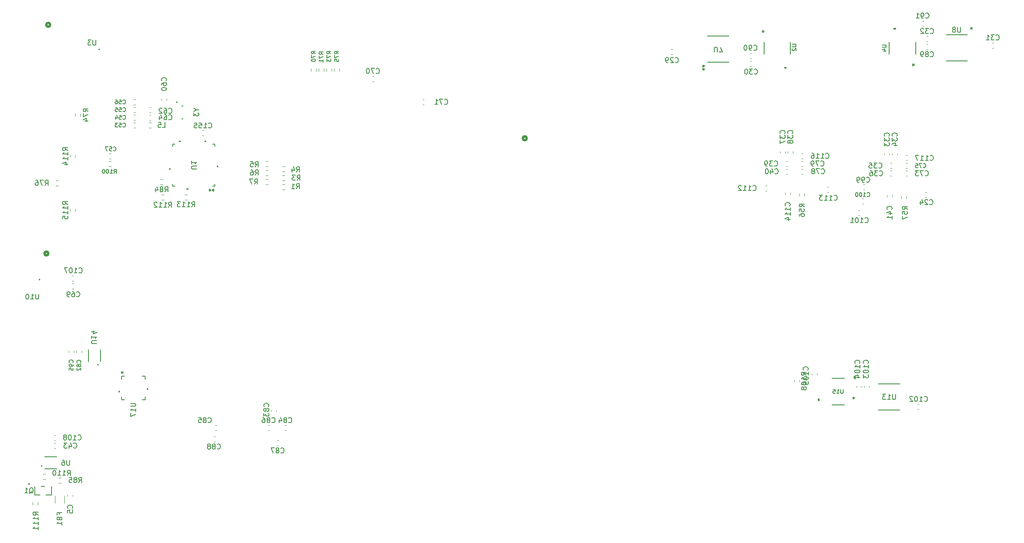
<source format=gbo>
%TF.GenerationSoftware,KiCad,Pcbnew,9.0.2*%
%TF.CreationDate,2025-10-03T13:51:35-05:00*%
%TF.ProjectId,PSEC5_Ctrl_Board,50534543-355f-4437-9472-6c5f426f6172,rev?*%
%TF.SameCoordinates,Original*%
%TF.FileFunction,Legend,Bot*%
%TF.FilePolarity,Positive*%
%FSLAX46Y46*%
G04 Gerber Fmt 4.6, Leading zero omitted, Abs format (unit mm)*
G04 Created by KiCad (PCBNEW 9.0.2) date 2025-10-03 13:51:35*
%MOMM*%
%LPD*%
G01*
G04 APERTURE LIST*
%ADD10C,0.150000*%
%ADD11C,0.508000*%
%ADD12C,0.120000*%
%ADD13C,0.152400*%
%ADD14C,0.025400*%
%ADD15C,0.000000*%
%ADD16C,0.127000*%
%ADD17C,0.200000*%
G04 APERTURE END LIST*
D10*
X73559580Y-141133333D02*
X73607200Y-141085714D01*
X73607200Y-141085714D02*
X73654819Y-140942857D01*
X73654819Y-140942857D02*
X73654819Y-140847619D01*
X73654819Y-140847619D02*
X73607200Y-140704762D01*
X73607200Y-140704762D02*
X73511961Y-140609524D01*
X73511961Y-140609524D02*
X73416723Y-140561905D01*
X73416723Y-140561905D02*
X73226247Y-140514286D01*
X73226247Y-140514286D02*
X73083390Y-140514286D01*
X73083390Y-140514286D02*
X72892914Y-140561905D01*
X72892914Y-140561905D02*
X72797676Y-140609524D01*
X72797676Y-140609524D02*
X72702438Y-140704762D01*
X72702438Y-140704762D02*
X72654819Y-140847619D01*
X72654819Y-140847619D02*
X72654819Y-140942857D01*
X72654819Y-140942857D02*
X72702438Y-141085714D01*
X72702438Y-141085714D02*
X72750057Y-141133333D01*
X72654819Y-142038095D02*
X72654819Y-141561905D01*
X72654819Y-141561905D02*
X73131009Y-141514286D01*
X73131009Y-141514286D02*
X73083390Y-141561905D01*
X73083390Y-141561905D02*
X73035771Y-141657143D01*
X73035771Y-141657143D02*
X73035771Y-141895238D01*
X73035771Y-141895238D02*
X73083390Y-141990476D01*
X73083390Y-141990476D02*
X73131009Y-142038095D01*
X73131009Y-142038095D02*
X73226247Y-142085714D01*
X73226247Y-142085714D02*
X73464342Y-142085714D01*
X73464342Y-142085714D02*
X73559580Y-142038095D01*
X73559580Y-142038095D02*
X73607200Y-141990476D01*
X73607200Y-141990476D02*
X73654819Y-141895238D01*
X73654819Y-141895238D02*
X73654819Y-141657143D01*
X73654819Y-141657143D02*
X73607200Y-141561905D01*
X73607200Y-141561905D02*
X73559580Y-141514286D01*
X109640666Y-73733819D02*
X109973999Y-73257628D01*
X110212094Y-73733819D02*
X110212094Y-72733819D01*
X110212094Y-72733819D02*
X109831142Y-72733819D01*
X109831142Y-72733819D02*
X109735904Y-72781438D01*
X109735904Y-72781438D02*
X109688285Y-72829057D01*
X109688285Y-72829057D02*
X109640666Y-72924295D01*
X109640666Y-72924295D02*
X109640666Y-73067152D01*
X109640666Y-73067152D02*
X109688285Y-73162390D01*
X109688285Y-73162390D02*
X109735904Y-73210009D01*
X109735904Y-73210009D02*
X109831142Y-73257628D01*
X109831142Y-73257628D02*
X110212094Y-73257628D01*
X108735904Y-72733819D02*
X109212094Y-72733819D01*
X109212094Y-72733819D02*
X109259713Y-73210009D01*
X109259713Y-73210009D02*
X109212094Y-73162390D01*
X109212094Y-73162390D02*
X109116856Y-73114771D01*
X109116856Y-73114771D02*
X108878761Y-73114771D01*
X108878761Y-73114771D02*
X108783523Y-73162390D01*
X108783523Y-73162390D02*
X108735904Y-73210009D01*
X108735904Y-73210009D02*
X108688285Y-73305247D01*
X108688285Y-73305247D02*
X108688285Y-73543342D01*
X108688285Y-73543342D02*
X108735904Y-73638580D01*
X108735904Y-73638580D02*
X108783523Y-73686200D01*
X108783523Y-73686200D02*
X108878761Y-73733819D01*
X108878761Y-73733819D02*
X109116856Y-73733819D01*
X109116856Y-73733819D02*
X109212094Y-73686200D01*
X109212094Y-73686200D02*
X109259713Y-73638580D01*
X117768666Y-78051819D02*
X118101999Y-77575628D01*
X118340094Y-78051819D02*
X118340094Y-77051819D01*
X118340094Y-77051819D02*
X117959142Y-77051819D01*
X117959142Y-77051819D02*
X117863904Y-77099438D01*
X117863904Y-77099438D02*
X117816285Y-77147057D01*
X117816285Y-77147057D02*
X117768666Y-77242295D01*
X117768666Y-77242295D02*
X117768666Y-77385152D01*
X117768666Y-77385152D02*
X117816285Y-77480390D01*
X117816285Y-77480390D02*
X117863904Y-77528009D01*
X117863904Y-77528009D02*
X117959142Y-77575628D01*
X117959142Y-77575628D02*
X118340094Y-77575628D01*
X116816285Y-78051819D02*
X117387713Y-78051819D01*
X117101999Y-78051819D02*
X117101999Y-77051819D01*
X117101999Y-77051819D02*
X117197237Y-77194676D01*
X117197237Y-77194676D02*
X117292475Y-77289914D01*
X117292475Y-77289914D02*
X117387713Y-77337533D01*
X91828857Y-78686819D02*
X92162190Y-78210628D01*
X92400285Y-78686819D02*
X92400285Y-77686819D01*
X92400285Y-77686819D02*
X92019333Y-77686819D01*
X92019333Y-77686819D02*
X91924095Y-77734438D01*
X91924095Y-77734438D02*
X91876476Y-77782057D01*
X91876476Y-77782057D02*
X91828857Y-77877295D01*
X91828857Y-77877295D02*
X91828857Y-78020152D01*
X91828857Y-78020152D02*
X91876476Y-78115390D01*
X91876476Y-78115390D02*
X91924095Y-78163009D01*
X91924095Y-78163009D02*
X92019333Y-78210628D01*
X92019333Y-78210628D02*
X92400285Y-78210628D01*
X91257428Y-78115390D02*
X91352666Y-78067771D01*
X91352666Y-78067771D02*
X91400285Y-78020152D01*
X91400285Y-78020152D02*
X91447904Y-77924914D01*
X91447904Y-77924914D02*
X91447904Y-77877295D01*
X91447904Y-77877295D02*
X91400285Y-77782057D01*
X91400285Y-77782057D02*
X91352666Y-77734438D01*
X91352666Y-77734438D02*
X91257428Y-77686819D01*
X91257428Y-77686819D02*
X91066952Y-77686819D01*
X91066952Y-77686819D02*
X90971714Y-77734438D01*
X90971714Y-77734438D02*
X90924095Y-77782057D01*
X90924095Y-77782057D02*
X90876476Y-77877295D01*
X90876476Y-77877295D02*
X90876476Y-77924914D01*
X90876476Y-77924914D02*
X90924095Y-78020152D01*
X90924095Y-78020152D02*
X90971714Y-78067771D01*
X90971714Y-78067771D02*
X91066952Y-78115390D01*
X91066952Y-78115390D02*
X91257428Y-78115390D01*
X91257428Y-78115390D02*
X91352666Y-78163009D01*
X91352666Y-78163009D02*
X91400285Y-78210628D01*
X91400285Y-78210628D02*
X91447904Y-78305866D01*
X91447904Y-78305866D02*
X91447904Y-78496342D01*
X91447904Y-78496342D02*
X91400285Y-78591580D01*
X91400285Y-78591580D02*
X91352666Y-78639200D01*
X91352666Y-78639200D02*
X91257428Y-78686819D01*
X91257428Y-78686819D02*
X91066952Y-78686819D01*
X91066952Y-78686819D02*
X90971714Y-78639200D01*
X90971714Y-78639200D02*
X90924095Y-78591580D01*
X90924095Y-78591580D02*
X90876476Y-78496342D01*
X90876476Y-78496342D02*
X90876476Y-78305866D01*
X90876476Y-78305866D02*
X90924095Y-78210628D01*
X90924095Y-78210628D02*
X90971714Y-78163009D01*
X90971714Y-78163009D02*
X91066952Y-78115390D01*
X90019333Y-78020152D02*
X90019333Y-78686819D01*
X90257428Y-77639200D02*
X90495523Y-78353485D01*
X90495523Y-78353485D02*
X89876476Y-78353485D01*
X146946857Y-61319580D02*
X146994476Y-61367200D01*
X146994476Y-61367200D02*
X147137333Y-61414819D01*
X147137333Y-61414819D02*
X147232571Y-61414819D01*
X147232571Y-61414819D02*
X147375428Y-61367200D01*
X147375428Y-61367200D02*
X147470666Y-61271961D01*
X147470666Y-61271961D02*
X147518285Y-61176723D01*
X147518285Y-61176723D02*
X147565904Y-60986247D01*
X147565904Y-60986247D02*
X147565904Y-60843390D01*
X147565904Y-60843390D02*
X147518285Y-60652914D01*
X147518285Y-60652914D02*
X147470666Y-60557676D01*
X147470666Y-60557676D02*
X147375428Y-60462438D01*
X147375428Y-60462438D02*
X147232571Y-60414819D01*
X147232571Y-60414819D02*
X147137333Y-60414819D01*
X147137333Y-60414819D02*
X146994476Y-60462438D01*
X146994476Y-60462438D02*
X146946857Y-60510057D01*
X146613523Y-60414819D02*
X145946857Y-60414819D01*
X145946857Y-60414819D02*
X146375428Y-61414819D01*
X145042095Y-61414819D02*
X145613523Y-61414819D01*
X145327809Y-61414819D02*
X145327809Y-60414819D01*
X145327809Y-60414819D02*
X145423047Y-60557676D01*
X145423047Y-60557676D02*
X145518285Y-60652914D01*
X145518285Y-60652914D02*
X145613523Y-60700533D01*
X126092295Y-51428714D02*
X125711342Y-51162047D01*
X126092295Y-50971571D02*
X125292295Y-50971571D01*
X125292295Y-50971571D02*
X125292295Y-51276333D01*
X125292295Y-51276333D02*
X125330390Y-51352523D01*
X125330390Y-51352523D02*
X125368485Y-51390618D01*
X125368485Y-51390618D02*
X125444676Y-51428714D01*
X125444676Y-51428714D02*
X125558961Y-51428714D01*
X125558961Y-51428714D02*
X125635152Y-51390618D01*
X125635152Y-51390618D02*
X125673247Y-51352523D01*
X125673247Y-51352523D02*
X125711342Y-51276333D01*
X125711342Y-51276333D02*
X125711342Y-50971571D01*
X125292295Y-51695380D02*
X125292295Y-52228714D01*
X125292295Y-52228714D02*
X126092295Y-51885856D01*
X125292295Y-52914428D02*
X125292295Y-52533476D01*
X125292295Y-52533476D02*
X125673247Y-52495380D01*
X125673247Y-52495380D02*
X125635152Y-52533476D01*
X125635152Y-52533476D02*
X125597057Y-52609666D01*
X125597057Y-52609666D02*
X125597057Y-52800142D01*
X125597057Y-52800142D02*
X125635152Y-52876333D01*
X125635152Y-52876333D02*
X125673247Y-52914428D01*
X125673247Y-52914428D02*
X125749438Y-52952523D01*
X125749438Y-52952523D02*
X125939914Y-52952523D01*
X125939914Y-52952523D02*
X126016104Y-52914428D01*
X126016104Y-52914428D02*
X126054200Y-52876333D01*
X126054200Y-52876333D02*
X126092295Y-52800142D01*
X126092295Y-52800142D02*
X126092295Y-52609666D01*
X126092295Y-52609666D02*
X126054200Y-52533476D01*
X126054200Y-52533476D02*
X126016104Y-52495380D01*
X230131857Y-76686580D02*
X230179476Y-76734200D01*
X230179476Y-76734200D02*
X230322333Y-76781819D01*
X230322333Y-76781819D02*
X230417571Y-76781819D01*
X230417571Y-76781819D02*
X230560428Y-76734200D01*
X230560428Y-76734200D02*
X230655666Y-76638961D01*
X230655666Y-76638961D02*
X230703285Y-76543723D01*
X230703285Y-76543723D02*
X230750904Y-76353247D01*
X230750904Y-76353247D02*
X230750904Y-76210390D01*
X230750904Y-76210390D02*
X230703285Y-76019914D01*
X230703285Y-76019914D02*
X230655666Y-75924676D01*
X230655666Y-75924676D02*
X230560428Y-75829438D01*
X230560428Y-75829438D02*
X230417571Y-75781819D01*
X230417571Y-75781819D02*
X230322333Y-75781819D01*
X230322333Y-75781819D02*
X230179476Y-75829438D01*
X230179476Y-75829438D02*
X230131857Y-75877057D01*
X229655666Y-76781819D02*
X229465190Y-76781819D01*
X229465190Y-76781819D02*
X229369952Y-76734200D01*
X229369952Y-76734200D02*
X229322333Y-76686580D01*
X229322333Y-76686580D02*
X229227095Y-76543723D01*
X229227095Y-76543723D02*
X229179476Y-76353247D01*
X229179476Y-76353247D02*
X229179476Y-75972295D01*
X229179476Y-75972295D02*
X229227095Y-75877057D01*
X229227095Y-75877057D02*
X229274714Y-75829438D01*
X229274714Y-75829438D02*
X229369952Y-75781819D01*
X229369952Y-75781819D02*
X229560428Y-75781819D01*
X229560428Y-75781819D02*
X229655666Y-75829438D01*
X229655666Y-75829438D02*
X229703285Y-75877057D01*
X229703285Y-75877057D02*
X229750904Y-75972295D01*
X229750904Y-75972295D02*
X229750904Y-76210390D01*
X229750904Y-76210390D02*
X229703285Y-76305628D01*
X229703285Y-76305628D02*
X229655666Y-76353247D01*
X229655666Y-76353247D02*
X229560428Y-76400866D01*
X229560428Y-76400866D02*
X229369952Y-76400866D01*
X229369952Y-76400866D02*
X229274714Y-76353247D01*
X229274714Y-76353247D02*
X229227095Y-76305628D01*
X229227095Y-76305628D02*
X229179476Y-76210390D01*
X228703285Y-76781819D02*
X228512809Y-76781819D01*
X228512809Y-76781819D02*
X228417571Y-76734200D01*
X228417571Y-76734200D02*
X228369952Y-76686580D01*
X228369952Y-76686580D02*
X228274714Y-76543723D01*
X228274714Y-76543723D02*
X228227095Y-76353247D01*
X228227095Y-76353247D02*
X228227095Y-75972295D01*
X228227095Y-75972295D02*
X228274714Y-75877057D01*
X228274714Y-75877057D02*
X228322333Y-75829438D01*
X228322333Y-75829438D02*
X228417571Y-75781819D01*
X228417571Y-75781819D02*
X228608047Y-75781819D01*
X228608047Y-75781819D02*
X228703285Y-75829438D01*
X228703285Y-75829438D02*
X228750904Y-75877057D01*
X228750904Y-75877057D02*
X228798523Y-75972295D01*
X228798523Y-75972295D02*
X228798523Y-76210390D01*
X228798523Y-76210390D02*
X228750904Y-76305628D01*
X228750904Y-76305628D02*
X228703285Y-76353247D01*
X228703285Y-76353247D02*
X228608047Y-76400866D01*
X228608047Y-76400866D02*
X228417571Y-76400866D01*
X228417571Y-76400866D02*
X228322333Y-76353247D01*
X228322333Y-76353247D02*
X228274714Y-76305628D01*
X228274714Y-76305628D02*
X228227095Y-76210390D01*
X242673047Y-72368580D02*
X242720666Y-72416200D01*
X242720666Y-72416200D02*
X242863523Y-72463819D01*
X242863523Y-72463819D02*
X242958761Y-72463819D01*
X242958761Y-72463819D02*
X243101618Y-72416200D01*
X243101618Y-72416200D02*
X243196856Y-72320961D01*
X243196856Y-72320961D02*
X243244475Y-72225723D01*
X243244475Y-72225723D02*
X243292094Y-72035247D01*
X243292094Y-72035247D02*
X243292094Y-71892390D01*
X243292094Y-71892390D02*
X243244475Y-71701914D01*
X243244475Y-71701914D02*
X243196856Y-71606676D01*
X243196856Y-71606676D02*
X243101618Y-71511438D01*
X243101618Y-71511438D02*
X242958761Y-71463819D01*
X242958761Y-71463819D02*
X242863523Y-71463819D01*
X242863523Y-71463819D02*
X242720666Y-71511438D01*
X242720666Y-71511438D02*
X242673047Y-71559057D01*
X241720666Y-72463819D02*
X242292094Y-72463819D01*
X242006380Y-72463819D02*
X242006380Y-71463819D01*
X242006380Y-71463819D02*
X242101618Y-71606676D01*
X242101618Y-71606676D02*
X242196856Y-71701914D01*
X242196856Y-71701914D02*
X242292094Y-71749533D01*
X240768285Y-72463819D02*
X241339713Y-72463819D01*
X241053999Y-72463819D02*
X241053999Y-71463819D01*
X241053999Y-71463819D02*
X241149237Y-71606676D01*
X241149237Y-71606676D02*
X241244475Y-71701914D01*
X241244475Y-71701914D02*
X241339713Y-71749533D01*
X240434951Y-71463819D02*
X239768285Y-71463819D01*
X239768285Y-71463819D02*
X240196856Y-72463819D01*
X112239580Y-121057142D02*
X112287200Y-121009523D01*
X112287200Y-121009523D02*
X112334819Y-120866666D01*
X112334819Y-120866666D02*
X112334819Y-120771428D01*
X112334819Y-120771428D02*
X112287200Y-120628571D01*
X112287200Y-120628571D02*
X112191961Y-120533333D01*
X112191961Y-120533333D02*
X112096723Y-120485714D01*
X112096723Y-120485714D02*
X111906247Y-120438095D01*
X111906247Y-120438095D02*
X111763390Y-120438095D01*
X111763390Y-120438095D02*
X111572914Y-120485714D01*
X111572914Y-120485714D02*
X111477676Y-120533333D01*
X111477676Y-120533333D02*
X111382438Y-120628571D01*
X111382438Y-120628571D02*
X111334819Y-120771428D01*
X111334819Y-120771428D02*
X111334819Y-120866666D01*
X111334819Y-120866666D02*
X111382438Y-121009523D01*
X111382438Y-121009523D02*
X111430057Y-121057142D01*
X111763390Y-121628571D02*
X111715771Y-121533333D01*
X111715771Y-121533333D02*
X111668152Y-121485714D01*
X111668152Y-121485714D02*
X111572914Y-121438095D01*
X111572914Y-121438095D02*
X111525295Y-121438095D01*
X111525295Y-121438095D02*
X111430057Y-121485714D01*
X111430057Y-121485714D02*
X111382438Y-121533333D01*
X111382438Y-121533333D02*
X111334819Y-121628571D01*
X111334819Y-121628571D02*
X111334819Y-121819047D01*
X111334819Y-121819047D02*
X111382438Y-121914285D01*
X111382438Y-121914285D02*
X111430057Y-121961904D01*
X111430057Y-121961904D02*
X111525295Y-122009523D01*
X111525295Y-122009523D02*
X111572914Y-122009523D01*
X111572914Y-122009523D02*
X111668152Y-121961904D01*
X111668152Y-121961904D02*
X111715771Y-121914285D01*
X111715771Y-121914285D02*
X111763390Y-121819047D01*
X111763390Y-121819047D02*
X111763390Y-121628571D01*
X111763390Y-121628571D02*
X111811009Y-121533333D01*
X111811009Y-121533333D02*
X111858628Y-121485714D01*
X111858628Y-121485714D02*
X111953866Y-121438095D01*
X111953866Y-121438095D02*
X112144342Y-121438095D01*
X112144342Y-121438095D02*
X112239580Y-121485714D01*
X112239580Y-121485714D02*
X112287200Y-121533333D01*
X112287200Y-121533333D02*
X112334819Y-121628571D01*
X112334819Y-121628571D02*
X112334819Y-121819047D01*
X112334819Y-121819047D02*
X112287200Y-121914285D01*
X112287200Y-121914285D02*
X112239580Y-121961904D01*
X112239580Y-121961904D02*
X112144342Y-122009523D01*
X112144342Y-122009523D02*
X111953866Y-122009523D01*
X111953866Y-122009523D02*
X111858628Y-121961904D01*
X111858628Y-121961904D02*
X111811009Y-121914285D01*
X111811009Y-121914285D02*
X111763390Y-121819047D01*
X111334819Y-122342857D02*
X111334819Y-122961904D01*
X111334819Y-122961904D02*
X111715771Y-122628571D01*
X111715771Y-122628571D02*
X111715771Y-122771428D01*
X111715771Y-122771428D02*
X111763390Y-122866666D01*
X111763390Y-122866666D02*
X111811009Y-122914285D01*
X111811009Y-122914285D02*
X111906247Y-122961904D01*
X111906247Y-122961904D02*
X112144342Y-122961904D01*
X112144342Y-122961904D02*
X112239580Y-122914285D01*
X112239580Y-122914285D02*
X112287200Y-122866666D01*
X112287200Y-122866666D02*
X112334819Y-122771428D01*
X112334819Y-122771428D02*
X112334819Y-122485714D01*
X112334819Y-122485714D02*
X112287200Y-122390476D01*
X112287200Y-122390476D02*
X112239580Y-122342857D01*
X248665904Y-46190819D02*
X248665904Y-47000342D01*
X248665904Y-47000342D02*
X248618285Y-47095580D01*
X248618285Y-47095580D02*
X248570666Y-47143200D01*
X248570666Y-47143200D02*
X248475428Y-47190819D01*
X248475428Y-47190819D02*
X248284952Y-47190819D01*
X248284952Y-47190819D02*
X248189714Y-47143200D01*
X248189714Y-47143200D02*
X248142095Y-47095580D01*
X248142095Y-47095580D02*
X248094476Y-47000342D01*
X248094476Y-47000342D02*
X248094476Y-46190819D01*
X247475428Y-46619390D02*
X247570666Y-46571771D01*
X247570666Y-46571771D02*
X247618285Y-46524152D01*
X247618285Y-46524152D02*
X247665904Y-46428914D01*
X247665904Y-46428914D02*
X247665904Y-46381295D01*
X247665904Y-46381295D02*
X247618285Y-46286057D01*
X247618285Y-46286057D02*
X247570666Y-46238438D01*
X247570666Y-46238438D02*
X247475428Y-46190819D01*
X247475428Y-46190819D02*
X247284952Y-46190819D01*
X247284952Y-46190819D02*
X247189714Y-46238438D01*
X247189714Y-46238438D02*
X247142095Y-46286057D01*
X247142095Y-46286057D02*
X247094476Y-46381295D01*
X247094476Y-46381295D02*
X247094476Y-46428914D01*
X247094476Y-46428914D02*
X247142095Y-46524152D01*
X247142095Y-46524152D02*
X247189714Y-46571771D01*
X247189714Y-46571771D02*
X247284952Y-46619390D01*
X247284952Y-46619390D02*
X247475428Y-46619390D01*
X247475428Y-46619390D02*
X247570666Y-46667009D01*
X247570666Y-46667009D02*
X247618285Y-46714628D01*
X247618285Y-46714628D02*
X247665904Y-46809866D01*
X247665904Y-46809866D02*
X247665904Y-47000342D01*
X247665904Y-47000342D02*
X247618285Y-47095580D01*
X247618285Y-47095580D02*
X247570666Y-47143200D01*
X247570666Y-47143200D02*
X247475428Y-47190819D01*
X247475428Y-47190819D02*
X247284952Y-47190819D01*
X247284952Y-47190819D02*
X247189714Y-47143200D01*
X247189714Y-47143200D02*
X247142095Y-47095580D01*
X247142095Y-47095580D02*
X247094476Y-47000342D01*
X247094476Y-47000342D02*
X247094476Y-46809866D01*
X247094476Y-46809866D02*
X247142095Y-46714628D01*
X247142095Y-46714628D02*
X247189714Y-46667009D01*
X247189714Y-46667009D02*
X247284952Y-46619390D01*
X250812299Y-46140019D02*
X250812299Y-46378114D01*
X251050394Y-46282876D02*
X250812299Y-46378114D01*
X250812299Y-46378114D02*
X250574204Y-46282876D01*
X250955156Y-46568590D02*
X250812299Y-46378114D01*
X250812299Y-46378114D02*
X250669442Y-46568590D01*
X250812299Y-46140019D02*
X250812299Y-46378114D01*
X251050394Y-46282876D02*
X250812299Y-46378114D01*
X250812299Y-46378114D02*
X250574204Y-46282876D01*
X250955156Y-46568590D02*
X250812299Y-46378114D01*
X250812299Y-46378114D02*
X250669442Y-46568590D01*
X92053580Y-56761142D02*
X92101200Y-56713523D01*
X92101200Y-56713523D02*
X92148819Y-56570666D01*
X92148819Y-56570666D02*
X92148819Y-56475428D01*
X92148819Y-56475428D02*
X92101200Y-56332571D01*
X92101200Y-56332571D02*
X92005961Y-56237333D01*
X92005961Y-56237333D02*
X91910723Y-56189714D01*
X91910723Y-56189714D02*
X91720247Y-56142095D01*
X91720247Y-56142095D02*
X91577390Y-56142095D01*
X91577390Y-56142095D02*
X91386914Y-56189714D01*
X91386914Y-56189714D02*
X91291676Y-56237333D01*
X91291676Y-56237333D02*
X91196438Y-56332571D01*
X91196438Y-56332571D02*
X91148819Y-56475428D01*
X91148819Y-56475428D02*
X91148819Y-56570666D01*
X91148819Y-56570666D02*
X91196438Y-56713523D01*
X91196438Y-56713523D02*
X91244057Y-56761142D01*
X91148819Y-57618285D02*
X91148819Y-57427809D01*
X91148819Y-57427809D02*
X91196438Y-57332571D01*
X91196438Y-57332571D02*
X91244057Y-57284952D01*
X91244057Y-57284952D02*
X91386914Y-57189714D01*
X91386914Y-57189714D02*
X91577390Y-57142095D01*
X91577390Y-57142095D02*
X91958342Y-57142095D01*
X91958342Y-57142095D02*
X92053580Y-57189714D01*
X92053580Y-57189714D02*
X92101200Y-57237333D01*
X92101200Y-57237333D02*
X92148819Y-57332571D01*
X92148819Y-57332571D02*
X92148819Y-57523047D01*
X92148819Y-57523047D02*
X92101200Y-57618285D01*
X92101200Y-57618285D02*
X92053580Y-57665904D01*
X92053580Y-57665904D02*
X91958342Y-57713523D01*
X91958342Y-57713523D02*
X91720247Y-57713523D01*
X91720247Y-57713523D02*
X91625009Y-57665904D01*
X91625009Y-57665904D02*
X91577390Y-57618285D01*
X91577390Y-57618285D02*
X91529771Y-57523047D01*
X91529771Y-57523047D02*
X91529771Y-57332571D01*
X91529771Y-57332571D02*
X91577390Y-57237333D01*
X91577390Y-57237333D02*
X91625009Y-57189714D01*
X91625009Y-57189714D02*
X91720247Y-57142095D01*
X91148819Y-58332571D02*
X91148819Y-58427809D01*
X91148819Y-58427809D02*
X91196438Y-58523047D01*
X91196438Y-58523047D02*
X91244057Y-58570666D01*
X91244057Y-58570666D02*
X91339295Y-58618285D01*
X91339295Y-58618285D02*
X91529771Y-58665904D01*
X91529771Y-58665904D02*
X91767866Y-58665904D01*
X91767866Y-58665904D02*
X91958342Y-58618285D01*
X91958342Y-58618285D02*
X92053580Y-58570666D01*
X92053580Y-58570666D02*
X92101200Y-58523047D01*
X92101200Y-58523047D02*
X92148819Y-58427809D01*
X92148819Y-58427809D02*
X92148819Y-58332571D01*
X92148819Y-58332571D02*
X92101200Y-58237333D01*
X92101200Y-58237333D02*
X92053580Y-58189714D01*
X92053580Y-58189714D02*
X91958342Y-58142095D01*
X91958342Y-58142095D02*
X91767866Y-58094476D01*
X91767866Y-58094476D02*
X91529771Y-58094476D01*
X91529771Y-58094476D02*
X91339295Y-58142095D01*
X91339295Y-58142095D02*
X91244057Y-58189714D01*
X91244057Y-58189714D02*
X91196438Y-58237333D01*
X91196438Y-58237333D02*
X91148819Y-58332571D01*
X242704857Y-47349580D02*
X242752476Y-47397200D01*
X242752476Y-47397200D02*
X242895333Y-47444819D01*
X242895333Y-47444819D02*
X242990571Y-47444819D01*
X242990571Y-47444819D02*
X243133428Y-47397200D01*
X243133428Y-47397200D02*
X243228666Y-47301961D01*
X243228666Y-47301961D02*
X243276285Y-47206723D01*
X243276285Y-47206723D02*
X243323904Y-47016247D01*
X243323904Y-47016247D02*
X243323904Y-46873390D01*
X243323904Y-46873390D02*
X243276285Y-46682914D01*
X243276285Y-46682914D02*
X243228666Y-46587676D01*
X243228666Y-46587676D02*
X243133428Y-46492438D01*
X243133428Y-46492438D02*
X242990571Y-46444819D01*
X242990571Y-46444819D02*
X242895333Y-46444819D01*
X242895333Y-46444819D02*
X242752476Y-46492438D01*
X242752476Y-46492438D02*
X242704857Y-46540057D01*
X242371523Y-46444819D02*
X241752476Y-46444819D01*
X241752476Y-46444819D02*
X242085809Y-46825771D01*
X242085809Y-46825771D02*
X241942952Y-46825771D01*
X241942952Y-46825771D02*
X241847714Y-46873390D01*
X241847714Y-46873390D02*
X241800095Y-46921009D01*
X241800095Y-46921009D02*
X241752476Y-47016247D01*
X241752476Y-47016247D02*
X241752476Y-47254342D01*
X241752476Y-47254342D02*
X241800095Y-47349580D01*
X241800095Y-47349580D02*
X241847714Y-47397200D01*
X241847714Y-47397200D02*
X241942952Y-47444819D01*
X241942952Y-47444819D02*
X242228666Y-47444819D01*
X242228666Y-47444819D02*
X242323904Y-47397200D01*
X242323904Y-47397200D02*
X242371523Y-47349580D01*
X241371523Y-46540057D02*
X241323904Y-46492438D01*
X241323904Y-46492438D02*
X241228666Y-46444819D01*
X241228666Y-46444819D02*
X240990571Y-46444819D01*
X240990571Y-46444819D02*
X240895333Y-46492438D01*
X240895333Y-46492438D02*
X240847714Y-46540057D01*
X240847714Y-46540057D02*
X240800095Y-46635295D01*
X240800095Y-46635295D02*
X240800095Y-46730533D01*
X240800095Y-46730533D02*
X240847714Y-46873390D01*
X240847714Y-46873390D02*
X241419142Y-47444819D01*
X241419142Y-47444819D02*
X240800095Y-47444819D01*
X109513666Y-77162819D02*
X109846999Y-76686628D01*
X110085094Y-77162819D02*
X110085094Y-76162819D01*
X110085094Y-76162819D02*
X109704142Y-76162819D01*
X109704142Y-76162819D02*
X109608904Y-76210438D01*
X109608904Y-76210438D02*
X109561285Y-76258057D01*
X109561285Y-76258057D02*
X109513666Y-76353295D01*
X109513666Y-76353295D02*
X109513666Y-76496152D01*
X109513666Y-76496152D02*
X109561285Y-76591390D01*
X109561285Y-76591390D02*
X109608904Y-76639009D01*
X109608904Y-76639009D02*
X109704142Y-76686628D01*
X109704142Y-76686628D02*
X110085094Y-76686628D01*
X109180332Y-76162819D02*
X108513666Y-76162819D01*
X108513666Y-76162819D02*
X108942237Y-77162819D01*
X229846047Y-84687580D02*
X229893666Y-84735200D01*
X229893666Y-84735200D02*
X230036523Y-84782819D01*
X230036523Y-84782819D02*
X230131761Y-84782819D01*
X230131761Y-84782819D02*
X230274618Y-84735200D01*
X230274618Y-84735200D02*
X230369856Y-84639961D01*
X230369856Y-84639961D02*
X230417475Y-84544723D01*
X230417475Y-84544723D02*
X230465094Y-84354247D01*
X230465094Y-84354247D02*
X230465094Y-84211390D01*
X230465094Y-84211390D02*
X230417475Y-84020914D01*
X230417475Y-84020914D02*
X230369856Y-83925676D01*
X230369856Y-83925676D02*
X230274618Y-83830438D01*
X230274618Y-83830438D02*
X230131761Y-83782819D01*
X230131761Y-83782819D02*
X230036523Y-83782819D01*
X230036523Y-83782819D02*
X229893666Y-83830438D01*
X229893666Y-83830438D02*
X229846047Y-83878057D01*
X228893666Y-84782819D02*
X229465094Y-84782819D01*
X229179380Y-84782819D02*
X229179380Y-83782819D01*
X229179380Y-83782819D02*
X229274618Y-83925676D01*
X229274618Y-83925676D02*
X229369856Y-84020914D01*
X229369856Y-84020914D02*
X229465094Y-84068533D01*
X228274618Y-83782819D02*
X228179380Y-83782819D01*
X228179380Y-83782819D02*
X228084142Y-83830438D01*
X228084142Y-83830438D02*
X228036523Y-83878057D01*
X228036523Y-83878057D02*
X227988904Y-83973295D01*
X227988904Y-83973295D02*
X227941285Y-84163771D01*
X227941285Y-84163771D02*
X227941285Y-84401866D01*
X227941285Y-84401866D02*
X227988904Y-84592342D01*
X227988904Y-84592342D02*
X228036523Y-84687580D01*
X228036523Y-84687580D02*
X228084142Y-84735200D01*
X228084142Y-84735200D02*
X228179380Y-84782819D01*
X228179380Y-84782819D02*
X228274618Y-84782819D01*
X228274618Y-84782819D02*
X228369856Y-84735200D01*
X228369856Y-84735200D02*
X228417475Y-84687580D01*
X228417475Y-84687580D02*
X228465094Y-84592342D01*
X228465094Y-84592342D02*
X228512713Y-84401866D01*
X228512713Y-84401866D02*
X228512713Y-84163771D01*
X228512713Y-84163771D02*
X228465094Y-83973295D01*
X228465094Y-83973295D02*
X228417475Y-83878057D01*
X228417475Y-83878057D02*
X228369856Y-83830438D01*
X228369856Y-83830438D02*
X228274618Y-83782819D01*
X226988904Y-84782819D02*
X227560332Y-84782819D01*
X227274618Y-84782819D02*
X227274618Y-83782819D01*
X227274618Y-83782819D02*
X227369856Y-83925676D01*
X227369856Y-83925676D02*
X227465094Y-84020914D01*
X227465094Y-84020914D02*
X227560332Y-84068533D01*
X233249065Y-49692074D02*
X233886486Y-49692074D01*
X233886486Y-49692074D02*
X233961476Y-49729570D01*
X233961476Y-49729570D02*
X233998972Y-49767065D01*
X233998972Y-49767065D02*
X234036467Y-49842056D01*
X234036467Y-49842056D02*
X234036467Y-49992037D01*
X234036467Y-49992037D02*
X233998972Y-50067028D01*
X233998972Y-50067028D02*
X233961476Y-50104523D01*
X233961476Y-50104523D02*
X233886486Y-50142018D01*
X233886486Y-50142018D02*
X233249065Y-50142018D01*
X233511532Y-50854429D02*
X234036467Y-50854429D01*
X233211570Y-50666953D02*
X233774000Y-50479476D01*
X233774000Y-50479476D02*
X233774000Y-50966915D01*
X239129219Y-53594000D02*
X239367314Y-53594000D01*
X239272076Y-53355905D02*
X239367314Y-53594000D01*
X239367314Y-53594000D02*
X239272076Y-53832095D01*
X239557790Y-53451143D02*
X239367314Y-53594000D01*
X239367314Y-53594000D02*
X239557790Y-53736857D01*
X68206857Y-77416819D02*
X68540190Y-76940628D01*
X68778285Y-77416819D02*
X68778285Y-76416819D01*
X68778285Y-76416819D02*
X68397333Y-76416819D01*
X68397333Y-76416819D02*
X68302095Y-76464438D01*
X68302095Y-76464438D02*
X68254476Y-76512057D01*
X68254476Y-76512057D02*
X68206857Y-76607295D01*
X68206857Y-76607295D02*
X68206857Y-76750152D01*
X68206857Y-76750152D02*
X68254476Y-76845390D01*
X68254476Y-76845390D02*
X68302095Y-76893009D01*
X68302095Y-76893009D02*
X68397333Y-76940628D01*
X68397333Y-76940628D02*
X68778285Y-76940628D01*
X67873523Y-76416819D02*
X67206857Y-76416819D01*
X67206857Y-76416819D02*
X67635428Y-77416819D01*
X66397333Y-76416819D02*
X66587809Y-76416819D01*
X66587809Y-76416819D02*
X66683047Y-76464438D01*
X66683047Y-76464438D02*
X66730666Y-76512057D01*
X66730666Y-76512057D02*
X66825904Y-76654914D01*
X66825904Y-76654914D02*
X66873523Y-76845390D01*
X66873523Y-76845390D02*
X66873523Y-77226342D01*
X66873523Y-77226342D02*
X66825904Y-77321580D01*
X66825904Y-77321580D02*
X66778285Y-77369200D01*
X66778285Y-77369200D02*
X66683047Y-77416819D01*
X66683047Y-77416819D02*
X66492571Y-77416819D01*
X66492571Y-77416819D02*
X66397333Y-77369200D01*
X66397333Y-77369200D02*
X66349714Y-77321580D01*
X66349714Y-77321580D02*
X66302095Y-77226342D01*
X66302095Y-77226342D02*
X66302095Y-76988247D01*
X66302095Y-76988247D02*
X66349714Y-76893009D01*
X66349714Y-76893009D02*
X66397333Y-76845390D01*
X66397333Y-76845390D02*
X66492571Y-76797771D01*
X66492571Y-76797771D02*
X66683047Y-76797771D01*
X66683047Y-76797771D02*
X66778285Y-76845390D01*
X66778285Y-76845390D02*
X66825904Y-76893009D01*
X66825904Y-76893009D02*
X66873523Y-76988247D01*
X100433047Y-65985580D02*
X100480666Y-66033200D01*
X100480666Y-66033200D02*
X100623523Y-66080819D01*
X100623523Y-66080819D02*
X100718761Y-66080819D01*
X100718761Y-66080819D02*
X100861618Y-66033200D01*
X100861618Y-66033200D02*
X100956856Y-65937961D01*
X100956856Y-65937961D02*
X101004475Y-65842723D01*
X101004475Y-65842723D02*
X101052094Y-65652247D01*
X101052094Y-65652247D02*
X101052094Y-65509390D01*
X101052094Y-65509390D02*
X101004475Y-65318914D01*
X101004475Y-65318914D02*
X100956856Y-65223676D01*
X100956856Y-65223676D02*
X100861618Y-65128438D01*
X100861618Y-65128438D02*
X100718761Y-65080819D01*
X100718761Y-65080819D02*
X100623523Y-65080819D01*
X100623523Y-65080819D02*
X100480666Y-65128438D01*
X100480666Y-65128438D02*
X100433047Y-65176057D01*
X99480666Y-66080819D02*
X100052094Y-66080819D01*
X99766380Y-66080819D02*
X99766380Y-65080819D01*
X99766380Y-65080819D02*
X99861618Y-65223676D01*
X99861618Y-65223676D02*
X99956856Y-65318914D01*
X99956856Y-65318914D02*
X100052094Y-65366533D01*
X98575904Y-65080819D02*
X99052094Y-65080819D01*
X99052094Y-65080819D02*
X99099713Y-65557009D01*
X99099713Y-65557009D02*
X99052094Y-65509390D01*
X99052094Y-65509390D02*
X98956856Y-65461771D01*
X98956856Y-65461771D02*
X98718761Y-65461771D01*
X98718761Y-65461771D02*
X98623523Y-65509390D01*
X98623523Y-65509390D02*
X98575904Y-65557009D01*
X98575904Y-65557009D02*
X98528285Y-65652247D01*
X98528285Y-65652247D02*
X98528285Y-65890342D01*
X98528285Y-65890342D02*
X98575904Y-65985580D01*
X98575904Y-65985580D02*
X98623523Y-66033200D01*
X98623523Y-66033200D02*
X98718761Y-66080819D01*
X98718761Y-66080819D02*
X98956856Y-66080819D01*
X98956856Y-66080819D02*
X99052094Y-66033200D01*
X99052094Y-66033200D02*
X99099713Y-65985580D01*
X97623523Y-65080819D02*
X98099713Y-65080819D01*
X98099713Y-65080819D02*
X98147332Y-65557009D01*
X98147332Y-65557009D02*
X98099713Y-65509390D01*
X98099713Y-65509390D02*
X98004475Y-65461771D01*
X98004475Y-65461771D02*
X97766380Y-65461771D01*
X97766380Y-65461771D02*
X97671142Y-65509390D01*
X97671142Y-65509390D02*
X97623523Y-65557009D01*
X97623523Y-65557009D02*
X97575904Y-65652247D01*
X97575904Y-65652247D02*
X97575904Y-65890342D01*
X97575904Y-65890342D02*
X97623523Y-65985580D01*
X97623523Y-65985580D02*
X97671142Y-66033200D01*
X97671142Y-66033200D02*
X97766380Y-66080819D01*
X97766380Y-66080819D02*
X98004475Y-66080819D01*
X98004475Y-66080819D02*
X98099713Y-66033200D01*
X98099713Y-66033200D02*
X98147332Y-65985580D01*
X117895666Y-76400819D02*
X118228999Y-75924628D01*
X118467094Y-76400819D02*
X118467094Y-75400819D01*
X118467094Y-75400819D02*
X118086142Y-75400819D01*
X118086142Y-75400819D02*
X117990904Y-75448438D01*
X117990904Y-75448438D02*
X117943285Y-75496057D01*
X117943285Y-75496057D02*
X117895666Y-75591295D01*
X117895666Y-75591295D02*
X117895666Y-75734152D01*
X117895666Y-75734152D02*
X117943285Y-75829390D01*
X117943285Y-75829390D02*
X117990904Y-75877009D01*
X117990904Y-75877009D02*
X118086142Y-75924628D01*
X118086142Y-75924628D02*
X118467094Y-75924628D01*
X117562332Y-75400819D02*
X116943285Y-75400819D01*
X116943285Y-75400819D02*
X117276618Y-75781771D01*
X117276618Y-75781771D02*
X117133761Y-75781771D01*
X117133761Y-75781771D02*
X117038523Y-75829390D01*
X117038523Y-75829390D02*
X116990904Y-75877009D01*
X116990904Y-75877009D02*
X116943285Y-75972247D01*
X116943285Y-75972247D02*
X116943285Y-76210342D01*
X116943285Y-76210342D02*
X116990904Y-76305580D01*
X116990904Y-76305580D02*
X117038523Y-76353200D01*
X117038523Y-76353200D02*
X117133761Y-76400819D01*
X117133761Y-76400819D02*
X117419475Y-76400819D01*
X117419475Y-76400819D02*
X117514713Y-76353200D01*
X117514713Y-76353200D02*
X117562332Y-76305580D01*
X121520295Y-51428714D02*
X121139342Y-51162047D01*
X121520295Y-50971571D02*
X120720295Y-50971571D01*
X120720295Y-50971571D02*
X120720295Y-51276333D01*
X120720295Y-51276333D02*
X120758390Y-51352523D01*
X120758390Y-51352523D02*
X120796485Y-51390618D01*
X120796485Y-51390618D02*
X120872676Y-51428714D01*
X120872676Y-51428714D02*
X120986961Y-51428714D01*
X120986961Y-51428714D02*
X121063152Y-51390618D01*
X121063152Y-51390618D02*
X121101247Y-51352523D01*
X121101247Y-51352523D02*
X121139342Y-51276333D01*
X121139342Y-51276333D02*
X121139342Y-50971571D01*
X120720295Y-51695380D02*
X120720295Y-52228714D01*
X120720295Y-52228714D02*
X121520295Y-51885856D01*
X120720295Y-52685857D02*
X120720295Y-52762047D01*
X120720295Y-52762047D02*
X120758390Y-52838238D01*
X120758390Y-52838238D02*
X120796485Y-52876333D01*
X120796485Y-52876333D02*
X120872676Y-52914428D01*
X120872676Y-52914428D02*
X121025057Y-52952523D01*
X121025057Y-52952523D02*
X121215533Y-52952523D01*
X121215533Y-52952523D02*
X121367914Y-52914428D01*
X121367914Y-52914428D02*
X121444104Y-52876333D01*
X121444104Y-52876333D02*
X121482200Y-52838238D01*
X121482200Y-52838238D02*
X121520295Y-52762047D01*
X121520295Y-52762047D02*
X121520295Y-52685857D01*
X121520295Y-52685857D02*
X121482200Y-52609666D01*
X121482200Y-52609666D02*
X121444104Y-52571571D01*
X121444104Y-52571571D02*
X121367914Y-52533476D01*
X121367914Y-52533476D02*
X121215533Y-52495380D01*
X121215533Y-52495380D02*
X121025057Y-52495380D01*
X121025057Y-52495380D02*
X120872676Y-52533476D01*
X120872676Y-52533476D02*
X120796485Y-52571571D01*
X120796485Y-52571571D02*
X120758390Y-52609666D01*
X120758390Y-52609666D02*
X120720295Y-52685857D01*
X83572285Y-65818104D02*
X83610381Y-65856200D01*
X83610381Y-65856200D02*
X83724666Y-65894295D01*
X83724666Y-65894295D02*
X83800857Y-65894295D01*
X83800857Y-65894295D02*
X83915143Y-65856200D01*
X83915143Y-65856200D02*
X83991333Y-65780009D01*
X83991333Y-65780009D02*
X84029428Y-65703819D01*
X84029428Y-65703819D02*
X84067524Y-65551438D01*
X84067524Y-65551438D02*
X84067524Y-65437152D01*
X84067524Y-65437152D02*
X84029428Y-65284771D01*
X84029428Y-65284771D02*
X83991333Y-65208580D01*
X83991333Y-65208580D02*
X83915143Y-65132390D01*
X83915143Y-65132390D02*
X83800857Y-65094295D01*
X83800857Y-65094295D02*
X83724666Y-65094295D01*
X83724666Y-65094295D02*
X83610381Y-65132390D01*
X83610381Y-65132390D02*
X83572285Y-65170485D01*
X82848476Y-65094295D02*
X83229428Y-65094295D01*
X83229428Y-65094295D02*
X83267524Y-65475247D01*
X83267524Y-65475247D02*
X83229428Y-65437152D01*
X83229428Y-65437152D02*
X83153238Y-65399057D01*
X83153238Y-65399057D02*
X82962762Y-65399057D01*
X82962762Y-65399057D02*
X82886571Y-65437152D01*
X82886571Y-65437152D02*
X82848476Y-65475247D01*
X82848476Y-65475247D02*
X82810381Y-65551438D01*
X82810381Y-65551438D02*
X82810381Y-65741914D01*
X82810381Y-65741914D02*
X82848476Y-65818104D01*
X82848476Y-65818104D02*
X82886571Y-65856200D01*
X82886571Y-65856200D02*
X82962762Y-65894295D01*
X82962762Y-65894295D02*
X83153238Y-65894295D01*
X83153238Y-65894295D02*
X83229428Y-65856200D01*
X83229428Y-65856200D02*
X83267524Y-65818104D01*
X82543714Y-65094295D02*
X82048476Y-65094295D01*
X82048476Y-65094295D02*
X82315142Y-65399057D01*
X82315142Y-65399057D02*
X82200857Y-65399057D01*
X82200857Y-65399057D02*
X82124666Y-65437152D01*
X82124666Y-65437152D02*
X82086571Y-65475247D01*
X82086571Y-65475247D02*
X82048476Y-65551438D01*
X82048476Y-65551438D02*
X82048476Y-65741914D01*
X82048476Y-65741914D02*
X82086571Y-65818104D01*
X82086571Y-65818104D02*
X82124666Y-65856200D01*
X82124666Y-65856200D02*
X82200857Y-65894295D01*
X82200857Y-65894295D02*
X82429428Y-65894295D01*
X82429428Y-65894295D02*
X82505619Y-65856200D01*
X82505619Y-65856200D02*
X82543714Y-65818104D01*
X218559580Y-113855952D02*
X218607200Y-113808333D01*
X218607200Y-113808333D02*
X218654819Y-113665476D01*
X218654819Y-113665476D02*
X218654819Y-113570238D01*
X218654819Y-113570238D02*
X218607200Y-113427381D01*
X218607200Y-113427381D02*
X218511961Y-113332143D01*
X218511961Y-113332143D02*
X218416723Y-113284524D01*
X218416723Y-113284524D02*
X218226247Y-113236905D01*
X218226247Y-113236905D02*
X218083390Y-113236905D01*
X218083390Y-113236905D02*
X217892914Y-113284524D01*
X217892914Y-113284524D02*
X217797676Y-113332143D01*
X217797676Y-113332143D02*
X217702438Y-113427381D01*
X217702438Y-113427381D02*
X217654819Y-113570238D01*
X217654819Y-113570238D02*
X217654819Y-113665476D01*
X217654819Y-113665476D02*
X217702438Y-113808333D01*
X217702438Y-113808333D02*
X217750057Y-113855952D01*
X218654819Y-114808333D02*
X218654819Y-114236905D01*
X218654819Y-114522619D02*
X217654819Y-114522619D01*
X217654819Y-114522619D02*
X217797676Y-114427381D01*
X217797676Y-114427381D02*
X217892914Y-114332143D01*
X217892914Y-114332143D02*
X217940533Y-114236905D01*
X217654819Y-115427381D02*
X217654819Y-115522619D01*
X217654819Y-115522619D02*
X217702438Y-115617857D01*
X217702438Y-115617857D02*
X217750057Y-115665476D01*
X217750057Y-115665476D02*
X217845295Y-115713095D01*
X217845295Y-115713095D02*
X218035771Y-115760714D01*
X218035771Y-115760714D02*
X218273866Y-115760714D01*
X218273866Y-115760714D02*
X218464342Y-115713095D01*
X218464342Y-115713095D02*
X218559580Y-115665476D01*
X218559580Y-115665476D02*
X218607200Y-115617857D01*
X218607200Y-115617857D02*
X218654819Y-115522619D01*
X218654819Y-115522619D02*
X218654819Y-115427381D01*
X218654819Y-115427381D02*
X218607200Y-115332143D01*
X218607200Y-115332143D02*
X218559580Y-115284524D01*
X218559580Y-115284524D02*
X218464342Y-115236905D01*
X218464342Y-115236905D02*
X218273866Y-115189286D01*
X218273866Y-115189286D02*
X218035771Y-115189286D01*
X218035771Y-115189286D02*
X217845295Y-115236905D01*
X217845295Y-115236905D02*
X217750057Y-115284524D01*
X217750057Y-115284524D02*
X217702438Y-115332143D01*
X217702438Y-115332143D02*
X217654819Y-115427381D01*
X217654819Y-116665476D02*
X217654819Y-116189286D01*
X217654819Y-116189286D02*
X218131009Y-116141667D01*
X218131009Y-116141667D02*
X218083390Y-116189286D01*
X218083390Y-116189286D02*
X218035771Y-116284524D01*
X218035771Y-116284524D02*
X218035771Y-116522619D01*
X218035771Y-116522619D02*
X218083390Y-116617857D01*
X218083390Y-116617857D02*
X218131009Y-116665476D01*
X218131009Y-116665476D02*
X218226247Y-116713095D01*
X218226247Y-116713095D02*
X218464342Y-116713095D01*
X218464342Y-116713095D02*
X218559580Y-116665476D01*
X218559580Y-116665476D02*
X218607200Y-116617857D01*
X218607200Y-116617857D02*
X218654819Y-116522619D01*
X218654819Y-116522619D02*
X218654819Y-116284524D01*
X218654819Y-116284524D02*
X218607200Y-116189286D01*
X218607200Y-116189286D02*
X218559580Y-116141667D01*
X215497580Y-67175142D02*
X215545200Y-67127523D01*
X215545200Y-67127523D02*
X215592819Y-66984666D01*
X215592819Y-66984666D02*
X215592819Y-66889428D01*
X215592819Y-66889428D02*
X215545200Y-66746571D01*
X215545200Y-66746571D02*
X215449961Y-66651333D01*
X215449961Y-66651333D02*
X215354723Y-66603714D01*
X215354723Y-66603714D02*
X215164247Y-66556095D01*
X215164247Y-66556095D02*
X215021390Y-66556095D01*
X215021390Y-66556095D02*
X214830914Y-66603714D01*
X214830914Y-66603714D02*
X214735676Y-66651333D01*
X214735676Y-66651333D02*
X214640438Y-66746571D01*
X214640438Y-66746571D02*
X214592819Y-66889428D01*
X214592819Y-66889428D02*
X214592819Y-66984666D01*
X214592819Y-66984666D02*
X214640438Y-67127523D01*
X214640438Y-67127523D02*
X214688057Y-67175142D01*
X214592819Y-67508476D02*
X214592819Y-68127523D01*
X214592819Y-68127523D02*
X214973771Y-67794190D01*
X214973771Y-67794190D02*
X214973771Y-67937047D01*
X214973771Y-67937047D02*
X215021390Y-68032285D01*
X215021390Y-68032285D02*
X215069009Y-68079904D01*
X215069009Y-68079904D02*
X215164247Y-68127523D01*
X215164247Y-68127523D02*
X215402342Y-68127523D01*
X215402342Y-68127523D02*
X215497580Y-68079904D01*
X215497580Y-68079904D02*
X215545200Y-68032285D01*
X215545200Y-68032285D02*
X215592819Y-67937047D01*
X215592819Y-67937047D02*
X215592819Y-67651333D01*
X215592819Y-67651333D02*
X215545200Y-67556095D01*
X215545200Y-67556095D02*
X215497580Y-67508476D01*
X215021390Y-68698952D02*
X214973771Y-68603714D01*
X214973771Y-68603714D02*
X214926152Y-68556095D01*
X214926152Y-68556095D02*
X214830914Y-68508476D01*
X214830914Y-68508476D02*
X214783295Y-68508476D01*
X214783295Y-68508476D02*
X214688057Y-68556095D01*
X214688057Y-68556095D02*
X214640438Y-68603714D01*
X214640438Y-68603714D02*
X214592819Y-68698952D01*
X214592819Y-68698952D02*
X214592819Y-68889428D01*
X214592819Y-68889428D02*
X214640438Y-68984666D01*
X214640438Y-68984666D02*
X214688057Y-69032285D01*
X214688057Y-69032285D02*
X214783295Y-69079904D01*
X214783295Y-69079904D02*
X214830914Y-69079904D01*
X214830914Y-69079904D02*
X214926152Y-69032285D01*
X214926152Y-69032285D02*
X214973771Y-68984666D01*
X214973771Y-68984666D02*
X215021390Y-68889428D01*
X215021390Y-68889428D02*
X215021390Y-68698952D01*
X215021390Y-68698952D02*
X215069009Y-68603714D01*
X215069009Y-68603714D02*
X215116628Y-68556095D01*
X215116628Y-68556095D02*
X215211866Y-68508476D01*
X215211866Y-68508476D02*
X215402342Y-68508476D01*
X215402342Y-68508476D02*
X215497580Y-68556095D01*
X215497580Y-68556095D02*
X215545200Y-68603714D01*
X215545200Y-68603714D02*
X215592819Y-68698952D01*
X215592819Y-68698952D02*
X215592819Y-68889428D01*
X215592819Y-68889428D02*
X215545200Y-68984666D01*
X215545200Y-68984666D02*
X215497580Y-69032285D01*
X215497580Y-69032285D02*
X215402342Y-69079904D01*
X215402342Y-69079904D02*
X215211866Y-69079904D01*
X215211866Y-69079904D02*
X215116628Y-69032285D01*
X215116628Y-69032285D02*
X215069009Y-68984666D01*
X215069009Y-68984666D02*
X215021390Y-68889428D01*
X207906857Y-50651580D02*
X207954476Y-50699200D01*
X207954476Y-50699200D02*
X208097333Y-50746819D01*
X208097333Y-50746819D02*
X208192571Y-50746819D01*
X208192571Y-50746819D02*
X208335428Y-50699200D01*
X208335428Y-50699200D02*
X208430666Y-50603961D01*
X208430666Y-50603961D02*
X208478285Y-50508723D01*
X208478285Y-50508723D02*
X208525904Y-50318247D01*
X208525904Y-50318247D02*
X208525904Y-50175390D01*
X208525904Y-50175390D02*
X208478285Y-49984914D01*
X208478285Y-49984914D02*
X208430666Y-49889676D01*
X208430666Y-49889676D02*
X208335428Y-49794438D01*
X208335428Y-49794438D02*
X208192571Y-49746819D01*
X208192571Y-49746819D02*
X208097333Y-49746819D01*
X208097333Y-49746819D02*
X207954476Y-49794438D01*
X207954476Y-49794438D02*
X207906857Y-49842057D01*
X207430666Y-50746819D02*
X207240190Y-50746819D01*
X207240190Y-50746819D02*
X207144952Y-50699200D01*
X207144952Y-50699200D02*
X207097333Y-50651580D01*
X207097333Y-50651580D02*
X207002095Y-50508723D01*
X207002095Y-50508723D02*
X206954476Y-50318247D01*
X206954476Y-50318247D02*
X206954476Y-49937295D01*
X206954476Y-49937295D02*
X207002095Y-49842057D01*
X207002095Y-49842057D02*
X207049714Y-49794438D01*
X207049714Y-49794438D02*
X207144952Y-49746819D01*
X207144952Y-49746819D02*
X207335428Y-49746819D01*
X207335428Y-49746819D02*
X207430666Y-49794438D01*
X207430666Y-49794438D02*
X207478285Y-49842057D01*
X207478285Y-49842057D02*
X207525904Y-49937295D01*
X207525904Y-49937295D02*
X207525904Y-50175390D01*
X207525904Y-50175390D02*
X207478285Y-50270628D01*
X207478285Y-50270628D02*
X207430666Y-50318247D01*
X207430666Y-50318247D02*
X207335428Y-50365866D01*
X207335428Y-50365866D02*
X207144952Y-50365866D01*
X207144952Y-50365866D02*
X207049714Y-50318247D01*
X207049714Y-50318247D02*
X207002095Y-50270628D01*
X207002095Y-50270628D02*
X206954476Y-50175390D01*
X206335428Y-49746819D02*
X206240190Y-49746819D01*
X206240190Y-49746819D02*
X206144952Y-49794438D01*
X206144952Y-49794438D02*
X206097333Y-49842057D01*
X206097333Y-49842057D02*
X206049714Y-49937295D01*
X206049714Y-49937295D02*
X206002095Y-50127771D01*
X206002095Y-50127771D02*
X206002095Y-50365866D01*
X206002095Y-50365866D02*
X206049714Y-50556342D01*
X206049714Y-50556342D02*
X206097333Y-50651580D01*
X206097333Y-50651580D02*
X206144952Y-50699200D01*
X206144952Y-50699200D02*
X206240190Y-50746819D01*
X206240190Y-50746819D02*
X206335428Y-50746819D01*
X206335428Y-50746819D02*
X206430666Y-50699200D01*
X206430666Y-50699200D02*
X206478285Y-50651580D01*
X206478285Y-50651580D02*
X206525904Y-50556342D01*
X206525904Y-50556342D02*
X206573523Y-50365866D01*
X206573523Y-50365866D02*
X206573523Y-50127771D01*
X206573523Y-50127771D02*
X206525904Y-49937295D01*
X206525904Y-49937295D02*
X206478285Y-49842057D01*
X206478285Y-49842057D02*
X206430666Y-49794438D01*
X206430666Y-49794438D02*
X206335428Y-49746819D01*
X74429857Y-99292580D02*
X74477476Y-99340200D01*
X74477476Y-99340200D02*
X74620333Y-99387819D01*
X74620333Y-99387819D02*
X74715571Y-99387819D01*
X74715571Y-99387819D02*
X74858428Y-99340200D01*
X74858428Y-99340200D02*
X74953666Y-99244961D01*
X74953666Y-99244961D02*
X75001285Y-99149723D01*
X75001285Y-99149723D02*
X75048904Y-98959247D01*
X75048904Y-98959247D02*
X75048904Y-98816390D01*
X75048904Y-98816390D02*
X75001285Y-98625914D01*
X75001285Y-98625914D02*
X74953666Y-98530676D01*
X74953666Y-98530676D02*
X74858428Y-98435438D01*
X74858428Y-98435438D02*
X74715571Y-98387819D01*
X74715571Y-98387819D02*
X74620333Y-98387819D01*
X74620333Y-98387819D02*
X74477476Y-98435438D01*
X74477476Y-98435438D02*
X74429857Y-98483057D01*
X73572714Y-98387819D02*
X73763190Y-98387819D01*
X73763190Y-98387819D02*
X73858428Y-98435438D01*
X73858428Y-98435438D02*
X73906047Y-98483057D01*
X73906047Y-98483057D02*
X74001285Y-98625914D01*
X74001285Y-98625914D02*
X74048904Y-98816390D01*
X74048904Y-98816390D02*
X74048904Y-99197342D01*
X74048904Y-99197342D02*
X74001285Y-99292580D01*
X74001285Y-99292580D02*
X73953666Y-99340200D01*
X73953666Y-99340200D02*
X73858428Y-99387819D01*
X73858428Y-99387819D02*
X73667952Y-99387819D01*
X73667952Y-99387819D02*
X73572714Y-99340200D01*
X73572714Y-99340200D02*
X73525095Y-99292580D01*
X73525095Y-99292580D02*
X73477476Y-99197342D01*
X73477476Y-99197342D02*
X73477476Y-98959247D01*
X73477476Y-98959247D02*
X73525095Y-98864009D01*
X73525095Y-98864009D02*
X73572714Y-98816390D01*
X73572714Y-98816390D02*
X73667952Y-98768771D01*
X73667952Y-98768771D02*
X73858428Y-98768771D01*
X73858428Y-98768771D02*
X73953666Y-98816390D01*
X73953666Y-98816390D02*
X74001285Y-98864009D01*
X74001285Y-98864009D02*
X74048904Y-98959247D01*
X73001285Y-99387819D02*
X72810809Y-99387819D01*
X72810809Y-99387819D02*
X72715571Y-99340200D01*
X72715571Y-99340200D02*
X72667952Y-99292580D01*
X72667952Y-99292580D02*
X72572714Y-99149723D01*
X72572714Y-99149723D02*
X72525095Y-98959247D01*
X72525095Y-98959247D02*
X72525095Y-98578295D01*
X72525095Y-98578295D02*
X72572714Y-98483057D01*
X72572714Y-98483057D02*
X72620333Y-98435438D01*
X72620333Y-98435438D02*
X72715571Y-98387819D01*
X72715571Y-98387819D02*
X72906047Y-98387819D01*
X72906047Y-98387819D02*
X73001285Y-98435438D01*
X73001285Y-98435438D02*
X73048904Y-98483057D01*
X73048904Y-98483057D02*
X73096523Y-98578295D01*
X73096523Y-98578295D02*
X73096523Y-98816390D01*
X73096523Y-98816390D02*
X73048904Y-98911628D01*
X73048904Y-98911628D02*
X73001285Y-98959247D01*
X73001285Y-98959247D02*
X72906047Y-99006866D01*
X72906047Y-99006866D02*
X72715571Y-99006866D01*
X72715571Y-99006866D02*
X72620333Y-98959247D01*
X72620333Y-98959247D02*
X72572714Y-98911628D01*
X72572714Y-98911628D02*
X72525095Y-98816390D01*
X214989580Y-81430952D02*
X215037200Y-81383333D01*
X215037200Y-81383333D02*
X215084819Y-81240476D01*
X215084819Y-81240476D02*
X215084819Y-81145238D01*
X215084819Y-81145238D02*
X215037200Y-81002381D01*
X215037200Y-81002381D02*
X214941961Y-80907143D01*
X214941961Y-80907143D02*
X214846723Y-80859524D01*
X214846723Y-80859524D02*
X214656247Y-80811905D01*
X214656247Y-80811905D02*
X214513390Y-80811905D01*
X214513390Y-80811905D02*
X214322914Y-80859524D01*
X214322914Y-80859524D02*
X214227676Y-80907143D01*
X214227676Y-80907143D02*
X214132438Y-81002381D01*
X214132438Y-81002381D02*
X214084819Y-81145238D01*
X214084819Y-81145238D02*
X214084819Y-81240476D01*
X214084819Y-81240476D02*
X214132438Y-81383333D01*
X214132438Y-81383333D02*
X214180057Y-81430952D01*
X215084819Y-82383333D02*
X215084819Y-81811905D01*
X215084819Y-82097619D02*
X214084819Y-82097619D01*
X214084819Y-82097619D02*
X214227676Y-82002381D01*
X214227676Y-82002381D02*
X214322914Y-81907143D01*
X214322914Y-81907143D02*
X214370533Y-81811905D01*
X215084819Y-83335714D02*
X215084819Y-82764286D01*
X215084819Y-83050000D02*
X214084819Y-83050000D01*
X214084819Y-83050000D02*
X214227676Y-82954762D01*
X214227676Y-82954762D02*
X214322914Y-82859524D01*
X214322914Y-82859524D02*
X214370533Y-82764286D01*
X214418152Y-84192857D02*
X215084819Y-84192857D01*
X214037200Y-83954762D02*
X214751485Y-83716667D01*
X214751485Y-83716667D02*
X214751485Y-84335714D01*
X75216104Y-112401714D02*
X75254200Y-112363618D01*
X75254200Y-112363618D02*
X75292295Y-112249333D01*
X75292295Y-112249333D02*
X75292295Y-112173142D01*
X75292295Y-112173142D02*
X75254200Y-112058856D01*
X75254200Y-112058856D02*
X75178009Y-111982666D01*
X75178009Y-111982666D02*
X75101819Y-111944571D01*
X75101819Y-111944571D02*
X74949438Y-111906475D01*
X74949438Y-111906475D02*
X74835152Y-111906475D01*
X74835152Y-111906475D02*
X74682771Y-111944571D01*
X74682771Y-111944571D02*
X74606580Y-111982666D01*
X74606580Y-111982666D02*
X74530390Y-112058856D01*
X74530390Y-112058856D02*
X74492295Y-112173142D01*
X74492295Y-112173142D02*
X74492295Y-112249333D01*
X74492295Y-112249333D02*
X74530390Y-112363618D01*
X74530390Y-112363618D02*
X74568485Y-112401714D01*
X74835152Y-112858856D02*
X74797057Y-112782666D01*
X74797057Y-112782666D02*
X74758961Y-112744571D01*
X74758961Y-112744571D02*
X74682771Y-112706475D01*
X74682771Y-112706475D02*
X74644676Y-112706475D01*
X74644676Y-112706475D02*
X74568485Y-112744571D01*
X74568485Y-112744571D02*
X74530390Y-112782666D01*
X74530390Y-112782666D02*
X74492295Y-112858856D01*
X74492295Y-112858856D02*
X74492295Y-113011237D01*
X74492295Y-113011237D02*
X74530390Y-113087428D01*
X74530390Y-113087428D02*
X74568485Y-113125523D01*
X74568485Y-113125523D02*
X74644676Y-113163618D01*
X74644676Y-113163618D02*
X74682771Y-113163618D01*
X74682771Y-113163618D02*
X74758961Y-113125523D01*
X74758961Y-113125523D02*
X74797057Y-113087428D01*
X74797057Y-113087428D02*
X74835152Y-113011237D01*
X74835152Y-113011237D02*
X74835152Y-112858856D01*
X74835152Y-112858856D02*
X74873247Y-112782666D01*
X74873247Y-112782666D02*
X74911342Y-112744571D01*
X74911342Y-112744571D02*
X74987533Y-112706475D01*
X74987533Y-112706475D02*
X75139914Y-112706475D01*
X75139914Y-112706475D02*
X75216104Y-112744571D01*
X75216104Y-112744571D02*
X75254200Y-112782666D01*
X75254200Y-112782666D02*
X75292295Y-112858856D01*
X75292295Y-112858856D02*
X75292295Y-113011237D01*
X75292295Y-113011237D02*
X75254200Y-113087428D01*
X75254200Y-113087428D02*
X75216104Y-113125523D01*
X75216104Y-113125523D02*
X75139914Y-113163618D01*
X75139914Y-113163618D02*
X74987533Y-113163618D01*
X74987533Y-113163618D02*
X74911342Y-113125523D01*
X74911342Y-113125523D02*
X74873247Y-113087428D01*
X74873247Y-113087428D02*
X74835152Y-113011237D01*
X74568485Y-113468380D02*
X74530390Y-113506476D01*
X74530390Y-113506476D02*
X74492295Y-113582666D01*
X74492295Y-113582666D02*
X74492295Y-113773142D01*
X74492295Y-113773142D02*
X74530390Y-113849333D01*
X74530390Y-113849333D02*
X74568485Y-113887428D01*
X74568485Y-113887428D02*
X74644676Y-113925523D01*
X74644676Y-113925523D02*
X74720866Y-113925523D01*
X74720866Y-113925523D02*
X74835152Y-113887428D01*
X74835152Y-113887428D02*
X75292295Y-113430285D01*
X75292295Y-113430285D02*
X75292295Y-113925523D01*
X91352666Y-65986819D02*
X91828856Y-65986819D01*
X91828856Y-65986819D02*
X91828856Y-64986819D01*
X90543142Y-64986819D02*
X91019332Y-64986819D01*
X91019332Y-64986819D02*
X91066951Y-65463009D01*
X91066951Y-65463009D02*
X91019332Y-65415390D01*
X91019332Y-65415390D02*
X90924094Y-65367771D01*
X90924094Y-65367771D02*
X90685999Y-65367771D01*
X90685999Y-65367771D02*
X90590761Y-65415390D01*
X90590761Y-65415390D02*
X90543142Y-65463009D01*
X90543142Y-65463009D02*
X90495523Y-65558247D01*
X90495523Y-65558247D02*
X90495523Y-65796342D01*
X90495523Y-65796342D02*
X90543142Y-65891580D01*
X90543142Y-65891580D02*
X90590761Y-65939200D01*
X90590761Y-65939200D02*
X90685999Y-65986819D01*
X90685999Y-65986819D02*
X90924094Y-65986819D01*
X90924094Y-65986819D02*
X91019332Y-65939200D01*
X91019332Y-65939200D02*
X91066951Y-65891580D01*
X222099047Y-71987580D02*
X222146666Y-72035200D01*
X222146666Y-72035200D02*
X222289523Y-72082819D01*
X222289523Y-72082819D02*
X222384761Y-72082819D01*
X222384761Y-72082819D02*
X222527618Y-72035200D01*
X222527618Y-72035200D02*
X222622856Y-71939961D01*
X222622856Y-71939961D02*
X222670475Y-71844723D01*
X222670475Y-71844723D02*
X222718094Y-71654247D01*
X222718094Y-71654247D02*
X222718094Y-71511390D01*
X222718094Y-71511390D02*
X222670475Y-71320914D01*
X222670475Y-71320914D02*
X222622856Y-71225676D01*
X222622856Y-71225676D02*
X222527618Y-71130438D01*
X222527618Y-71130438D02*
X222384761Y-71082819D01*
X222384761Y-71082819D02*
X222289523Y-71082819D01*
X222289523Y-71082819D02*
X222146666Y-71130438D01*
X222146666Y-71130438D02*
X222099047Y-71178057D01*
X221146666Y-72082819D02*
X221718094Y-72082819D01*
X221432380Y-72082819D02*
X221432380Y-71082819D01*
X221432380Y-71082819D02*
X221527618Y-71225676D01*
X221527618Y-71225676D02*
X221622856Y-71320914D01*
X221622856Y-71320914D02*
X221718094Y-71368533D01*
X220194285Y-72082819D02*
X220765713Y-72082819D01*
X220479999Y-72082819D02*
X220479999Y-71082819D01*
X220479999Y-71082819D02*
X220575237Y-71225676D01*
X220575237Y-71225676D02*
X220670475Y-71320914D01*
X220670475Y-71320914D02*
X220765713Y-71368533D01*
X219337142Y-71082819D02*
X219527618Y-71082819D01*
X219527618Y-71082819D02*
X219622856Y-71130438D01*
X219622856Y-71130438D02*
X219670475Y-71178057D01*
X219670475Y-71178057D02*
X219765713Y-71320914D01*
X219765713Y-71320914D02*
X219813332Y-71511390D01*
X219813332Y-71511390D02*
X219813332Y-71892342D01*
X219813332Y-71892342D02*
X219765713Y-71987580D01*
X219765713Y-71987580D02*
X219718094Y-72035200D01*
X219718094Y-72035200D02*
X219622856Y-72082819D01*
X219622856Y-72082819D02*
X219432380Y-72082819D01*
X219432380Y-72082819D02*
X219337142Y-72035200D01*
X219337142Y-72035200D02*
X219289523Y-71987580D01*
X219289523Y-71987580D02*
X219241904Y-71892342D01*
X219241904Y-71892342D02*
X219241904Y-71654247D01*
X219241904Y-71654247D02*
X219289523Y-71559009D01*
X219289523Y-71559009D02*
X219337142Y-71511390D01*
X219337142Y-71511390D02*
X219432380Y-71463771D01*
X219432380Y-71463771D02*
X219622856Y-71463771D01*
X219622856Y-71463771D02*
X219718094Y-71511390D01*
X219718094Y-71511390D02*
X219765713Y-71559009D01*
X219765713Y-71559009D02*
X219813332Y-71654247D01*
X83572285Y-62770104D02*
X83610381Y-62808200D01*
X83610381Y-62808200D02*
X83724666Y-62846295D01*
X83724666Y-62846295D02*
X83800857Y-62846295D01*
X83800857Y-62846295D02*
X83915143Y-62808200D01*
X83915143Y-62808200D02*
X83991333Y-62732009D01*
X83991333Y-62732009D02*
X84029428Y-62655819D01*
X84029428Y-62655819D02*
X84067524Y-62503438D01*
X84067524Y-62503438D02*
X84067524Y-62389152D01*
X84067524Y-62389152D02*
X84029428Y-62236771D01*
X84029428Y-62236771D02*
X83991333Y-62160580D01*
X83991333Y-62160580D02*
X83915143Y-62084390D01*
X83915143Y-62084390D02*
X83800857Y-62046295D01*
X83800857Y-62046295D02*
X83724666Y-62046295D01*
X83724666Y-62046295D02*
X83610381Y-62084390D01*
X83610381Y-62084390D02*
X83572285Y-62122485D01*
X82848476Y-62046295D02*
X83229428Y-62046295D01*
X83229428Y-62046295D02*
X83267524Y-62427247D01*
X83267524Y-62427247D02*
X83229428Y-62389152D01*
X83229428Y-62389152D02*
X83153238Y-62351057D01*
X83153238Y-62351057D02*
X82962762Y-62351057D01*
X82962762Y-62351057D02*
X82886571Y-62389152D01*
X82886571Y-62389152D02*
X82848476Y-62427247D01*
X82848476Y-62427247D02*
X82810381Y-62503438D01*
X82810381Y-62503438D02*
X82810381Y-62693914D01*
X82810381Y-62693914D02*
X82848476Y-62770104D01*
X82848476Y-62770104D02*
X82886571Y-62808200D01*
X82886571Y-62808200D02*
X82962762Y-62846295D01*
X82962762Y-62846295D02*
X83153238Y-62846295D01*
X83153238Y-62846295D02*
X83229428Y-62808200D01*
X83229428Y-62808200D02*
X83267524Y-62770104D01*
X82086571Y-62046295D02*
X82467523Y-62046295D01*
X82467523Y-62046295D02*
X82505619Y-62427247D01*
X82505619Y-62427247D02*
X82467523Y-62389152D01*
X82467523Y-62389152D02*
X82391333Y-62351057D01*
X82391333Y-62351057D02*
X82200857Y-62351057D01*
X82200857Y-62351057D02*
X82124666Y-62389152D01*
X82124666Y-62389152D02*
X82086571Y-62427247D01*
X82086571Y-62427247D02*
X82048476Y-62503438D01*
X82048476Y-62503438D02*
X82048476Y-62693914D01*
X82048476Y-62693914D02*
X82086571Y-62770104D01*
X82086571Y-62770104D02*
X82124666Y-62808200D01*
X82124666Y-62808200D02*
X82200857Y-62846295D01*
X82200857Y-62846295D02*
X82391333Y-62846295D01*
X82391333Y-62846295D02*
X82467523Y-62808200D01*
X82467523Y-62808200D02*
X82505619Y-62770104D01*
X192412857Y-53064580D02*
X192460476Y-53112200D01*
X192460476Y-53112200D02*
X192603333Y-53159819D01*
X192603333Y-53159819D02*
X192698571Y-53159819D01*
X192698571Y-53159819D02*
X192841428Y-53112200D01*
X192841428Y-53112200D02*
X192936666Y-53016961D01*
X192936666Y-53016961D02*
X192984285Y-52921723D01*
X192984285Y-52921723D02*
X193031904Y-52731247D01*
X193031904Y-52731247D02*
X193031904Y-52588390D01*
X193031904Y-52588390D02*
X192984285Y-52397914D01*
X192984285Y-52397914D02*
X192936666Y-52302676D01*
X192936666Y-52302676D02*
X192841428Y-52207438D01*
X192841428Y-52207438D02*
X192698571Y-52159819D01*
X192698571Y-52159819D02*
X192603333Y-52159819D01*
X192603333Y-52159819D02*
X192460476Y-52207438D01*
X192460476Y-52207438D02*
X192412857Y-52255057D01*
X192031904Y-52255057D02*
X191984285Y-52207438D01*
X191984285Y-52207438D02*
X191889047Y-52159819D01*
X191889047Y-52159819D02*
X191650952Y-52159819D01*
X191650952Y-52159819D02*
X191555714Y-52207438D01*
X191555714Y-52207438D02*
X191508095Y-52255057D01*
X191508095Y-52255057D02*
X191460476Y-52350295D01*
X191460476Y-52350295D02*
X191460476Y-52445533D01*
X191460476Y-52445533D02*
X191508095Y-52588390D01*
X191508095Y-52588390D02*
X192079523Y-53159819D01*
X192079523Y-53159819D02*
X191460476Y-53159819D01*
X190984285Y-53159819D02*
X190793809Y-53159819D01*
X190793809Y-53159819D02*
X190698571Y-53112200D01*
X190698571Y-53112200D02*
X190650952Y-53064580D01*
X190650952Y-53064580D02*
X190555714Y-52921723D01*
X190555714Y-52921723D02*
X190508095Y-52731247D01*
X190508095Y-52731247D02*
X190508095Y-52350295D01*
X190508095Y-52350295D02*
X190555714Y-52255057D01*
X190555714Y-52255057D02*
X190603333Y-52207438D01*
X190603333Y-52207438D02*
X190698571Y-52159819D01*
X190698571Y-52159819D02*
X190889047Y-52159819D01*
X190889047Y-52159819D02*
X190984285Y-52207438D01*
X190984285Y-52207438D02*
X191031904Y-52255057D01*
X191031904Y-52255057D02*
X191079523Y-52350295D01*
X191079523Y-52350295D02*
X191079523Y-52588390D01*
X191079523Y-52588390D02*
X191031904Y-52683628D01*
X191031904Y-52683628D02*
X190984285Y-52731247D01*
X190984285Y-52731247D02*
X190889047Y-52778866D01*
X190889047Y-52778866D02*
X190698571Y-52778866D01*
X190698571Y-52778866D02*
X190603333Y-52731247D01*
X190603333Y-52731247D02*
X190555714Y-52683628D01*
X190555714Y-52683628D02*
X190508095Y-52588390D01*
X235838094Y-118654819D02*
X235838094Y-119464342D01*
X235838094Y-119464342D02*
X235790475Y-119559580D01*
X235790475Y-119559580D02*
X235742856Y-119607200D01*
X235742856Y-119607200D02*
X235647618Y-119654819D01*
X235647618Y-119654819D02*
X235457142Y-119654819D01*
X235457142Y-119654819D02*
X235361904Y-119607200D01*
X235361904Y-119607200D02*
X235314285Y-119559580D01*
X235314285Y-119559580D02*
X235266666Y-119464342D01*
X235266666Y-119464342D02*
X235266666Y-118654819D01*
X234266666Y-119654819D02*
X234838094Y-119654819D01*
X234552380Y-119654819D02*
X234552380Y-118654819D01*
X234552380Y-118654819D02*
X234647618Y-118797676D01*
X234647618Y-118797676D02*
X234742856Y-118892914D01*
X234742856Y-118892914D02*
X234838094Y-118940533D01*
X233933332Y-118654819D02*
X233314285Y-118654819D01*
X233314285Y-118654819D02*
X233647618Y-119035771D01*
X233647618Y-119035771D02*
X233504761Y-119035771D01*
X233504761Y-119035771D02*
X233409523Y-119083390D01*
X233409523Y-119083390D02*
X233361904Y-119131009D01*
X233361904Y-119131009D02*
X233314285Y-119226247D01*
X233314285Y-119226247D02*
X233314285Y-119464342D01*
X233314285Y-119464342D02*
X233361904Y-119559580D01*
X233361904Y-119559580D02*
X233409523Y-119607200D01*
X233409523Y-119607200D02*
X233504761Y-119654819D01*
X233504761Y-119654819D02*
X233790475Y-119654819D01*
X233790475Y-119654819D02*
X233885713Y-119607200D01*
X233885713Y-119607200D02*
X233933332Y-119559580D01*
X227608299Y-119148019D02*
X227608299Y-119386114D01*
X227846394Y-119290876D02*
X227608299Y-119386114D01*
X227608299Y-119386114D02*
X227370204Y-119290876D01*
X227751156Y-119576590D02*
X227608299Y-119386114D01*
X227608299Y-119386114D02*
X227465442Y-119576590D01*
X227608299Y-119148019D02*
X227608299Y-119386114D01*
X227846394Y-119290876D02*
X227608299Y-119386114D01*
X227608299Y-119386114D02*
X227370204Y-119290876D01*
X227751156Y-119576590D02*
X227608299Y-119386114D01*
X227608299Y-119386114D02*
X227465442Y-119576590D01*
X71031009Y-142366666D02*
X71031009Y-142033333D01*
X71554819Y-142033333D02*
X70554819Y-142033333D01*
X70554819Y-142033333D02*
X70554819Y-142509523D01*
X71031009Y-143223809D02*
X71078628Y-143366666D01*
X71078628Y-143366666D02*
X71126247Y-143414285D01*
X71126247Y-143414285D02*
X71221485Y-143461904D01*
X71221485Y-143461904D02*
X71364342Y-143461904D01*
X71364342Y-143461904D02*
X71459580Y-143414285D01*
X71459580Y-143414285D02*
X71507200Y-143366666D01*
X71507200Y-143366666D02*
X71554819Y-143271428D01*
X71554819Y-143271428D02*
X71554819Y-142890476D01*
X71554819Y-142890476D02*
X70554819Y-142890476D01*
X70554819Y-142890476D02*
X70554819Y-143223809D01*
X70554819Y-143223809D02*
X70602438Y-143319047D01*
X70602438Y-143319047D02*
X70650057Y-143366666D01*
X70650057Y-143366666D02*
X70745295Y-143414285D01*
X70745295Y-143414285D02*
X70840533Y-143414285D01*
X70840533Y-143414285D02*
X70935771Y-143366666D01*
X70935771Y-143366666D02*
X70983390Y-143319047D01*
X70983390Y-143319047D02*
X71031009Y-143223809D01*
X71031009Y-143223809D02*
X71031009Y-142890476D01*
X71554819Y-144414285D02*
X71554819Y-143842857D01*
X71554819Y-144128571D02*
X70554819Y-144128571D01*
X70554819Y-144128571D02*
X70697676Y-144033333D01*
X70697676Y-144033333D02*
X70792914Y-143938095D01*
X70792914Y-143938095D02*
X70840533Y-143842857D01*
X221241857Y-75035580D02*
X221289476Y-75083200D01*
X221289476Y-75083200D02*
X221432333Y-75130819D01*
X221432333Y-75130819D02*
X221527571Y-75130819D01*
X221527571Y-75130819D02*
X221670428Y-75083200D01*
X221670428Y-75083200D02*
X221765666Y-74987961D01*
X221765666Y-74987961D02*
X221813285Y-74892723D01*
X221813285Y-74892723D02*
X221860904Y-74702247D01*
X221860904Y-74702247D02*
X221860904Y-74559390D01*
X221860904Y-74559390D02*
X221813285Y-74368914D01*
X221813285Y-74368914D02*
X221765666Y-74273676D01*
X221765666Y-74273676D02*
X221670428Y-74178438D01*
X221670428Y-74178438D02*
X221527571Y-74130819D01*
X221527571Y-74130819D02*
X221432333Y-74130819D01*
X221432333Y-74130819D02*
X221289476Y-74178438D01*
X221289476Y-74178438D02*
X221241857Y-74226057D01*
X220908523Y-74130819D02*
X220241857Y-74130819D01*
X220241857Y-74130819D02*
X220670428Y-75130819D01*
X219718047Y-74559390D02*
X219813285Y-74511771D01*
X219813285Y-74511771D02*
X219860904Y-74464152D01*
X219860904Y-74464152D02*
X219908523Y-74368914D01*
X219908523Y-74368914D02*
X219908523Y-74321295D01*
X219908523Y-74321295D02*
X219860904Y-74226057D01*
X219860904Y-74226057D02*
X219813285Y-74178438D01*
X219813285Y-74178438D02*
X219718047Y-74130819D01*
X219718047Y-74130819D02*
X219527571Y-74130819D01*
X219527571Y-74130819D02*
X219432333Y-74178438D01*
X219432333Y-74178438D02*
X219384714Y-74226057D01*
X219384714Y-74226057D02*
X219337095Y-74321295D01*
X219337095Y-74321295D02*
X219337095Y-74368914D01*
X219337095Y-74368914D02*
X219384714Y-74464152D01*
X219384714Y-74464152D02*
X219432333Y-74511771D01*
X219432333Y-74511771D02*
X219527571Y-74559390D01*
X219527571Y-74559390D02*
X219718047Y-74559390D01*
X219718047Y-74559390D02*
X219813285Y-74607009D01*
X219813285Y-74607009D02*
X219860904Y-74654628D01*
X219860904Y-74654628D02*
X219908523Y-74749866D01*
X219908523Y-74749866D02*
X219908523Y-74940342D01*
X219908523Y-74940342D02*
X219860904Y-75035580D01*
X219860904Y-75035580D02*
X219813285Y-75083200D01*
X219813285Y-75083200D02*
X219718047Y-75130819D01*
X219718047Y-75130819D02*
X219527571Y-75130819D01*
X219527571Y-75130819D02*
X219432333Y-75083200D01*
X219432333Y-75083200D02*
X219384714Y-75035580D01*
X219384714Y-75035580D02*
X219337095Y-74940342D01*
X219337095Y-74940342D02*
X219337095Y-74749866D01*
X219337095Y-74749866D02*
X219384714Y-74654628D01*
X219384714Y-74654628D02*
X219432333Y-74607009D01*
X219432333Y-74607009D02*
X219527571Y-74559390D01*
X73842857Y-129159580D02*
X73890476Y-129207200D01*
X73890476Y-129207200D02*
X74033333Y-129254819D01*
X74033333Y-129254819D02*
X74128571Y-129254819D01*
X74128571Y-129254819D02*
X74271428Y-129207200D01*
X74271428Y-129207200D02*
X74366666Y-129111961D01*
X74366666Y-129111961D02*
X74414285Y-129016723D01*
X74414285Y-129016723D02*
X74461904Y-128826247D01*
X74461904Y-128826247D02*
X74461904Y-128683390D01*
X74461904Y-128683390D02*
X74414285Y-128492914D01*
X74414285Y-128492914D02*
X74366666Y-128397676D01*
X74366666Y-128397676D02*
X74271428Y-128302438D01*
X74271428Y-128302438D02*
X74128571Y-128254819D01*
X74128571Y-128254819D02*
X74033333Y-128254819D01*
X74033333Y-128254819D02*
X73890476Y-128302438D01*
X73890476Y-128302438D02*
X73842857Y-128350057D01*
X72985714Y-128588152D02*
X72985714Y-129254819D01*
X73223809Y-128207200D02*
X73461904Y-128921485D01*
X73461904Y-128921485D02*
X72842857Y-128921485D01*
X72557142Y-128254819D02*
X71938095Y-128254819D01*
X71938095Y-128254819D02*
X72271428Y-128635771D01*
X72271428Y-128635771D02*
X72128571Y-128635771D01*
X72128571Y-128635771D02*
X72033333Y-128683390D01*
X72033333Y-128683390D02*
X71985714Y-128731009D01*
X71985714Y-128731009D02*
X71938095Y-128826247D01*
X71938095Y-128826247D02*
X71938095Y-129064342D01*
X71938095Y-129064342D02*
X71985714Y-129159580D01*
X71985714Y-129159580D02*
X72033333Y-129207200D01*
X72033333Y-129207200D02*
X72128571Y-129254819D01*
X72128571Y-129254819D02*
X72414285Y-129254819D01*
X72414285Y-129254819D02*
X72509523Y-129207200D01*
X72509523Y-129207200D02*
X72557142Y-129159580D01*
X208033857Y-55350580D02*
X208081476Y-55398200D01*
X208081476Y-55398200D02*
X208224333Y-55445819D01*
X208224333Y-55445819D02*
X208319571Y-55445819D01*
X208319571Y-55445819D02*
X208462428Y-55398200D01*
X208462428Y-55398200D02*
X208557666Y-55302961D01*
X208557666Y-55302961D02*
X208605285Y-55207723D01*
X208605285Y-55207723D02*
X208652904Y-55017247D01*
X208652904Y-55017247D02*
X208652904Y-54874390D01*
X208652904Y-54874390D02*
X208605285Y-54683914D01*
X208605285Y-54683914D02*
X208557666Y-54588676D01*
X208557666Y-54588676D02*
X208462428Y-54493438D01*
X208462428Y-54493438D02*
X208319571Y-54445819D01*
X208319571Y-54445819D02*
X208224333Y-54445819D01*
X208224333Y-54445819D02*
X208081476Y-54493438D01*
X208081476Y-54493438D02*
X208033857Y-54541057D01*
X207700523Y-54445819D02*
X207081476Y-54445819D01*
X207081476Y-54445819D02*
X207414809Y-54826771D01*
X207414809Y-54826771D02*
X207271952Y-54826771D01*
X207271952Y-54826771D02*
X207176714Y-54874390D01*
X207176714Y-54874390D02*
X207129095Y-54922009D01*
X207129095Y-54922009D02*
X207081476Y-55017247D01*
X207081476Y-55017247D02*
X207081476Y-55255342D01*
X207081476Y-55255342D02*
X207129095Y-55350580D01*
X207129095Y-55350580D02*
X207176714Y-55398200D01*
X207176714Y-55398200D02*
X207271952Y-55445819D01*
X207271952Y-55445819D02*
X207557666Y-55445819D01*
X207557666Y-55445819D02*
X207652904Y-55398200D01*
X207652904Y-55398200D02*
X207700523Y-55350580D01*
X206462428Y-54445819D02*
X206367190Y-54445819D01*
X206367190Y-54445819D02*
X206271952Y-54493438D01*
X206271952Y-54493438D02*
X206224333Y-54541057D01*
X206224333Y-54541057D02*
X206176714Y-54636295D01*
X206176714Y-54636295D02*
X206129095Y-54826771D01*
X206129095Y-54826771D02*
X206129095Y-55064866D01*
X206129095Y-55064866D02*
X206176714Y-55255342D01*
X206176714Y-55255342D02*
X206224333Y-55350580D01*
X206224333Y-55350580D02*
X206271952Y-55398200D01*
X206271952Y-55398200D02*
X206367190Y-55445819D01*
X206367190Y-55445819D02*
X206462428Y-55445819D01*
X206462428Y-55445819D02*
X206557666Y-55398200D01*
X206557666Y-55398200D02*
X206605285Y-55350580D01*
X206605285Y-55350580D02*
X206652904Y-55255342D01*
X206652904Y-55255342D02*
X206700523Y-55064866D01*
X206700523Y-55064866D02*
X206700523Y-54826771D01*
X206700523Y-54826771D02*
X206652904Y-54636295D01*
X206652904Y-54636295D02*
X206605285Y-54541057D01*
X206605285Y-54541057D02*
X206557666Y-54493438D01*
X206557666Y-54493438D02*
X206462428Y-54445819D01*
X65119238Y-138218057D02*
X65214476Y-138170438D01*
X65214476Y-138170438D02*
X65309714Y-138075200D01*
X65309714Y-138075200D02*
X65452571Y-137932342D01*
X65452571Y-137932342D02*
X65547809Y-137884723D01*
X65547809Y-137884723D02*
X65643047Y-137884723D01*
X65595428Y-138122819D02*
X65690666Y-138075200D01*
X65690666Y-138075200D02*
X65785904Y-137979961D01*
X65785904Y-137979961D02*
X65833523Y-137789485D01*
X65833523Y-137789485D02*
X65833523Y-137456152D01*
X65833523Y-137456152D02*
X65785904Y-137265676D01*
X65785904Y-137265676D02*
X65690666Y-137170438D01*
X65690666Y-137170438D02*
X65595428Y-137122819D01*
X65595428Y-137122819D02*
X65404952Y-137122819D01*
X65404952Y-137122819D02*
X65309714Y-137170438D01*
X65309714Y-137170438D02*
X65214476Y-137265676D01*
X65214476Y-137265676D02*
X65166857Y-137456152D01*
X65166857Y-137456152D02*
X65166857Y-137789485D01*
X65166857Y-137789485D02*
X65214476Y-137979961D01*
X65214476Y-137979961D02*
X65309714Y-138075200D01*
X65309714Y-138075200D02*
X65404952Y-138122819D01*
X65404952Y-138122819D02*
X65595428Y-138122819D01*
X64214476Y-138122819D02*
X64785904Y-138122819D01*
X64500190Y-138122819D02*
X64500190Y-137122819D01*
X64500190Y-137122819D02*
X64595428Y-137265676D01*
X64595428Y-137265676D02*
X64690666Y-137360914D01*
X64690666Y-137360914D02*
X64785904Y-137408533D01*
X72619047Y-134654819D02*
X72952380Y-134178628D01*
X73190475Y-134654819D02*
X73190475Y-133654819D01*
X73190475Y-133654819D02*
X72809523Y-133654819D01*
X72809523Y-133654819D02*
X72714285Y-133702438D01*
X72714285Y-133702438D02*
X72666666Y-133750057D01*
X72666666Y-133750057D02*
X72619047Y-133845295D01*
X72619047Y-133845295D02*
X72619047Y-133988152D01*
X72619047Y-133988152D02*
X72666666Y-134083390D01*
X72666666Y-134083390D02*
X72714285Y-134131009D01*
X72714285Y-134131009D02*
X72809523Y-134178628D01*
X72809523Y-134178628D02*
X73190475Y-134178628D01*
X71666666Y-134654819D02*
X72238094Y-134654819D01*
X71952380Y-134654819D02*
X71952380Y-133654819D01*
X71952380Y-133654819D02*
X72047618Y-133797676D01*
X72047618Y-133797676D02*
X72142856Y-133892914D01*
X72142856Y-133892914D02*
X72238094Y-133940533D01*
X70714285Y-134654819D02*
X71285713Y-134654819D01*
X70999999Y-134654819D02*
X70999999Y-133654819D01*
X70999999Y-133654819D02*
X71095237Y-133797676D01*
X71095237Y-133797676D02*
X71190475Y-133892914D01*
X71190475Y-133892914D02*
X71285713Y-133940533D01*
X70095237Y-133654819D02*
X69999999Y-133654819D01*
X69999999Y-133654819D02*
X69904761Y-133702438D01*
X69904761Y-133702438D02*
X69857142Y-133750057D01*
X69857142Y-133750057D02*
X69809523Y-133845295D01*
X69809523Y-133845295D02*
X69761904Y-134035771D01*
X69761904Y-134035771D02*
X69761904Y-134273866D01*
X69761904Y-134273866D02*
X69809523Y-134464342D01*
X69809523Y-134464342D02*
X69857142Y-134559580D01*
X69857142Y-134559580D02*
X69904761Y-134607200D01*
X69904761Y-134607200D02*
X69999999Y-134654819D01*
X69999999Y-134654819D02*
X70095237Y-134654819D01*
X70095237Y-134654819D02*
X70190475Y-134607200D01*
X70190475Y-134607200D02*
X70238094Y-134559580D01*
X70238094Y-134559580D02*
X70285713Y-134464342D01*
X70285713Y-134464342D02*
X70333332Y-134273866D01*
X70333332Y-134273866D02*
X70333332Y-134035771D01*
X70333332Y-134035771D02*
X70285713Y-133845295D01*
X70285713Y-133845295D02*
X70238094Y-133750057D01*
X70238094Y-133750057D02*
X70190475Y-133702438D01*
X70190475Y-133702438D02*
X70095237Y-133654819D01*
X116212857Y-124151580D02*
X116260476Y-124199200D01*
X116260476Y-124199200D02*
X116403333Y-124246819D01*
X116403333Y-124246819D02*
X116498571Y-124246819D01*
X116498571Y-124246819D02*
X116641428Y-124199200D01*
X116641428Y-124199200D02*
X116736666Y-124103961D01*
X116736666Y-124103961D02*
X116784285Y-124008723D01*
X116784285Y-124008723D02*
X116831904Y-123818247D01*
X116831904Y-123818247D02*
X116831904Y-123675390D01*
X116831904Y-123675390D02*
X116784285Y-123484914D01*
X116784285Y-123484914D02*
X116736666Y-123389676D01*
X116736666Y-123389676D02*
X116641428Y-123294438D01*
X116641428Y-123294438D02*
X116498571Y-123246819D01*
X116498571Y-123246819D02*
X116403333Y-123246819D01*
X116403333Y-123246819D02*
X116260476Y-123294438D01*
X116260476Y-123294438D02*
X116212857Y-123342057D01*
X115641428Y-123675390D02*
X115736666Y-123627771D01*
X115736666Y-123627771D02*
X115784285Y-123580152D01*
X115784285Y-123580152D02*
X115831904Y-123484914D01*
X115831904Y-123484914D02*
X115831904Y-123437295D01*
X115831904Y-123437295D02*
X115784285Y-123342057D01*
X115784285Y-123342057D02*
X115736666Y-123294438D01*
X115736666Y-123294438D02*
X115641428Y-123246819D01*
X115641428Y-123246819D02*
X115450952Y-123246819D01*
X115450952Y-123246819D02*
X115355714Y-123294438D01*
X115355714Y-123294438D02*
X115308095Y-123342057D01*
X115308095Y-123342057D02*
X115260476Y-123437295D01*
X115260476Y-123437295D02*
X115260476Y-123484914D01*
X115260476Y-123484914D02*
X115308095Y-123580152D01*
X115308095Y-123580152D02*
X115355714Y-123627771D01*
X115355714Y-123627771D02*
X115450952Y-123675390D01*
X115450952Y-123675390D02*
X115641428Y-123675390D01*
X115641428Y-123675390D02*
X115736666Y-123723009D01*
X115736666Y-123723009D02*
X115784285Y-123770628D01*
X115784285Y-123770628D02*
X115831904Y-123865866D01*
X115831904Y-123865866D02*
X115831904Y-124056342D01*
X115831904Y-124056342D02*
X115784285Y-124151580D01*
X115784285Y-124151580D02*
X115736666Y-124199200D01*
X115736666Y-124199200D02*
X115641428Y-124246819D01*
X115641428Y-124246819D02*
X115450952Y-124246819D01*
X115450952Y-124246819D02*
X115355714Y-124199200D01*
X115355714Y-124199200D02*
X115308095Y-124151580D01*
X115308095Y-124151580D02*
X115260476Y-124056342D01*
X115260476Y-124056342D02*
X115260476Y-123865866D01*
X115260476Y-123865866D02*
X115308095Y-123770628D01*
X115308095Y-123770628D02*
X115355714Y-123723009D01*
X115355714Y-123723009D02*
X115450952Y-123675390D01*
X114403333Y-123580152D02*
X114403333Y-124246819D01*
X114641428Y-123199200D02*
X114879523Y-123913485D01*
X114879523Y-123913485D02*
X114260476Y-123913485D01*
X213973580Y-67175142D02*
X214021200Y-67127523D01*
X214021200Y-67127523D02*
X214068819Y-66984666D01*
X214068819Y-66984666D02*
X214068819Y-66889428D01*
X214068819Y-66889428D02*
X214021200Y-66746571D01*
X214021200Y-66746571D02*
X213925961Y-66651333D01*
X213925961Y-66651333D02*
X213830723Y-66603714D01*
X213830723Y-66603714D02*
X213640247Y-66556095D01*
X213640247Y-66556095D02*
X213497390Y-66556095D01*
X213497390Y-66556095D02*
X213306914Y-66603714D01*
X213306914Y-66603714D02*
X213211676Y-66651333D01*
X213211676Y-66651333D02*
X213116438Y-66746571D01*
X213116438Y-66746571D02*
X213068819Y-66889428D01*
X213068819Y-66889428D02*
X213068819Y-66984666D01*
X213068819Y-66984666D02*
X213116438Y-67127523D01*
X213116438Y-67127523D02*
X213164057Y-67175142D01*
X213068819Y-67508476D02*
X213068819Y-68127523D01*
X213068819Y-68127523D02*
X213449771Y-67794190D01*
X213449771Y-67794190D02*
X213449771Y-67937047D01*
X213449771Y-67937047D02*
X213497390Y-68032285D01*
X213497390Y-68032285D02*
X213545009Y-68079904D01*
X213545009Y-68079904D02*
X213640247Y-68127523D01*
X213640247Y-68127523D02*
X213878342Y-68127523D01*
X213878342Y-68127523D02*
X213973580Y-68079904D01*
X213973580Y-68079904D02*
X214021200Y-68032285D01*
X214021200Y-68032285D02*
X214068819Y-67937047D01*
X214068819Y-67937047D02*
X214068819Y-67651333D01*
X214068819Y-67651333D02*
X214021200Y-67556095D01*
X214021200Y-67556095D02*
X213973580Y-67508476D01*
X213068819Y-68460857D02*
X213068819Y-69127523D01*
X213068819Y-69127523D02*
X214068819Y-68698952D01*
X92590857Y-64367580D02*
X92638476Y-64415200D01*
X92638476Y-64415200D02*
X92781333Y-64462819D01*
X92781333Y-64462819D02*
X92876571Y-64462819D01*
X92876571Y-64462819D02*
X93019428Y-64415200D01*
X93019428Y-64415200D02*
X93114666Y-64319961D01*
X93114666Y-64319961D02*
X93162285Y-64224723D01*
X93162285Y-64224723D02*
X93209904Y-64034247D01*
X93209904Y-64034247D02*
X93209904Y-63891390D01*
X93209904Y-63891390D02*
X93162285Y-63700914D01*
X93162285Y-63700914D02*
X93114666Y-63605676D01*
X93114666Y-63605676D02*
X93019428Y-63510438D01*
X93019428Y-63510438D02*
X92876571Y-63462819D01*
X92876571Y-63462819D02*
X92781333Y-63462819D01*
X92781333Y-63462819D02*
X92638476Y-63510438D01*
X92638476Y-63510438D02*
X92590857Y-63558057D01*
X91733714Y-63462819D02*
X91924190Y-63462819D01*
X91924190Y-63462819D02*
X92019428Y-63510438D01*
X92019428Y-63510438D02*
X92067047Y-63558057D01*
X92067047Y-63558057D02*
X92162285Y-63700914D01*
X92162285Y-63700914D02*
X92209904Y-63891390D01*
X92209904Y-63891390D02*
X92209904Y-64272342D01*
X92209904Y-64272342D02*
X92162285Y-64367580D01*
X92162285Y-64367580D02*
X92114666Y-64415200D01*
X92114666Y-64415200D02*
X92019428Y-64462819D01*
X92019428Y-64462819D02*
X91828952Y-64462819D01*
X91828952Y-64462819D02*
X91733714Y-64415200D01*
X91733714Y-64415200D02*
X91686095Y-64367580D01*
X91686095Y-64367580D02*
X91638476Y-64272342D01*
X91638476Y-64272342D02*
X91638476Y-64034247D01*
X91638476Y-64034247D02*
X91686095Y-63939009D01*
X91686095Y-63939009D02*
X91733714Y-63891390D01*
X91733714Y-63891390D02*
X91828952Y-63843771D01*
X91828952Y-63843771D02*
X92019428Y-63843771D01*
X92019428Y-63843771D02*
X92114666Y-63891390D01*
X92114666Y-63891390D02*
X92162285Y-63939009D01*
X92162285Y-63939009D02*
X92209904Y-64034247D01*
X90781333Y-63796152D02*
X90781333Y-64462819D01*
X91019428Y-63415200D02*
X91257523Y-64129485D01*
X91257523Y-64129485D02*
X90638476Y-64129485D01*
X241306285Y-73819104D02*
X241344381Y-73857200D01*
X241344381Y-73857200D02*
X241458666Y-73895295D01*
X241458666Y-73895295D02*
X241534857Y-73895295D01*
X241534857Y-73895295D02*
X241649143Y-73857200D01*
X241649143Y-73857200D02*
X241725333Y-73781009D01*
X241725333Y-73781009D02*
X241763428Y-73704819D01*
X241763428Y-73704819D02*
X241801524Y-73552438D01*
X241801524Y-73552438D02*
X241801524Y-73438152D01*
X241801524Y-73438152D02*
X241763428Y-73285771D01*
X241763428Y-73285771D02*
X241725333Y-73209580D01*
X241725333Y-73209580D02*
X241649143Y-73133390D01*
X241649143Y-73133390D02*
X241534857Y-73095295D01*
X241534857Y-73095295D02*
X241458666Y-73095295D01*
X241458666Y-73095295D02*
X241344381Y-73133390D01*
X241344381Y-73133390D02*
X241306285Y-73171485D01*
X241039619Y-73095295D02*
X240506285Y-73095295D01*
X240506285Y-73095295D02*
X240849143Y-73895295D01*
X239820571Y-73095295D02*
X240201523Y-73095295D01*
X240201523Y-73095295D02*
X240239619Y-73476247D01*
X240239619Y-73476247D02*
X240201523Y-73438152D01*
X240201523Y-73438152D02*
X240125333Y-73400057D01*
X240125333Y-73400057D02*
X239934857Y-73400057D01*
X239934857Y-73400057D02*
X239858666Y-73438152D01*
X239858666Y-73438152D02*
X239820571Y-73476247D01*
X239820571Y-73476247D02*
X239782476Y-73552438D01*
X239782476Y-73552438D02*
X239782476Y-73742914D01*
X239782476Y-73742914D02*
X239820571Y-73819104D01*
X239820571Y-73819104D02*
X239858666Y-73857200D01*
X239858666Y-73857200D02*
X239934857Y-73895295D01*
X239934857Y-73895295D02*
X240125333Y-73895295D01*
X240125333Y-73895295D02*
X240201523Y-73857200D01*
X240201523Y-73857200D02*
X240239619Y-73819104D01*
X242704857Y-51921580D02*
X242752476Y-51969200D01*
X242752476Y-51969200D02*
X242895333Y-52016819D01*
X242895333Y-52016819D02*
X242990571Y-52016819D01*
X242990571Y-52016819D02*
X243133428Y-51969200D01*
X243133428Y-51969200D02*
X243228666Y-51873961D01*
X243228666Y-51873961D02*
X243276285Y-51778723D01*
X243276285Y-51778723D02*
X243323904Y-51588247D01*
X243323904Y-51588247D02*
X243323904Y-51445390D01*
X243323904Y-51445390D02*
X243276285Y-51254914D01*
X243276285Y-51254914D02*
X243228666Y-51159676D01*
X243228666Y-51159676D02*
X243133428Y-51064438D01*
X243133428Y-51064438D02*
X242990571Y-51016819D01*
X242990571Y-51016819D02*
X242895333Y-51016819D01*
X242895333Y-51016819D02*
X242752476Y-51064438D01*
X242752476Y-51064438D02*
X242704857Y-51112057D01*
X242133428Y-51445390D02*
X242228666Y-51397771D01*
X242228666Y-51397771D02*
X242276285Y-51350152D01*
X242276285Y-51350152D02*
X242323904Y-51254914D01*
X242323904Y-51254914D02*
X242323904Y-51207295D01*
X242323904Y-51207295D02*
X242276285Y-51112057D01*
X242276285Y-51112057D02*
X242228666Y-51064438D01*
X242228666Y-51064438D02*
X242133428Y-51016819D01*
X242133428Y-51016819D02*
X241942952Y-51016819D01*
X241942952Y-51016819D02*
X241847714Y-51064438D01*
X241847714Y-51064438D02*
X241800095Y-51112057D01*
X241800095Y-51112057D02*
X241752476Y-51207295D01*
X241752476Y-51207295D02*
X241752476Y-51254914D01*
X241752476Y-51254914D02*
X241800095Y-51350152D01*
X241800095Y-51350152D02*
X241847714Y-51397771D01*
X241847714Y-51397771D02*
X241942952Y-51445390D01*
X241942952Y-51445390D02*
X242133428Y-51445390D01*
X242133428Y-51445390D02*
X242228666Y-51493009D01*
X242228666Y-51493009D02*
X242276285Y-51540628D01*
X242276285Y-51540628D02*
X242323904Y-51635866D01*
X242323904Y-51635866D02*
X242323904Y-51826342D01*
X242323904Y-51826342D02*
X242276285Y-51921580D01*
X242276285Y-51921580D02*
X242228666Y-51969200D01*
X242228666Y-51969200D02*
X242133428Y-52016819D01*
X242133428Y-52016819D02*
X241942952Y-52016819D01*
X241942952Y-52016819D02*
X241847714Y-51969200D01*
X241847714Y-51969200D02*
X241800095Y-51921580D01*
X241800095Y-51921580D02*
X241752476Y-51826342D01*
X241752476Y-51826342D02*
X241752476Y-51635866D01*
X241752476Y-51635866D02*
X241800095Y-51540628D01*
X241800095Y-51540628D02*
X241847714Y-51493009D01*
X241847714Y-51493009D02*
X241942952Y-51445390D01*
X241276285Y-52016819D02*
X241085809Y-52016819D01*
X241085809Y-52016819D02*
X240990571Y-51969200D01*
X240990571Y-51969200D02*
X240942952Y-51921580D01*
X240942952Y-51921580D02*
X240847714Y-51778723D01*
X240847714Y-51778723D02*
X240800095Y-51588247D01*
X240800095Y-51588247D02*
X240800095Y-51207295D01*
X240800095Y-51207295D02*
X240847714Y-51112057D01*
X240847714Y-51112057D02*
X240895333Y-51064438D01*
X240895333Y-51064438D02*
X240990571Y-51016819D01*
X240990571Y-51016819D02*
X241181047Y-51016819D01*
X241181047Y-51016819D02*
X241276285Y-51064438D01*
X241276285Y-51064438D02*
X241323904Y-51112057D01*
X241323904Y-51112057D02*
X241371523Y-51207295D01*
X241371523Y-51207295D02*
X241371523Y-51445390D01*
X241371523Y-51445390D02*
X241323904Y-51540628D01*
X241323904Y-51540628D02*
X241276285Y-51588247D01*
X241276285Y-51588247D02*
X241181047Y-51635866D01*
X241181047Y-51635866D02*
X240990571Y-51635866D01*
X240990571Y-51635866D02*
X240895333Y-51588247D01*
X240895333Y-51588247D02*
X240847714Y-51540628D01*
X240847714Y-51540628D02*
X240800095Y-51445390D01*
X232671857Y-75416580D02*
X232719476Y-75464200D01*
X232719476Y-75464200D02*
X232862333Y-75511819D01*
X232862333Y-75511819D02*
X232957571Y-75511819D01*
X232957571Y-75511819D02*
X233100428Y-75464200D01*
X233100428Y-75464200D02*
X233195666Y-75368961D01*
X233195666Y-75368961D02*
X233243285Y-75273723D01*
X233243285Y-75273723D02*
X233290904Y-75083247D01*
X233290904Y-75083247D02*
X233290904Y-74940390D01*
X233290904Y-74940390D02*
X233243285Y-74749914D01*
X233243285Y-74749914D02*
X233195666Y-74654676D01*
X233195666Y-74654676D02*
X233100428Y-74559438D01*
X233100428Y-74559438D02*
X232957571Y-74511819D01*
X232957571Y-74511819D02*
X232862333Y-74511819D01*
X232862333Y-74511819D02*
X232719476Y-74559438D01*
X232719476Y-74559438D02*
X232671857Y-74607057D01*
X232338523Y-74511819D02*
X231719476Y-74511819D01*
X231719476Y-74511819D02*
X232052809Y-74892771D01*
X232052809Y-74892771D02*
X231909952Y-74892771D01*
X231909952Y-74892771D02*
X231814714Y-74940390D01*
X231814714Y-74940390D02*
X231767095Y-74988009D01*
X231767095Y-74988009D02*
X231719476Y-75083247D01*
X231719476Y-75083247D02*
X231719476Y-75321342D01*
X231719476Y-75321342D02*
X231767095Y-75416580D01*
X231767095Y-75416580D02*
X231814714Y-75464200D01*
X231814714Y-75464200D02*
X231909952Y-75511819D01*
X231909952Y-75511819D02*
X232195666Y-75511819D01*
X232195666Y-75511819D02*
X232290904Y-75464200D01*
X232290904Y-75464200D02*
X232338523Y-75416580D01*
X230862333Y-74511819D02*
X231052809Y-74511819D01*
X231052809Y-74511819D02*
X231148047Y-74559438D01*
X231148047Y-74559438D02*
X231195666Y-74607057D01*
X231195666Y-74607057D02*
X231290904Y-74749914D01*
X231290904Y-74749914D02*
X231338523Y-74940390D01*
X231338523Y-74940390D02*
X231338523Y-75321342D01*
X231338523Y-75321342D02*
X231290904Y-75416580D01*
X231290904Y-75416580D02*
X231243285Y-75464200D01*
X231243285Y-75464200D02*
X231148047Y-75511819D01*
X231148047Y-75511819D02*
X230957571Y-75511819D01*
X230957571Y-75511819D02*
X230862333Y-75464200D01*
X230862333Y-75464200D02*
X230814714Y-75416580D01*
X230814714Y-75416580D02*
X230767095Y-75321342D01*
X230767095Y-75321342D02*
X230767095Y-75083247D01*
X230767095Y-75083247D02*
X230814714Y-74988009D01*
X230814714Y-74988009D02*
X230862333Y-74940390D01*
X230862333Y-74940390D02*
X230957571Y-74892771D01*
X230957571Y-74892771D02*
X231148047Y-74892771D01*
X231148047Y-74892771D02*
X231243285Y-74940390D01*
X231243285Y-74940390D02*
X231290904Y-74988009D01*
X231290904Y-74988009D02*
X231338523Y-75083247D01*
X92559047Y-81734819D02*
X92892380Y-81258628D01*
X93130475Y-81734819D02*
X93130475Y-80734819D01*
X93130475Y-80734819D02*
X92749523Y-80734819D01*
X92749523Y-80734819D02*
X92654285Y-80782438D01*
X92654285Y-80782438D02*
X92606666Y-80830057D01*
X92606666Y-80830057D02*
X92559047Y-80925295D01*
X92559047Y-80925295D02*
X92559047Y-81068152D01*
X92559047Y-81068152D02*
X92606666Y-81163390D01*
X92606666Y-81163390D02*
X92654285Y-81211009D01*
X92654285Y-81211009D02*
X92749523Y-81258628D01*
X92749523Y-81258628D02*
X93130475Y-81258628D01*
X91606666Y-81734819D02*
X92178094Y-81734819D01*
X91892380Y-81734819D02*
X91892380Y-80734819D01*
X91892380Y-80734819D02*
X91987618Y-80877676D01*
X91987618Y-80877676D02*
X92082856Y-80972914D01*
X92082856Y-80972914D02*
X92178094Y-81020533D01*
X90654285Y-81734819D02*
X91225713Y-81734819D01*
X90939999Y-81734819D02*
X90939999Y-80734819D01*
X90939999Y-80734819D02*
X91035237Y-80877676D01*
X91035237Y-80877676D02*
X91130475Y-80972914D01*
X91130475Y-80972914D02*
X91225713Y-81020533D01*
X90273332Y-80830057D02*
X90225713Y-80782438D01*
X90225713Y-80782438D02*
X90130475Y-80734819D01*
X90130475Y-80734819D02*
X89892380Y-80734819D01*
X89892380Y-80734819D02*
X89797142Y-80782438D01*
X89797142Y-80782438D02*
X89749523Y-80830057D01*
X89749523Y-80830057D02*
X89701904Y-80925295D01*
X89701904Y-80925295D02*
X89701904Y-81020533D01*
X89701904Y-81020533D02*
X89749523Y-81163390D01*
X89749523Y-81163390D02*
X90320951Y-81734819D01*
X90320951Y-81734819D02*
X89701904Y-81734819D01*
X74906047Y-94593580D02*
X74953666Y-94641200D01*
X74953666Y-94641200D02*
X75096523Y-94688819D01*
X75096523Y-94688819D02*
X75191761Y-94688819D01*
X75191761Y-94688819D02*
X75334618Y-94641200D01*
X75334618Y-94641200D02*
X75429856Y-94545961D01*
X75429856Y-94545961D02*
X75477475Y-94450723D01*
X75477475Y-94450723D02*
X75525094Y-94260247D01*
X75525094Y-94260247D02*
X75525094Y-94117390D01*
X75525094Y-94117390D02*
X75477475Y-93926914D01*
X75477475Y-93926914D02*
X75429856Y-93831676D01*
X75429856Y-93831676D02*
X75334618Y-93736438D01*
X75334618Y-93736438D02*
X75191761Y-93688819D01*
X75191761Y-93688819D02*
X75096523Y-93688819D01*
X75096523Y-93688819D02*
X74953666Y-93736438D01*
X74953666Y-93736438D02*
X74906047Y-93784057D01*
X73953666Y-94688819D02*
X74525094Y-94688819D01*
X74239380Y-94688819D02*
X74239380Y-93688819D01*
X74239380Y-93688819D02*
X74334618Y-93831676D01*
X74334618Y-93831676D02*
X74429856Y-93926914D01*
X74429856Y-93926914D02*
X74525094Y-93974533D01*
X73334618Y-93688819D02*
X73239380Y-93688819D01*
X73239380Y-93688819D02*
X73144142Y-93736438D01*
X73144142Y-93736438D02*
X73096523Y-93784057D01*
X73096523Y-93784057D02*
X73048904Y-93879295D01*
X73048904Y-93879295D02*
X73001285Y-94069771D01*
X73001285Y-94069771D02*
X73001285Y-94307866D01*
X73001285Y-94307866D02*
X73048904Y-94498342D01*
X73048904Y-94498342D02*
X73096523Y-94593580D01*
X73096523Y-94593580D02*
X73144142Y-94641200D01*
X73144142Y-94641200D02*
X73239380Y-94688819D01*
X73239380Y-94688819D02*
X73334618Y-94688819D01*
X73334618Y-94688819D02*
X73429856Y-94641200D01*
X73429856Y-94641200D02*
X73477475Y-94593580D01*
X73477475Y-94593580D02*
X73525094Y-94498342D01*
X73525094Y-94498342D02*
X73572713Y-94307866D01*
X73572713Y-94307866D02*
X73572713Y-94069771D01*
X73572713Y-94069771D02*
X73525094Y-93879295D01*
X73525094Y-93879295D02*
X73477475Y-93784057D01*
X73477475Y-93784057D02*
X73429856Y-93736438D01*
X73429856Y-93736438D02*
X73334618Y-93688819D01*
X72667951Y-93688819D02*
X72001285Y-93688819D01*
X72001285Y-93688819D02*
X72429856Y-94688819D01*
X112910857Y-124151580D02*
X112958476Y-124199200D01*
X112958476Y-124199200D02*
X113101333Y-124246819D01*
X113101333Y-124246819D02*
X113196571Y-124246819D01*
X113196571Y-124246819D02*
X113339428Y-124199200D01*
X113339428Y-124199200D02*
X113434666Y-124103961D01*
X113434666Y-124103961D02*
X113482285Y-124008723D01*
X113482285Y-124008723D02*
X113529904Y-123818247D01*
X113529904Y-123818247D02*
X113529904Y-123675390D01*
X113529904Y-123675390D02*
X113482285Y-123484914D01*
X113482285Y-123484914D02*
X113434666Y-123389676D01*
X113434666Y-123389676D02*
X113339428Y-123294438D01*
X113339428Y-123294438D02*
X113196571Y-123246819D01*
X113196571Y-123246819D02*
X113101333Y-123246819D01*
X113101333Y-123246819D02*
X112958476Y-123294438D01*
X112958476Y-123294438D02*
X112910857Y-123342057D01*
X112339428Y-123675390D02*
X112434666Y-123627771D01*
X112434666Y-123627771D02*
X112482285Y-123580152D01*
X112482285Y-123580152D02*
X112529904Y-123484914D01*
X112529904Y-123484914D02*
X112529904Y-123437295D01*
X112529904Y-123437295D02*
X112482285Y-123342057D01*
X112482285Y-123342057D02*
X112434666Y-123294438D01*
X112434666Y-123294438D02*
X112339428Y-123246819D01*
X112339428Y-123246819D02*
X112148952Y-123246819D01*
X112148952Y-123246819D02*
X112053714Y-123294438D01*
X112053714Y-123294438D02*
X112006095Y-123342057D01*
X112006095Y-123342057D02*
X111958476Y-123437295D01*
X111958476Y-123437295D02*
X111958476Y-123484914D01*
X111958476Y-123484914D02*
X112006095Y-123580152D01*
X112006095Y-123580152D02*
X112053714Y-123627771D01*
X112053714Y-123627771D02*
X112148952Y-123675390D01*
X112148952Y-123675390D02*
X112339428Y-123675390D01*
X112339428Y-123675390D02*
X112434666Y-123723009D01*
X112434666Y-123723009D02*
X112482285Y-123770628D01*
X112482285Y-123770628D02*
X112529904Y-123865866D01*
X112529904Y-123865866D02*
X112529904Y-124056342D01*
X112529904Y-124056342D02*
X112482285Y-124151580D01*
X112482285Y-124151580D02*
X112434666Y-124199200D01*
X112434666Y-124199200D02*
X112339428Y-124246819D01*
X112339428Y-124246819D02*
X112148952Y-124246819D01*
X112148952Y-124246819D02*
X112053714Y-124199200D01*
X112053714Y-124199200D02*
X112006095Y-124151580D01*
X112006095Y-124151580D02*
X111958476Y-124056342D01*
X111958476Y-124056342D02*
X111958476Y-123865866D01*
X111958476Y-123865866D02*
X112006095Y-123770628D01*
X112006095Y-123770628D02*
X112053714Y-123723009D01*
X112053714Y-123723009D02*
X112148952Y-123675390D01*
X111101333Y-123246819D02*
X111291809Y-123246819D01*
X111291809Y-123246819D02*
X111387047Y-123294438D01*
X111387047Y-123294438D02*
X111434666Y-123342057D01*
X111434666Y-123342057D02*
X111529904Y-123484914D01*
X111529904Y-123484914D02*
X111577523Y-123675390D01*
X111577523Y-123675390D02*
X111577523Y-124056342D01*
X111577523Y-124056342D02*
X111529904Y-124151580D01*
X111529904Y-124151580D02*
X111482285Y-124199200D01*
X111482285Y-124199200D02*
X111387047Y-124246819D01*
X111387047Y-124246819D02*
X111196571Y-124246819D01*
X111196571Y-124246819D02*
X111101333Y-124199200D01*
X111101333Y-124199200D02*
X111053714Y-124151580D01*
X111053714Y-124151580D02*
X111006095Y-124056342D01*
X111006095Y-124056342D02*
X111006095Y-123818247D01*
X111006095Y-123818247D02*
X111053714Y-123723009D01*
X111053714Y-123723009D02*
X111101333Y-123675390D01*
X111101333Y-123675390D02*
X111196571Y-123627771D01*
X111196571Y-123627771D02*
X111387047Y-123627771D01*
X111387047Y-123627771D02*
X111482285Y-123675390D01*
X111482285Y-123675390D02*
X111529904Y-123723009D01*
X111529904Y-123723009D02*
X111577523Y-123818247D01*
X74842857Y-136054819D02*
X75176190Y-135578628D01*
X75414285Y-136054819D02*
X75414285Y-135054819D01*
X75414285Y-135054819D02*
X75033333Y-135054819D01*
X75033333Y-135054819D02*
X74938095Y-135102438D01*
X74938095Y-135102438D02*
X74890476Y-135150057D01*
X74890476Y-135150057D02*
X74842857Y-135245295D01*
X74842857Y-135245295D02*
X74842857Y-135388152D01*
X74842857Y-135388152D02*
X74890476Y-135483390D01*
X74890476Y-135483390D02*
X74938095Y-135531009D01*
X74938095Y-135531009D02*
X75033333Y-135578628D01*
X75033333Y-135578628D02*
X75414285Y-135578628D01*
X74271428Y-135483390D02*
X74366666Y-135435771D01*
X74366666Y-135435771D02*
X74414285Y-135388152D01*
X74414285Y-135388152D02*
X74461904Y-135292914D01*
X74461904Y-135292914D02*
X74461904Y-135245295D01*
X74461904Y-135245295D02*
X74414285Y-135150057D01*
X74414285Y-135150057D02*
X74366666Y-135102438D01*
X74366666Y-135102438D02*
X74271428Y-135054819D01*
X74271428Y-135054819D02*
X74080952Y-135054819D01*
X74080952Y-135054819D02*
X73985714Y-135102438D01*
X73985714Y-135102438D02*
X73938095Y-135150057D01*
X73938095Y-135150057D02*
X73890476Y-135245295D01*
X73890476Y-135245295D02*
X73890476Y-135292914D01*
X73890476Y-135292914D02*
X73938095Y-135388152D01*
X73938095Y-135388152D02*
X73985714Y-135435771D01*
X73985714Y-135435771D02*
X74080952Y-135483390D01*
X74080952Y-135483390D02*
X74271428Y-135483390D01*
X74271428Y-135483390D02*
X74366666Y-135531009D01*
X74366666Y-135531009D02*
X74414285Y-135578628D01*
X74414285Y-135578628D02*
X74461904Y-135673866D01*
X74461904Y-135673866D02*
X74461904Y-135864342D01*
X74461904Y-135864342D02*
X74414285Y-135959580D01*
X74414285Y-135959580D02*
X74366666Y-136007200D01*
X74366666Y-136007200D02*
X74271428Y-136054819D01*
X74271428Y-136054819D02*
X74080952Y-136054819D01*
X74080952Y-136054819D02*
X73985714Y-136007200D01*
X73985714Y-136007200D02*
X73938095Y-135959580D01*
X73938095Y-135959580D02*
X73890476Y-135864342D01*
X73890476Y-135864342D02*
X73890476Y-135673866D01*
X73890476Y-135673866D02*
X73938095Y-135578628D01*
X73938095Y-135578628D02*
X73985714Y-135531009D01*
X73985714Y-135531009D02*
X74080952Y-135483390D01*
X72985714Y-135054819D02*
X73461904Y-135054819D01*
X73461904Y-135054819D02*
X73509523Y-135531009D01*
X73509523Y-135531009D02*
X73461904Y-135483390D01*
X73461904Y-135483390D02*
X73366666Y-135435771D01*
X73366666Y-135435771D02*
X73128571Y-135435771D01*
X73128571Y-135435771D02*
X73033333Y-135483390D01*
X73033333Y-135483390D02*
X72985714Y-135531009D01*
X72985714Y-135531009D02*
X72938095Y-135626247D01*
X72938095Y-135626247D02*
X72938095Y-135864342D01*
X72938095Y-135864342D02*
X72985714Y-135959580D01*
X72985714Y-135959580D02*
X73033333Y-136007200D01*
X73033333Y-136007200D02*
X73128571Y-136054819D01*
X73128571Y-136054819D02*
X73366666Y-136054819D01*
X73366666Y-136054819D02*
X73461904Y-136007200D01*
X73461904Y-136007200D02*
X73509523Y-135959580D01*
X72684819Y-70508952D02*
X72208628Y-70175619D01*
X72684819Y-69937524D02*
X71684819Y-69937524D01*
X71684819Y-69937524D02*
X71684819Y-70318476D01*
X71684819Y-70318476D02*
X71732438Y-70413714D01*
X71732438Y-70413714D02*
X71780057Y-70461333D01*
X71780057Y-70461333D02*
X71875295Y-70508952D01*
X71875295Y-70508952D02*
X72018152Y-70508952D01*
X72018152Y-70508952D02*
X72113390Y-70461333D01*
X72113390Y-70461333D02*
X72161009Y-70413714D01*
X72161009Y-70413714D02*
X72208628Y-70318476D01*
X72208628Y-70318476D02*
X72208628Y-69937524D01*
X72684819Y-71461333D02*
X72684819Y-70889905D01*
X72684819Y-71175619D02*
X71684819Y-71175619D01*
X71684819Y-71175619D02*
X71827676Y-71080381D01*
X71827676Y-71080381D02*
X71922914Y-70985143D01*
X71922914Y-70985143D02*
X71970533Y-70889905D01*
X72684819Y-72413714D02*
X72684819Y-71842286D01*
X72684819Y-72128000D02*
X71684819Y-72128000D01*
X71684819Y-72128000D02*
X71827676Y-72032762D01*
X71827676Y-72032762D02*
X71922914Y-71937524D01*
X71922914Y-71937524D02*
X71970533Y-71842286D01*
X72018152Y-73270857D02*
X72684819Y-73270857D01*
X71637200Y-73032762D02*
X72351485Y-72794667D01*
X72351485Y-72794667D02*
X72351485Y-73413714D01*
X73061904Y-131654819D02*
X73061904Y-132464342D01*
X73061904Y-132464342D02*
X73014285Y-132559580D01*
X73014285Y-132559580D02*
X72966666Y-132607200D01*
X72966666Y-132607200D02*
X72871428Y-132654819D01*
X72871428Y-132654819D02*
X72680952Y-132654819D01*
X72680952Y-132654819D02*
X72585714Y-132607200D01*
X72585714Y-132607200D02*
X72538095Y-132559580D01*
X72538095Y-132559580D02*
X72490476Y-132464342D01*
X72490476Y-132464342D02*
X72490476Y-131654819D01*
X71585714Y-131654819D02*
X71776190Y-131654819D01*
X71776190Y-131654819D02*
X71871428Y-131702438D01*
X71871428Y-131702438D02*
X71919047Y-131750057D01*
X71919047Y-131750057D02*
X72014285Y-131892914D01*
X72014285Y-131892914D02*
X72061904Y-132083390D01*
X72061904Y-132083390D02*
X72061904Y-132464342D01*
X72061904Y-132464342D02*
X72014285Y-132559580D01*
X72014285Y-132559580D02*
X71966666Y-132607200D01*
X71966666Y-132607200D02*
X71871428Y-132654819D01*
X71871428Y-132654819D02*
X71680952Y-132654819D01*
X71680952Y-132654819D02*
X71585714Y-132607200D01*
X71585714Y-132607200D02*
X71538095Y-132559580D01*
X71538095Y-132559580D02*
X71490476Y-132464342D01*
X71490476Y-132464342D02*
X71490476Y-132226247D01*
X71490476Y-132226247D02*
X71538095Y-132131009D01*
X71538095Y-132131009D02*
X71585714Y-132083390D01*
X71585714Y-132083390D02*
X71680952Y-132035771D01*
X71680952Y-132035771D02*
X71871428Y-132035771D01*
X71871428Y-132035771D02*
X71966666Y-132083390D01*
X71966666Y-132083390D02*
X72014285Y-132131009D01*
X72014285Y-132131009D02*
X72061904Y-132226247D01*
X230257237Y-79534104D02*
X230295333Y-79572200D01*
X230295333Y-79572200D02*
X230409618Y-79610295D01*
X230409618Y-79610295D02*
X230485809Y-79610295D01*
X230485809Y-79610295D02*
X230600095Y-79572200D01*
X230600095Y-79572200D02*
X230676285Y-79496009D01*
X230676285Y-79496009D02*
X230714380Y-79419819D01*
X230714380Y-79419819D02*
X230752476Y-79267438D01*
X230752476Y-79267438D02*
X230752476Y-79153152D01*
X230752476Y-79153152D02*
X230714380Y-79000771D01*
X230714380Y-79000771D02*
X230676285Y-78924580D01*
X230676285Y-78924580D02*
X230600095Y-78848390D01*
X230600095Y-78848390D02*
X230485809Y-78810295D01*
X230485809Y-78810295D02*
X230409618Y-78810295D01*
X230409618Y-78810295D02*
X230295333Y-78848390D01*
X230295333Y-78848390D02*
X230257237Y-78886485D01*
X229495333Y-79610295D02*
X229952476Y-79610295D01*
X229723904Y-79610295D02*
X229723904Y-78810295D01*
X229723904Y-78810295D02*
X229800095Y-78924580D01*
X229800095Y-78924580D02*
X229876285Y-79000771D01*
X229876285Y-79000771D02*
X229952476Y-79038866D01*
X229000094Y-78810295D02*
X228923904Y-78810295D01*
X228923904Y-78810295D02*
X228847713Y-78848390D01*
X228847713Y-78848390D02*
X228809618Y-78886485D01*
X228809618Y-78886485D02*
X228771523Y-78962676D01*
X228771523Y-78962676D02*
X228733428Y-79115057D01*
X228733428Y-79115057D02*
X228733428Y-79305533D01*
X228733428Y-79305533D02*
X228771523Y-79457914D01*
X228771523Y-79457914D02*
X228809618Y-79534104D01*
X228809618Y-79534104D02*
X228847713Y-79572200D01*
X228847713Y-79572200D02*
X228923904Y-79610295D01*
X228923904Y-79610295D02*
X229000094Y-79610295D01*
X229000094Y-79610295D02*
X229076285Y-79572200D01*
X229076285Y-79572200D02*
X229114380Y-79534104D01*
X229114380Y-79534104D02*
X229152475Y-79457914D01*
X229152475Y-79457914D02*
X229190571Y-79305533D01*
X229190571Y-79305533D02*
X229190571Y-79115057D01*
X229190571Y-79115057D02*
X229152475Y-78962676D01*
X229152475Y-78962676D02*
X229114380Y-78886485D01*
X229114380Y-78886485D02*
X229076285Y-78848390D01*
X229076285Y-78848390D02*
X229000094Y-78810295D01*
X228238189Y-78810295D02*
X228161999Y-78810295D01*
X228161999Y-78810295D02*
X228085808Y-78848390D01*
X228085808Y-78848390D02*
X228047713Y-78886485D01*
X228047713Y-78886485D02*
X228009618Y-78962676D01*
X228009618Y-78962676D02*
X227971523Y-79115057D01*
X227971523Y-79115057D02*
X227971523Y-79305533D01*
X227971523Y-79305533D02*
X228009618Y-79457914D01*
X228009618Y-79457914D02*
X228047713Y-79534104D01*
X228047713Y-79534104D02*
X228085808Y-79572200D01*
X228085808Y-79572200D02*
X228161999Y-79610295D01*
X228161999Y-79610295D02*
X228238189Y-79610295D01*
X228238189Y-79610295D02*
X228314380Y-79572200D01*
X228314380Y-79572200D02*
X228352475Y-79534104D01*
X228352475Y-79534104D02*
X228390570Y-79457914D01*
X228390570Y-79457914D02*
X228428666Y-79305533D01*
X228428666Y-79305533D02*
X228428666Y-79115057D01*
X228428666Y-79115057D02*
X228390570Y-78962676D01*
X228390570Y-78962676D02*
X228352475Y-78886485D01*
X228352475Y-78886485D02*
X228314380Y-78848390D01*
X228314380Y-78848390D02*
X228238189Y-78810295D01*
X207748047Y-78337580D02*
X207795666Y-78385200D01*
X207795666Y-78385200D02*
X207938523Y-78432819D01*
X207938523Y-78432819D02*
X208033761Y-78432819D01*
X208033761Y-78432819D02*
X208176618Y-78385200D01*
X208176618Y-78385200D02*
X208271856Y-78289961D01*
X208271856Y-78289961D02*
X208319475Y-78194723D01*
X208319475Y-78194723D02*
X208367094Y-78004247D01*
X208367094Y-78004247D02*
X208367094Y-77861390D01*
X208367094Y-77861390D02*
X208319475Y-77670914D01*
X208319475Y-77670914D02*
X208271856Y-77575676D01*
X208271856Y-77575676D02*
X208176618Y-77480438D01*
X208176618Y-77480438D02*
X208033761Y-77432819D01*
X208033761Y-77432819D02*
X207938523Y-77432819D01*
X207938523Y-77432819D02*
X207795666Y-77480438D01*
X207795666Y-77480438D02*
X207748047Y-77528057D01*
X206795666Y-78432819D02*
X207367094Y-78432819D01*
X207081380Y-78432819D02*
X207081380Y-77432819D01*
X207081380Y-77432819D02*
X207176618Y-77575676D01*
X207176618Y-77575676D02*
X207271856Y-77670914D01*
X207271856Y-77670914D02*
X207367094Y-77718533D01*
X205843285Y-78432819D02*
X206414713Y-78432819D01*
X206128999Y-78432819D02*
X206128999Y-77432819D01*
X206128999Y-77432819D02*
X206224237Y-77575676D01*
X206224237Y-77575676D02*
X206319475Y-77670914D01*
X206319475Y-77670914D02*
X206414713Y-77718533D01*
X205462332Y-77528057D02*
X205414713Y-77480438D01*
X205414713Y-77480438D02*
X205319475Y-77432819D01*
X205319475Y-77432819D02*
X205081380Y-77432819D01*
X205081380Y-77432819D02*
X204986142Y-77480438D01*
X204986142Y-77480438D02*
X204938523Y-77528057D01*
X204938523Y-77528057D02*
X204890904Y-77623295D01*
X204890904Y-77623295D02*
X204890904Y-77718533D01*
X204890904Y-77718533D02*
X204938523Y-77861390D01*
X204938523Y-77861390D02*
X205509951Y-78432819D01*
X205509951Y-78432819D02*
X204890904Y-78432819D01*
X215469065Y-49565074D02*
X216106486Y-49565074D01*
X216106486Y-49565074D02*
X216181476Y-49602570D01*
X216181476Y-49602570D02*
X216218972Y-49640065D01*
X216218972Y-49640065D02*
X216256467Y-49715056D01*
X216256467Y-49715056D02*
X216256467Y-49865037D01*
X216256467Y-49865037D02*
X216218972Y-49940028D01*
X216218972Y-49940028D02*
X216181476Y-49977523D01*
X216181476Y-49977523D02*
X216106486Y-50015018D01*
X216106486Y-50015018D02*
X215469065Y-50015018D01*
X215544056Y-50352476D02*
X215506560Y-50389971D01*
X215506560Y-50389971D02*
X215469065Y-50464962D01*
X215469065Y-50464962D02*
X215469065Y-50652439D01*
X215469065Y-50652439D02*
X215506560Y-50727429D01*
X215506560Y-50727429D02*
X215544056Y-50764925D01*
X215544056Y-50764925D02*
X215619046Y-50802420D01*
X215619046Y-50802420D02*
X215694037Y-50802420D01*
X215694037Y-50802420D02*
X215806523Y-50764925D01*
X215806523Y-50764925D02*
X216256467Y-50314981D01*
X216256467Y-50314981D02*
X216256467Y-50802420D01*
X209550919Y-46990000D02*
X209789014Y-46990000D01*
X209693776Y-46751905D02*
X209789014Y-46990000D01*
X209789014Y-46990000D02*
X209693776Y-47228095D01*
X209979490Y-46847143D02*
X209789014Y-46990000D01*
X209789014Y-46990000D02*
X209979490Y-47132857D01*
X124568295Y-51428714D02*
X124187342Y-51162047D01*
X124568295Y-50971571D02*
X123768295Y-50971571D01*
X123768295Y-50971571D02*
X123768295Y-51276333D01*
X123768295Y-51276333D02*
X123806390Y-51352523D01*
X123806390Y-51352523D02*
X123844485Y-51390618D01*
X123844485Y-51390618D02*
X123920676Y-51428714D01*
X123920676Y-51428714D02*
X124034961Y-51428714D01*
X124034961Y-51428714D02*
X124111152Y-51390618D01*
X124111152Y-51390618D02*
X124149247Y-51352523D01*
X124149247Y-51352523D02*
X124187342Y-51276333D01*
X124187342Y-51276333D02*
X124187342Y-50971571D01*
X123768295Y-51695380D02*
X123768295Y-52228714D01*
X123768295Y-52228714D02*
X124568295Y-51885856D01*
X123768295Y-52457285D02*
X123768295Y-52952523D01*
X123768295Y-52952523D02*
X124073057Y-52685857D01*
X124073057Y-52685857D02*
X124073057Y-52800142D01*
X124073057Y-52800142D02*
X124111152Y-52876333D01*
X124111152Y-52876333D02*
X124149247Y-52914428D01*
X124149247Y-52914428D02*
X124225438Y-52952523D01*
X124225438Y-52952523D02*
X124415914Y-52952523D01*
X124415914Y-52952523D02*
X124492104Y-52914428D01*
X124492104Y-52914428D02*
X124530200Y-52876333D01*
X124530200Y-52876333D02*
X124568295Y-52800142D01*
X124568295Y-52800142D02*
X124568295Y-52571571D01*
X124568295Y-52571571D02*
X124530200Y-52495380D01*
X124530200Y-52495380D02*
X124492104Y-52457285D01*
X83572285Y-61246104D02*
X83610381Y-61284200D01*
X83610381Y-61284200D02*
X83724666Y-61322295D01*
X83724666Y-61322295D02*
X83800857Y-61322295D01*
X83800857Y-61322295D02*
X83915143Y-61284200D01*
X83915143Y-61284200D02*
X83991333Y-61208009D01*
X83991333Y-61208009D02*
X84029428Y-61131819D01*
X84029428Y-61131819D02*
X84067524Y-60979438D01*
X84067524Y-60979438D02*
X84067524Y-60865152D01*
X84067524Y-60865152D02*
X84029428Y-60712771D01*
X84029428Y-60712771D02*
X83991333Y-60636580D01*
X83991333Y-60636580D02*
X83915143Y-60560390D01*
X83915143Y-60560390D02*
X83800857Y-60522295D01*
X83800857Y-60522295D02*
X83724666Y-60522295D01*
X83724666Y-60522295D02*
X83610381Y-60560390D01*
X83610381Y-60560390D02*
X83572285Y-60598485D01*
X82848476Y-60522295D02*
X83229428Y-60522295D01*
X83229428Y-60522295D02*
X83267524Y-60903247D01*
X83267524Y-60903247D02*
X83229428Y-60865152D01*
X83229428Y-60865152D02*
X83153238Y-60827057D01*
X83153238Y-60827057D02*
X82962762Y-60827057D01*
X82962762Y-60827057D02*
X82886571Y-60865152D01*
X82886571Y-60865152D02*
X82848476Y-60903247D01*
X82848476Y-60903247D02*
X82810381Y-60979438D01*
X82810381Y-60979438D02*
X82810381Y-61169914D01*
X82810381Y-61169914D02*
X82848476Y-61246104D01*
X82848476Y-61246104D02*
X82886571Y-61284200D01*
X82886571Y-61284200D02*
X82962762Y-61322295D01*
X82962762Y-61322295D02*
X83153238Y-61322295D01*
X83153238Y-61322295D02*
X83229428Y-61284200D01*
X83229428Y-61284200D02*
X83267524Y-61246104D01*
X82124666Y-60522295D02*
X82277047Y-60522295D01*
X82277047Y-60522295D02*
X82353238Y-60560390D01*
X82353238Y-60560390D02*
X82391333Y-60598485D01*
X82391333Y-60598485D02*
X82467523Y-60712771D01*
X82467523Y-60712771D02*
X82505619Y-60865152D01*
X82505619Y-60865152D02*
X82505619Y-61169914D01*
X82505619Y-61169914D02*
X82467523Y-61246104D01*
X82467523Y-61246104D02*
X82429428Y-61284200D01*
X82429428Y-61284200D02*
X82353238Y-61322295D01*
X82353238Y-61322295D02*
X82200857Y-61322295D01*
X82200857Y-61322295D02*
X82124666Y-61284200D01*
X82124666Y-61284200D02*
X82086571Y-61246104D01*
X82086571Y-61246104D02*
X82048476Y-61169914D01*
X82048476Y-61169914D02*
X82048476Y-60979438D01*
X82048476Y-60979438D02*
X82086571Y-60903247D01*
X82086571Y-60903247D02*
X82124666Y-60865152D01*
X82124666Y-60865152D02*
X82200857Y-60827057D01*
X82200857Y-60827057D02*
X82353238Y-60827057D01*
X82353238Y-60827057D02*
X82429428Y-60865152D01*
X82429428Y-60865152D02*
X82467523Y-60903247D01*
X82467523Y-60903247D02*
X82505619Y-60979438D01*
X81667285Y-70517104D02*
X81705381Y-70555200D01*
X81705381Y-70555200D02*
X81819666Y-70593295D01*
X81819666Y-70593295D02*
X81895857Y-70593295D01*
X81895857Y-70593295D02*
X82010143Y-70555200D01*
X82010143Y-70555200D02*
X82086333Y-70479009D01*
X82086333Y-70479009D02*
X82124428Y-70402819D01*
X82124428Y-70402819D02*
X82162524Y-70250438D01*
X82162524Y-70250438D02*
X82162524Y-70136152D01*
X82162524Y-70136152D02*
X82124428Y-69983771D01*
X82124428Y-69983771D02*
X82086333Y-69907580D01*
X82086333Y-69907580D02*
X82010143Y-69831390D01*
X82010143Y-69831390D02*
X81895857Y-69793295D01*
X81895857Y-69793295D02*
X81819666Y-69793295D01*
X81819666Y-69793295D02*
X81705381Y-69831390D01*
X81705381Y-69831390D02*
X81667285Y-69869485D01*
X80943476Y-69793295D02*
X81324428Y-69793295D01*
X81324428Y-69793295D02*
X81362524Y-70174247D01*
X81362524Y-70174247D02*
X81324428Y-70136152D01*
X81324428Y-70136152D02*
X81248238Y-70098057D01*
X81248238Y-70098057D02*
X81057762Y-70098057D01*
X81057762Y-70098057D02*
X80981571Y-70136152D01*
X80981571Y-70136152D02*
X80943476Y-70174247D01*
X80943476Y-70174247D02*
X80905381Y-70250438D01*
X80905381Y-70250438D02*
X80905381Y-70440914D01*
X80905381Y-70440914D02*
X80943476Y-70517104D01*
X80943476Y-70517104D02*
X80981571Y-70555200D01*
X80981571Y-70555200D02*
X81057762Y-70593295D01*
X81057762Y-70593295D02*
X81248238Y-70593295D01*
X81248238Y-70593295D02*
X81324428Y-70555200D01*
X81324428Y-70555200D02*
X81362524Y-70517104D01*
X80638714Y-69793295D02*
X80105380Y-69793295D01*
X80105380Y-69793295D02*
X80448238Y-70593295D01*
X235055580Y-82161142D02*
X235103200Y-82113523D01*
X235103200Y-82113523D02*
X235150819Y-81970666D01*
X235150819Y-81970666D02*
X235150819Y-81875428D01*
X235150819Y-81875428D02*
X235103200Y-81732571D01*
X235103200Y-81732571D02*
X235007961Y-81637333D01*
X235007961Y-81637333D02*
X234912723Y-81589714D01*
X234912723Y-81589714D02*
X234722247Y-81542095D01*
X234722247Y-81542095D02*
X234579390Y-81542095D01*
X234579390Y-81542095D02*
X234388914Y-81589714D01*
X234388914Y-81589714D02*
X234293676Y-81637333D01*
X234293676Y-81637333D02*
X234198438Y-81732571D01*
X234198438Y-81732571D02*
X234150819Y-81875428D01*
X234150819Y-81875428D02*
X234150819Y-81970666D01*
X234150819Y-81970666D02*
X234198438Y-82113523D01*
X234198438Y-82113523D02*
X234246057Y-82161142D01*
X234484152Y-83018285D02*
X235150819Y-83018285D01*
X234103200Y-82780190D02*
X234817485Y-82542095D01*
X234817485Y-82542095D02*
X234817485Y-83161142D01*
X235150819Y-84065904D02*
X235150819Y-83494476D01*
X235150819Y-83780190D02*
X234150819Y-83780190D01*
X234150819Y-83780190D02*
X234293676Y-83684952D01*
X234293676Y-83684952D02*
X234388914Y-83589714D01*
X234388914Y-83589714D02*
X234436533Y-83494476D01*
X230405580Y-112519952D02*
X230453200Y-112472333D01*
X230453200Y-112472333D02*
X230500819Y-112329476D01*
X230500819Y-112329476D02*
X230500819Y-112234238D01*
X230500819Y-112234238D02*
X230453200Y-112091381D01*
X230453200Y-112091381D02*
X230357961Y-111996143D01*
X230357961Y-111996143D02*
X230262723Y-111948524D01*
X230262723Y-111948524D02*
X230072247Y-111900905D01*
X230072247Y-111900905D02*
X229929390Y-111900905D01*
X229929390Y-111900905D02*
X229738914Y-111948524D01*
X229738914Y-111948524D02*
X229643676Y-111996143D01*
X229643676Y-111996143D02*
X229548438Y-112091381D01*
X229548438Y-112091381D02*
X229500819Y-112234238D01*
X229500819Y-112234238D02*
X229500819Y-112329476D01*
X229500819Y-112329476D02*
X229548438Y-112472333D01*
X229548438Y-112472333D02*
X229596057Y-112519952D01*
X230500819Y-113472333D02*
X230500819Y-112900905D01*
X230500819Y-113186619D02*
X229500819Y-113186619D01*
X229500819Y-113186619D02*
X229643676Y-113091381D01*
X229643676Y-113091381D02*
X229738914Y-112996143D01*
X229738914Y-112996143D02*
X229786533Y-112900905D01*
X229500819Y-114091381D02*
X229500819Y-114186619D01*
X229500819Y-114186619D02*
X229548438Y-114281857D01*
X229548438Y-114281857D02*
X229596057Y-114329476D01*
X229596057Y-114329476D02*
X229691295Y-114377095D01*
X229691295Y-114377095D02*
X229881771Y-114424714D01*
X229881771Y-114424714D02*
X230119866Y-114424714D01*
X230119866Y-114424714D02*
X230310342Y-114377095D01*
X230310342Y-114377095D02*
X230405580Y-114329476D01*
X230405580Y-114329476D02*
X230453200Y-114281857D01*
X230453200Y-114281857D02*
X230500819Y-114186619D01*
X230500819Y-114186619D02*
X230500819Y-114091381D01*
X230500819Y-114091381D02*
X230453200Y-113996143D01*
X230453200Y-113996143D02*
X230405580Y-113948524D01*
X230405580Y-113948524D02*
X230310342Y-113900905D01*
X230310342Y-113900905D02*
X230119866Y-113853286D01*
X230119866Y-113853286D02*
X229881771Y-113853286D01*
X229881771Y-113853286D02*
X229691295Y-113900905D01*
X229691295Y-113900905D02*
X229596057Y-113948524D01*
X229596057Y-113948524D02*
X229548438Y-113996143D01*
X229548438Y-113996143D02*
X229500819Y-114091381D01*
X229500819Y-114758048D02*
X229500819Y-115377095D01*
X229500819Y-115377095D02*
X229881771Y-115043762D01*
X229881771Y-115043762D02*
X229881771Y-115186619D01*
X229881771Y-115186619D02*
X229929390Y-115281857D01*
X229929390Y-115281857D02*
X229977009Y-115329476D01*
X229977009Y-115329476D02*
X230072247Y-115377095D01*
X230072247Y-115377095D02*
X230310342Y-115377095D01*
X230310342Y-115377095D02*
X230405580Y-115329476D01*
X230405580Y-115329476D02*
X230453200Y-115281857D01*
X230453200Y-115281857D02*
X230500819Y-115186619D01*
X230500819Y-115186619D02*
X230500819Y-114900905D01*
X230500819Y-114900905D02*
X230453200Y-114805667D01*
X230453200Y-114805667D02*
X230405580Y-114758048D01*
X232544857Y-73892580D02*
X232592476Y-73940200D01*
X232592476Y-73940200D02*
X232735333Y-73987819D01*
X232735333Y-73987819D02*
X232830571Y-73987819D01*
X232830571Y-73987819D02*
X232973428Y-73940200D01*
X232973428Y-73940200D02*
X233068666Y-73844961D01*
X233068666Y-73844961D02*
X233116285Y-73749723D01*
X233116285Y-73749723D02*
X233163904Y-73559247D01*
X233163904Y-73559247D02*
X233163904Y-73416390D01*
X233163904Y-73416390D02*
X233116285Y-73225914D01*
X233116285Y-73225914D02*
X233068666Y-73130676D01*
X233068666Y-73130676D02*
X232973428Y-73035438D01*
X232973428Y-73035438D02*
X232830571Y-72987819D01*
X232830571Y-72987819D02*
X232735333Y-72987819D01*
X232735333Y-72987819D02*
X232592476Y-73035438D01*
X232592476Y-73035438D02*
X232544857Y-73083057D01*
X232211523Y-72987819D02*
X231592476Y-72987819D01*
X231592476Y-72987819D02*
X231925809Y-73368771D01*
X231925809Y-73368771D02*
X231782952Y-73368771D01*
X231782952Y-73368771D02*
X231687714Y-73416390D01*
X231687714Y-73416390D02*
X231640095Y-73464009D01*
X231640095Y-73464009D02*
X231592476Y-73559247D01*
X231592476Y-73559247D02*
X231592476Y-73797342D01*
X231592476Y-73797342D02*
X231640095Y-73892580D01*
X231640095Y-73892580D02*
X231687714Y-73940200D01*
X231687714Y-73940200D02*
X231782952Y-73987819D01*
X231782952Y-73987819D02*
X232068666Y-73987819D01*
X232068666Y-73987819D02*
X232163904Y-73940200D01*
X232163904Y-73940200D02*
X232211523Y-73892580D01*
X230687714Y-72987819D02*
X231163904Y-72987819D01*
X231163904Y-72987819D02*
X231211523Y-73464009D01*
X231211523Y-73464009D02*
X231163904Y-73416390D01*
X231163904Y-73416390D02*
X231068666Y-73368771D01*
X231068666Y-73368771D02*
X230830571Y-73368771D01*
X230830571Y-73368771D02*
X230735333Y-73416390D01*
X230735333Y-73416390D02*
X230687714Y-73464009D01*
X230687714Y-73464009D02*
X230640095Y-73559247D01*
X230640095Y-73559247D02*
X230640095Y-73797342D01*
X230640095Y-73797342D02*
X230687714Y-73892580D01*
X230687714Y-73892580D02*
X230735333Y-73940200D01*
X230735333Y-73940200D02*
X230830571Y-73987819D01*
X230830571Y-73987819D02*
X231068666Y-73987819D01*
X231068666Y-73987819D02*
X231163904Y-73940200D01*
X231163904Y-73940200D02*
X231211523Y-73892580D01*
X100342857Y-124159580D02*
X100390476Y-124207200D01*
X100390476Y-124207200D02*
X100533333Y-124254819D01*
X100533333Y-124254819D02*
X100628571Y-124254819D01*
X100628571Y-124254819D02*
X100771428Y-124207200D01*
X100771428Y-124207200D02*
X100866666Y-124111961D01*
X100866666Y-124111961D02*
X100914285Y-124016723D01*
X100914285Y-124016723D02*
X100961904Y-123826247D01*
X100961904Y-123826247D02*
X100961904Y-123683390D01*
X100961904Y-123683390D02*
X100914285Y-123492914D01*
X100914285Y-123492914D02*
X100866666Y-123397676D01*
X100866666Y-123397676D02*
X100771428Y-123302438D01*
X100771428Y-123302438D02*
X100628571Y-123254819D01*
X100628571Y-123254819D02*
X100533333Y-123254819D01*
X100533333Y-123254819D02*
X100390476Y-123302438D01*
X100390476Y-123302438D02*
X100342857Y-123350057D01*
X99771428Y-123683390D02*
X99866666Y-123635771D01*
X99866666Y-123635771D02*
X99914285Y-123588152D01*
X99914285Y-123588152D02*
X99961904Y-123492914D01*
X99961904Y-123492914D02*
X99961904Y-123445295D01*
X99961904Y-123445295D02*
X99914285Y-123350057D01*
X99914285Y-123350057D02*
X99866666Y-123302438D01*
X99866666Y-123302438D02*
X99771428Y-123254819D01*
X99771428Y-123254819D02*
X99580952Y-123254819D01*
X99580952Y-123254819D02*
X99485714Y-123302438D01*
X99485714Y-123302438D02*
X99438095Y-123350057D01*
X99438095Y-123350057D02*
X99390476Y-123445295D01*
X99390476Y-123445295D02*
X99390476Y-123492914D01*
X99390476Y-123492914D02*
X99438095Y-123588152D01*
X99438095Y-123588152D02*
X99485714Y-123635771D01*
X99485714Y-123635771D02*
X99580952Y-123683390D01*
X99580952Y-123683390D02*
X99771428Y-123683390D01*
X99771428Y-123683390D02*
X99866666Y-123731009D01*
X99866666Y-123731009D02*
X99914285Y-123778628D01*
X99914285Y-123778628D02*
X99961904Y-123873866D01*
X99961904Y-123873866D02*
X99961904Y-124064342D01*
X99961904Y-124064342D02*
X99914285Y-124159580D01*
X99914285Y-124159580D02*
X99866666Y-124207200D01*
X99866666Y-124207200D02*
X99771428Y-124254819D01*
X99771428Y-124254819D02*
X99580952Y-124254819D01*
X99580952Y-124254819D02*
X99485714Y-124207200D01*
X99485714Y-124207200D02*
X99438095Y-124159580D01*
X99438095Y-124159580D02*
X99390476Y-124064342D01*
X99390476Y-124064342D02*
X99390476Y-123873866D01*
X99390476Y-123873866D02*
X99438095Y-123778628D01*
X99438095Y-123778628D02*
X99485714Y-123731009D01*
X99485714Y-123731009D02*
X99580952Y-123683390D01*
X98485714Y-123254819D02*
X98961904Y-123254819D01*
X98961904Y-123254819D02*
X99009523Y-123731009D01*
X99009523Y-123731009D02*
X98961904Y-123683390D01*
X98961904Y-123683390D02*
X98866666Y-123635771D01*
X98866666Y-123635771D02*
X98628571Y-123635771D01*
X98628571Y-123635771D02*
X98533333Y-123683390D01*
X98533333Y-123683390D02*
X98485714Y-123731009D01*
X98485714Y-123731009D02*
X98438095Y-123826247D01*
X98438095Y-123826247D02*
X98438095Y-124064342D01*
X98438095Y-124064342D02*
X98485714Y-124159580D01*
X98485714Y-124159580D02*
X98533333Y-124207200D01*
X98533333Y-124207200D02*
X98628571Y-124254819D01*
X98628571Y-124254819D02*
X98866666Y-124254819D01*
X98866666Y-124254819D02*
X98961904Y-124207200D01*
X98961904Y-124207200D02*
X99009523Y-124159580D01*
X241519047Y-119959580D02*
X241566666Y-120007200D01*
X241566666Y-120007200D02*
X241709523Y-120054819D01*
X241709523Y-120054819D02*
X241804761Y-120054819D01*
X241804761Y-120054819D02*
X241947618Y-120007200D01*
X241947618Y-120007200D02*
X242042856Y-119911961D01*
X242042856Y-119911961D02*
X242090475Y-119816723D01*
X242090475Y-119816723D02*
X242138094Y-119626247D01*
X242138094Y-119626247D02*
X242138094Y-119483390D01*
X242138094Y-119483390D02*
X242090475Y-119292914D01*
X242090475Y-119292914D02*
X242042856Y-119197676D01*
X242042856Y-119197676D02*
X241947618Y-119102438D01*
X241947618Y-119102438D02*
X241804761Y-119054819D01*
X241804761Y-119054819D02*
X241709523Y-119054819D01*
X241709523Y-119054819D02*
X241566666Y-119102438D01*
X241566666Y-119102438D02*
X241519047Y-119150057D01*
X240566666Y-120054819D02*
X241138094Y-120054819D01*
X240852380Y-120054819D02*
X240852380Y-119054819D01*
X240852380Y-119054819D02*
X240947618Y-119197676D01*
X240947618Y-119197676D02*
X241042856Y-119292914D01*
X241042856Y-119292914D02*
X241138094Y-119340533D01*
X239947618Y-119054819D02*
X239852380Y-119054819D01*
X239852380Y-119054819D02*
X239757142Y-119102438D01*
X239757142Y-119102438D02*
X239709523Y-119150057D01*
X239709523Y-119150057D02*
X239661904Y-119245295D01*
X239661904Y-119245295D02*
X239614285Y-119435771D01*
X239614285Y-119435771D02*
X239614285Y-119673866D01*
X239614285Y-119673866D02*
X239661904Y-119864342D01*
X239661904Y-119864342D02*
X239709523Y-119959580D01*
X239709523Y-119959580D02*
X239757142Y-120007200D01*
X239757142Y-120007200D02*
X239852380Y-120054819D01*
X239852380Y-120054819D02*
X239947618Y-120054819D01*
X239947618Y-120054819D02*
X240042856Y-120007200D01*
X240042856Y-120007200D02*
X240090475Y-119959580D01*
X240090475Y-119959580D02*
X240138094Y-119864342D01*
X240138094Y-119864342D02*
X240185713Y-119673866D01*
X240185713Y-119673866D02*
X240185713Y-119435771D01*
X240185713Y-119435771D02*
X240138094Y-119245295D01*
X240138094Y-119245295D02*
X240090475Y-119150057D01*
X240090475Y-119150057D02*
X240042856Y-119102438D01*
X240042856Y-119102438D02*
X239947618Y-119054819D01*
X239233332Y-119150057D02*
X239185713Y-119102438D01*
X239185713Y-119102438D02*
X239090475Y-119054819D01*
X239090475Y-119054819D02*
X238852380Y-119054819D01*
X238852380Y-119054819D02*
X238757142Y-119102438D01*
X238757142Y-119102438D02*
X238709523Y-119150057D01*
X238709523Y-119150057D02*
X238661904Y-119245295D01*
X238661904Y-119245295D02*
X238661904Y-119340533D01*
X238661904Y-119340533D02*
X238709523Y-119483390D01*
X238709523Y-119483390D02*
X239280951Y-120054819D01*
X239280951Y-120054819D02*
X238661904Y-120054819D01*
X114688857Y-130153580D02*
X114736476Y-130201200D01*
X114736476Y-130201200D02*
X114879333Y-130248819D01*
X114879333Y-130248819D02*
X114974571Y-130248819D01*
X114974571Y-130248819D02*
X115117428Y-130201200D01*
X115117428Y-130201200D02*
X115212666Y-130105961D01*
X115212666Y-130105961D02*
X115260285Y-130010723D01*
X115260285Y-130010723D02*
X115307904Y-129820247D01*
X115307904Y-129820247D02*
X115307904Y-129677390D01*
X115307904Y-129677390D02*
X115260285Y-129486914D01*
X115260285Y-129486914D02*
X115212666Y-129391676D01*
X115212666Y-129391676D02*
X115117428Y-129296438D01*
X115117428Y-129296438D02*
X114974571Y-129248819D01*
X114974571Y-129248819D02*
X114879333Y-129248819D01*
X114879333Y-129248819D02*
X114736476Y-129296438D01*
X114736476Y-129296438D02*
X114688857Y-129344057D01*
X114117428Y-129677390D02*
X114212666Y-129629771D01*
X114212666Y-129629771D02*
X114260285Y-129582152D01*
X114260285Y-129582152D02*
X114307904Y-129486914D01*
X114307904Y-129486914D02*
X114307904Y-129439295D01*
X114307904Y-129439295D02*
X114260285Y-129344057D01*
X114260285Y-129344057D02*
X114212666Y-129296438D01*
X114212666Y-129296438D02*
X114117428Y-129248819D01*
X114117428Y-129248819D02*
X113926952Y-129248819D01*
X113926952Y-129248819D02*
X113831714Y-129296438D01*
X113831714Y-129296438D02*
X113784095Y-129344057D01*
X113784095Y-129344057D02*
X113736476Y-129439295D01*
X113736476Y-129439295D02*
X113736476Y-129486914D01*
X113736476Y-129486914D02*
X113784095Y-129582152D01*
X113784095Y-129582152D02*
X113831714Y-129629771D01*
X113831714Y-129629771D02*
X113926952Y-129677390D01*
X113926952Y-129677390D02*
X114117428Y-129677390D01*
X114117428Y-129677390D02*
X114212666Y-129725009D01*
X114212666Y-129725009D02*
X114260285Y-129772628D01*
X114260285Y-129772628D02*
X114307904Y-129867866D01*
X114307904Y-129867866D02*
X114307904Y-130058342D01*
X114307904Y-130058342D02*
X114260285Y-130153580D01*
X114260285Y-130153580D02*
X114212666Y-130201200D01*
X114212666Y-130201200D02*
X114117428Y-130248819D01*
X114117428Y-130248819D02*
X113926952Y-130248819D01*
X113926952Y-130248819D02*
X113831714Y-130201200D01*
X113831714Y-130201200D02*
X113784095Y-130153580D01*
X113784095Y-130153580D02*
X113736476Y-130058342D01*
X113736476Y-130058342D02*
X113736476Y-129867866D01*
X113736476Y-129867866D02*
X113784095Y-129772628D01*
X113784095Y-129772628D02*
X113831714Y-129725009D01*
X113831714Y-129725009D02*
X113926952Y-129677390D01*
X113403142Y-129248819D02*
X112736476Y-129248819D01*
X112736476Y-129248819D02*
X113165047Y-130248819D01*
X238198819Y-82161142D02*
X237722628Y-81827809D01*
X238198819Y-81589714D02*
X237198819Y-81589714D01*
X237198819Y-81589714D02*
X237198819Y-81970666D01*
X237198819Y-81970666D02*
X237246438Y-82065904D01*
X237246438Y-82065904D02*
X237294057Y-82113523D01*
X237294057Y-82113523D02*
X237389295Y-82161142D01*
X237389295Y-82161142D02*
X237532152Y-82161142D01*
X237532152Y-82161142D02*
X237627390Y-82113523D01*
X237627390Y-82113523D02*
X237675009Y-82065904D01*
X237675009Y-82065904D02*
X237722628Y-81970666D01*
X237722628Y-81970666D02*
X237722628Y-81589714D01*
X237198819Y-83065904D02*
X237198819Y-82589714D01*
X237198819Y-82589714D02*
X237675009Y-82542095D01*
X237675009Y-82542095D02*
X237627390Y-82589714D01*
X237627390Y-82589714D02*
X237579771Y-82684952D01*
X237579771Y-82684952D02*
X237579771Y-82923047D01*
X237579771Y-82923047D02*
X237627390Y-83018285D01*
X237627390Y-83018285D02*
X237675009Y-83065904D01*
X237675009Y-83065904D02*
X237770247Y-83113523D01*
X237770247Y-83113523D02*
X238008342Y-83113523D01*
X238008342Y-83113523D02*
X238103580Y-83065904D01*
X238103580Y-83065904D02*
X238151200Y-83018285D01*
X238151200Y-83018285D02*
X238198819Y-82923047D01*
X238198819Y-82923047D02*
X238198819Y-82684952D01*
X238198819Y-82684952D02*
X238151200Y-82589714D01*
X238151200Y-82589714D02*
X238103580Y-82542095D01*
X237198819Y-83446857D02*
X237198819Y-84113523D01*
X237198819Y-84113523D02*
X238198819Y-83684952D01*
X72684819Y-81176952D02*
X72208628Y-80843619D01*
X72684819Y-80605524D02*
X71684819Y-80605524D01*
X71684819Y-80605524D02*
X71684819Y-80986476D01*
X71684819Y-80986476D02*
X71732438Y-81081714D01*
X71732438Y-81081714D02*
X71780057Y-81129333D01*
X71780057Y-81129333D02*
X71875295Y-81176952D01*
X71875295Y-81176952D02*
X72018152Y-81176952D01*
X72018152Y-81176952D02*
X72113390Y-81129333D01*
X72113390Y-81129333D02*
X72161009Y-81081714D01*
X72161009Y-81081714D02*
X72208628Y-80986476D01*
X72208628Y-80986476D02*
X72208628Y-80605524D01*
X72684819Y-82129333D02*
X72684819Y-81557905D01*
X72684819Y-81843619D02*
X71684819Y-81843619D01*
X71684819Y-81843619D02*
X71827676Y-81748381D01*
X71827676Y-81748381D02*
X71922914Y-81653143D01*
X71922914Y-81653143D02*
X71970533Y-81557905D01*
X72684819Y-83081714D02*
X72684819Y-82510286D01*
X72684819Y-82796000D02*
X71684819Y-82796000D01*
X71684819Y-82796000D02*
X71827676Y-82700762D01*
X71827676Y-82700762D02*
X71922914Y-82605524D01*
X71922914Y-82605524D02*
X71970533Y-82510286D01*
X71684819Y-83986476D02*
X71684819Y-83510286D01*
X71684819Y-83510286D02*
X72161009Y-83462667D01*
X72161009Y-83462667D02*
X72113390Y-83510286D01*
X72113390Y-83510286D02*
X72065771Y-83605524D01*
X72065771Y-83605524D02*
X72065771Y-83843619D01*
X72065771Y-83843619D02*
X72113390Y-83938857D01*
X72113390Y-83938857D02*
X72161009Y-83986476D01*
X72161009Y-83986476D02*
X72256247Y-84034095D01*
X72256247Y-84034095D02*
X72494342Y-84034095D01*
X72494342Y-84034095D02*
X72589580Y-83986476D01*
X72589580Y-83986476D02*
X72637200Y-83938857D01*
X72637200Y-83938857D02*
X72684819Y-83843619D01*
X72684819Y-83843619D02*
X72684819Y-83605524D01*
X72684819Y-83605524D02*
X72637200Y-83510286D01*
X72637200Y-83510286D02*
X72589580Y-83462667D01*
X102142857Y-129359580D02*
X102190476Y-129407200D01*
X102190476Y-129407200D02*
X102333333Y-129454819D01*
X102333333Y-129454819D02*
X102428571Y-129454819D01*
X102428571Y-129454819D02*
X102571428Y-129407200D01*
X102571428Y-129407200D02*
X102666666Y-129311961D01*
X102666666Y-129311961D02*
X102714285Y-129216723D01*
X102714285Y-129216723D02*
X102761904Y-129026247D01*
X102761904Y-129026247D02*
X102761904Y-128883390D01*
X102761904Y-128883390D02*
X102714285Y-128692914D01*
X102714285Y-128692914D02*
X102666666Y-128597676D01*
X102666666Y-128597676D02*
X102571428Y-128502438D01*
X102571428Y-128502438D02*
X102428571Y-128454819D01*
X102428571Y-128454819D02*
X102333333Y-128454819D01*
X102333333Y-128454819D02*
X102190476Y-128502438D01*
X102190476Y-128502438D02*
X102142857Y-128550057D01*
X101571428Y-128883390D02*
X101666666Y-128835771D01*
X101666666Y-128835771D02*
X101714285Y-128788152D01*
X101714285Y-128788152D02*
X101761904Y-128692914D01*
X101761904Y-128692914D02*
X101761904Y-128645295D01*
X101761904Y-128645295D02*
X101714285Y-128550057D01*
X101714285Y-128550057D02*
X101666666Y-128502438D01*
X101666666Y-128502438D02*
X101571428Y-128454819D01*
X101571428Y-128454819D02*
X101380952Y-128454819D01*
X101380952Y-128454819D02*
X101285714Y-128502438D01*
X101285714Y-128502438D02*
X101238095Y-128550057D01*
X101238095Y-128550057D02*
X101190476Y-128645295D01*
X101190476Y-128645295D02*
X101190476Y-128692914D01*
X101190476Y-128692914D02*
X101238095Y-128788152D01*
X101238095Y-128788152D02*
X101285714Y-128835771D01*
X101285714Y-128835771D02*
X101380952Y-128883390D01*
X101380952Y-128883390D02*
X101571428Y-128883390D01*
X101571428Y-128883390D02*
X101666666Y-128931009D01*
X101666666Y-128931009D02*
X101714285Y-128978628D01*
X101714285Y-128978628D02*
X101761904Y-129073866D01*
X101761904Y-129073866D02*
X101761904Y-129264342D01*
X101761904Y-129264342D02*
X101714285Y-129359580D01*
X101714285Y-129359580D02*
X101666666Y-129407200D01*
X101666666Y-129407200D02*
X101571428Y-129454819D01*
X101571428Y-129454819D02*
X101380952Y-129454819D01*
X101380952Y-129454819D02*
X101285714Y-129407200D01*
X101285714Y-129407200D02*
X101238095Y-129359580D01*
X101238095Y-129359580D02*
X101190476Y-129264342D01*
X101190476Y-129264342D02*
X101190476Y-129073866D01*
X101190476Y-129073866D02*
X101238095Y-128978628D01*
X101238095Y-128978628D02*
X101285714Y-128931009D01*
X101285714Y-128931009D02*
X101380952Y-128883390D01*
X100619047Y-128883390D02*
X100714285Y-128835771D01*
X100714285Y-128835771D02*
X100761904Y-128788152D01*
X100761904Y-128788152D02*
X100809523Y-128692914D01*
X100809523Y-128692914D02*
X100809523Y-128645295D01*
X100809523Y-128645295D02*
X100761904Y-128550057D01*
X100761904Y-128550057D02*
X100714285Y-128502438D01*
X100714285Y-128502438D02*
X100619047Y-128454819D01*
X100619047Y-128454819D02*
X100428571Y-128454819D01*
X100428571Y-128454819D02*
X100333333Y-128502438D01*
X100333333Y-128502438D02*
X100285714Y-128550057D01*
X100285714Y-128550057D02*
X100238095Y-128645295D01*
X100238095Y-128645295D02*
X100238095Y-128692914D01*
X100238095Y-128692914D02*
X100285714Y-128788152D01*
X100285714Y-128788152D02*
X100333333Y-128835771D01*
X100333333Y-128835771D02*
X100428571Y-128883390D01*
X100428571Y-128883390D02*
X100619047Y-128883390D01*
X100619047Y-128883390D02*
X100714285Y-128931009D01*
X100714285Y-128931009D02*
X100761904Y-128978628D01*
X100761904Y-128978628D02*
X100809523Y-129073866D01*
X100809523Y-129073866D02*
X100809523Y-129264342D01*
X100809523Y-129264342D02*
X100761904Y-129359580D01*
X100761904Y-129359580D02*
X100714285Y-129407200D01*
X100714285Y-129407200D02*
X100619047Y-129454819D01*
X100619047Y-129454819D02*
X100428571Y-129454819D01*
X100428571Y-129454819D02*
X100333333Y-129407200D01*
X100333333Y-129407200D02*
X100285714Y-129359580D01*
X100285714Y-129359580D02*
X100238095Y-129264342D01*
X100238095Y-129264342D02*
X100238095Y-129073866D01*
X100238095Y-129073866D02*
X100285714Y-128978628D01*
X100285714Y-128978628D02*
X100333333Y-128931009D01*
X100333333Y-128931009D02*
X100428571Y-128883390D01*
X212097857Y-75035580D02*
X212145476Y-75083200D01*
X212145476Y-75083200D02*
X212288333Y-75130819D01*
X212288333Y-75130819D02*
X212383571Y-75130819D01*
X212383571Y-75130819D02*
X212526428Y-75083200D01*
X212526428Y-75083200D02*
X212621666Y-74987961D01*
X212621666Y-74987961D02*
X212669285Y-74892723D01*
X212669285Y-74892723D02*
X212716904Y-74702247D01*
X212716904Y-74702247D02*
X212716904Y-74559390D01*
X212716904Y-74559390D02*
X212669285Y-74368914D01*
X212669285Y-74368914D02*
X212621666Y-74273676D01*
X212621666Y-74273676D02*
X212526428Y-74178438D01*
X212526428Y-74178438D02*
X212383571Y-74130819D01*
X212383571Y-74130819D02*
X212288333Y-74130819D01*
X212288333Y-74130819D02*
X212145476Y-74178438D01*
X212145476Y-74178438D02*
X212097857Y-74226057D01*
X211240714Y-74464152D02*
X211240714Y-75130819D01*
X211478809Y-74083200D02*
X211716904Y-74797485D01*
X211716904Y-74797485D02*
X211097857Y-74797485D01*
X210526428Y-74130819D02*
X210431190Y-74130819D01*
X210431190Y-74130819D02*
X210335952Y-74178438D01*
X210335952Y-74178438D02*
X210288333Y-74226057D01*
X210288333Y-74226057D02*
X210240714Y-74321295D01*
X210240714Y-74321295D02*
X210193095Y-74511771D01*
X210193095Y-74511771D02*
X210193095Y-74749866D01*
X210193095Y-74749866D02*
X210240714Y-74940342D01*
X210240714Y-74940342D02*
X210288333Y-75035580D01*
X210288333Y-75035580D02*
X210335952Y-75083200D01*
X210335952Y-75083200D02*
X210431190Y-75130819D01*
X210431190Y-75130819D02*
X210526428Y-75130819D01*
X210526428Y-75130819D02*
X210621666Y-75083200D01*
X210621666Y-75083200D02*
X210669285Y-75035580D01*
X210669285Y-75035580D02*
X210716904Y-74940342D01*
X210716904Y-74940342D02*
X210764523Y-74749866D01*
X210764523Y-74749866D02*
X210764523Y-74511771D01*
X210764523Y-74511771D02*
X210716904Y-74321295D01*
X210716904Y-74321295D02*
X210669285Y-74226057D01*
X210669285Y-74226057D02*
X210621666Y-74178438D01*
X210621666Y-74178438D02*
X210526428Y-74130819D01*
X76720818Y-62857142D02*
X76244627Y-62523809D01*
X76720818Y-62285714D02*
X75720818Y-62285714D01*
X75720818Y-62285714D02*
X75720818Y-62666666D01*
X75720818Y-62666666D02*
X75768437Y-62761904D01*
X75768437Y-62761904D02*
X75816056Y-62809523D01*
X75816056Y-62809523D02*
X75911294Y-62857142D01*
X75911294Y-62857142D02*
X76054151Y-62857142D01*
X76054151Y-62857142D02*
X76149389Y-62809523D01*
X76149389Y-62809523D02*
X76197008Y-62761904D01*
X76197008Y-62761904D02*
X76244627Y-62666666D01*
X76244627Y-62666666D02*
X76244627Y-62285714D01*
X75720818Y-63190476D02*
X75720818Y-63857142D01*
X75720818Y-63857142D02*
X76720818Y-63428571D01*
X76054151Y-64666666D02*
X76720818Y-64666666D01*
X75673199Y-64428571D02*
X76387484Y-64190476D01*
X76387484Y-64190476D02*
X76387484Y-64809523D01*
X97131047Y-81640819D02*
X97464380Y-81164628D01*
X97702475Y-81640819D02*
X97702475Y-80640819D01*
X97702475Y-80640819D02*
X97321523Y-80640819D01*
X97321523Y-80640819D02*
X97226285Y-80688438D01*
X97226285Y-80688438D02*
X97178666Y-80736057D01*
X97178666Y-80736057D02*
X97131047Y-80831295D01*
X97131047Y-80831295D02*
X97131047Y-80974152D01*
X97131047Y-80974152D02*
X97178666Y-81069390D01*
X97178666Y-81069390D02*
X97226285Y-81117009D01*
X97226285Y-81117009D02*
X97321523Y-81164628D01*
X97321523Y-81164628D02*
X97702475Y-81164628D01*
X96178666Y-81640819D02*
X96750094Y-81640819D01*
X96464380Y-81640819D02*
X96464380Y-80640819D01*
X96464380Y-80640819D02*
X96559618Y-80783676D01*
X96559618Y-80783676D02*
X96654856Y-80878914D01*
X96654856Y-80878914D02*
X96750094Y-80926533D01*
X95226285Y-81640819D02*
X95797713Y-81640819D01*
X95511999Y-81640819D02*
X95511999Y-80640819D01*
X95511999Y-80640819D02*
X95607237Y-80783676D01*
X95607237Y-80783676D02*
X95702475Y-80878914D01*
X95702475Y-80878914D02*
X95797713Y-80926533D01*
X94892951Y-80640819D02*
X94273904Y-80640819D01*
X94273904Y-80640819D02*
X94607237Y-81021771D01*
X94607237Y-81021771D02*
X94464380Y-81021771D01*
X94464380Y-81021771D02*
X94369142Y-81069390D01*
X94369142Y-81069390D02*
X94321523Y-81117009D01*
X94321523Y-81117009D02*
X94273904Y-81212247D01*
X94273904Y-81212247D02*
X94273904Y-81450342D01*
X94273904Y-81450342D02*
X94321523Y-81545580D01*
X94321523Y-81545580D02*
X94369142Y-81593200D01*
X94369142Y-81593200D02*
X94464380Y-81640819D01*
X94464380Y-81640819D02*
X94750094Y-81640819D01*
X94750094Y-81640819D02*
X94845332Y-81593200D01*
X94845332Y-81593200D02*
X94892951Y-81545580D01*
X223750047Y-80242580D02*
X223797666Y-80290200D01*
X223797666Y-80290200D02*
X223940523Y-80337819D01*
X223940523Y-80337819D02*
X224035761Y-80337819D01*
X224035761Y-80337819D02*
X224178618Y-80290200D01*
X224178618Y-80290200D02*
X224273856Y-80194961D01*
X224273856Y-80194961D02*
X224321475Y-80099723D01*
X224321475Y-80099723D02*
X224369094Y-79909247D01*
X224369094Y-79909247D02*
X224369094Y-79766390D01*
X224369094Y-79766390D02*
X224321475Y-79575914D01*
X224321475Y-79575914D02*
X224273856Y-79480676D01*
X224273856Y-79480676D02*
X224178618Y-79385438D01*
X224178618Y-79385438D02*
X224035761Y-79337819D01*
X224035761Y-79337819D02*
X223940523Y-79337819D01*
X223940523Y-79337819D02*
X223797666Y-79385438D01*
X223797666Y-79385438D02*
X223750047Y-79433057D01*
X222797666Y-80337819D02*
X223369094Y-80337819D01*
X223083380Y-80337819D02*
X223083380Y-79337819D01*
X223083380Y-79337819D02*
X223178618Y-79480676D01*
X223178618Y-79480676D02*
X223273856Y-79575914D01*
X223273856Y-79575914D02*
X223369094Y-79623533D01*
X221845285Y-80337819D02*
X222416713Y-80337819D01*
X222130999Y-80337819D02*
X222130999Y-79337819D01*
X222130999Y-79337819D02*
X222226237Y-79480676D01*
X222226237Y-79480676D02*
X222321475Y-79575914D01*
X222321475Y-79575914D02*
X222416713Y-79623533D01*
X221511951Y-79337819D02*
X220892904Y-79337819D01*
X220892904Y-79337819D02*
X221226237Y-79718771D01*
X221226237Y-79718771D02*
X221083380Y-79718771D01*
X221083380Y-79718771D02*
X220988142Y-79766390D01*
X220988142Y-79766390D02*
X220940523Y-79814009D01*
X220940523Y-79814009D02*
X220892904Y-79909247D01*
X220892904Y-79909247D02*
X220892904Y-80147342D01*
X220892904Y-80147342D02*
X220940523Y-80242580D01*
X220940523Y-80242580D02*
X220988142Y-80290200D01*
X220988142Y-80290200D02*
X221083380Y-80337819D01*
X221083380Y-80337819D02*
X221369094Y-80337819D01*
X221369094Y-80337819D02*
X221464332Y-80290200D01*
X221464332Y-80290200D02*
X221511951Y-80242580D01*
X133484857Y-55223580D02*
X133532476Y-55271200D01*
X133532476Y-55271200D02*
X133675333Y-55318819D01*
X133675333Y-55318819D02*
X133770571Y-55318819D01*
X133770571Y-55318819D02*
X133913428Y-55271200D01*
X133913428Y-55271200D02*
X134008666Y-55175961D01*
X134008666Y-55175961D02*
X134056285Y-55080723D01*
X134056285Y-55080723D02*
X134103904Y-54890247D01*
X134103904Y-54890247D02*
X134103904Y-54747390D01*
X134103904Y-54747390D02*
X134056285Y-54556914D01*
X134056285Y-54556914D02*
X134008666Y-54461676D01*
X134008666Y-54461676D02*
X133913428Y-54366438D01*
X133913428Y-54366438D02*
X133770571Y-54318819D01*
X133770571Y-54318819D02*
X133675333Y-54318819D01*
X133675333Y-54318819D02*
X133532476Y-54366438D01*
X133532476Y-54366438D02*
X133484857Y-54414057D01*
X133151523Y-54318819D02*
X132484857Y-54318819D01*
X132484857Y-54318819D02*
X132913428Y-55318819D01*
X131913428Y-54318819D02*
X131818190Y-54318819D01*
X131818190Y-54318819D02*
X131722952Y-54366438D01*
X131722952Y-54366438D02*
X131675333Y-54414057D01*
X131675333Y-54414057D02*
X131627714Y-54509295D01*
X131627714Y-54509295D02*
X131580095Y-54699771D01*
X131580095Y-54699771D02*
X131580095Y-54937866D01*
X131580095Y-54937866D02*
X131627714Y-55128342D01*
X131627714Y-55128342D02*
X131675333Y-55223580D01*
X131675333Y-55223580D02*
X131722952Y-55271200D01*
X131722952Y-55271200D02*
X131818190Y-55318819D01*
X131818190Y-55318819D02*
X131913428Y-55318819D01*
X131913428Y-55318819D02*
X132008666Y-55271200D01*
X132008666Y-55271200D02*
X132056285Y-55223580D01*
X132056285Y-55223580D02*
X132103904Y-55128342D01*
X132103904Y-55128342D02*
X132151523Y-54937866D01*
X132151523Y-54937866D02*
X132151523Y-54699771D01*
X132151523Y-54699771D02*
X132103904Y-54509295D01*
X132103904Y-54509295D02*
X132056285Y-54414057D01*
X132056285Y-54414057D02*
X132008666Y-54366438D01*
X132008666Y-54366438D02*
X131913428Y-54318819D01*
X228729580Y-112519952D02*
X228777200Y-112472333D01*
X228777200Y-112472333D02*
X228824819Y-112329476D01*
X228824819Y-112329476D02*
X228824819Y-112234238D01*
X228824819Y-112234238D02*
X228777200Y-112091381D01*
X228777200Y-112091381D02*
X228681961Y-111996143D01*
X228681961Y-111996143D02*
X228586723Y-111948524D01*
X228586723Y-111948524D02*
X228396247Y-111900905D01*
X228396247Y-111900905D02*
X228253390Y-111900905D01*
X228253390Y-111900905D02*
X228062914Y-111948524D01*
X228062914Y-111948524D02*
X227967676Y-111996143D01*
X227967676Y-111996143D02*
X227872438Y-112091381D01*
X227872438Y-112091381D02*
X227824819Y-112234238D01*
X227824819Y-112234238D02*
X227824819Y-112329476D01*
X227824819Y-112329476D02*
X227872438Y-112472333D01*
X227872438Y-112472333D02*
X227920057Y-112519952D01*
X228824819Y-113472333D02*
X228824819Y-112900905D01*
X228824819Y-113186619D02*
X227824819Y-113186619D01*
X227824819Y-113186619D02*
X227967676Y-113091381D01*
X227967676Y-113091381D02*
X228062914Y-112996143D01*
X228062914Y-112996143D02*
X228110533Y-112900905D01*
X227824819Y-114091381D02*
X227824819Y-114186619D01*
X227824819Y-114186619D02*
X227872438Y-114281857D01*
X227872438Y-114281857D02*
X227920057Y-114329476D01*
X227920057Y-114329476D02*
X228015295Y-114377095D01*
X228015295Y-114377095D02*
X228205771Y-114424714D01*
X228205771Y-114424714D02*
X228443866Y-114424714D01*
X228443866Y-114424714D02*
X228634342Y-114377095D01*
X228634342Y-114377095D02*
X228729580Y-114329476D01*
X228729580Y-114329476D02*
X228777200Y-114281857D01*
X228777200Y-114281857D02*
X228824819Y-114186619D01*
X228824819Y-114186619D02*
X228824819Y-114091381D01*
X228824819Y-114091381D02*
X228777200Y-113996143D01*
X228777200Y-113996143D02*
X228729580Y-113948524D01*
X228729580Y-113948524D02*
X228634342Y-113900905D01*
X228634342Y-113900905D02*
X228443866Y-113853286D01*
X228443866Y-113853286D02*
X228205771Y-113853286D01*
X228205771Y-113853286D02*
X228015295Y-113900905D01*
X228015295Y-113900905D02*
X227920057Y-113948524D01*
X227920057Y-113948524D02*
X227872438Y-113996143D01*
X227872438Y-113996143D02*
X227824819Y-114091381D01*
X228158152Y-115281857D02*
X228824819Y-115281857D01*
X227777200Y-115043762D02*
X228491485Y-114805667D01*
X228491485Y-114805667D02*
X228491485Y-115424714D01*
X242577857Y-81131580D02*
X242625476Y-81179200D01*
X242625476Y-81179200D02*
X242768333Y-81226819D01*
X242768333Y-81226819D02*
X242863571Y-81226819D01*
X242863571Y-81226819D02*
X243006428Y-81179200D01*
X243006428Y-81179200D02*
X243101666Y-81083961D01*
X243101666Y-81083961D02*
X243149285Y-80988723D01*
X243149285Y-80988723D02*
X243196904Y-80798247D01*
X243196904Y-80798247D02*
X243196904Y-80655390D01*
X243196904Y-80655390D02*
X243149285Y-80464914D01*
X243149285Y-80464914D02*
X243101666Y-80369676D01*
X243101666Y-80369676D02*
X243006428Y-80274438D01*
X243006428Y-80274438D02*
X242863571Y-80226819D01*
X242863571Y-80226819D02*
X242768333Y-80226819D01*
X242768333Y-80226819D02*
X242625476Y-80274438D01*
X242625476Y-80274438D02*
X242577857Y-80322057D01*
X242196904Y-80322057D02*
X242149285Y-80274438D01*
X242149285Y-80274438D02*
X242054047Y-80226819D01*
X242054047Y-80226819D02*
X241815952Y-80226819D01*
X241815952Y-80226819D02*
X241720714Y-80274438D01*
X241720714Y-80274438D02*
X241673095Y-80322057D01*
X241673095Y-80322057D02*
X241625476Y-80417295D01*
X241625476Y-80417295D02*
X241625476Y-80512533D01*
X241625476Y-80512533D02*
X241673095Y-80655390D01*
X241673095Y-80655390D02*
X242244523Y-81226819D01*
X242244523Y-81226819D02*
X241625476Y-81226819D01*
X240768333Y-80560152D02*
X240768333Y-81226819D01*
X241006428Y-80179200D02*
X241244523Y-80893485D01*
X241244523Y-80893485D02*
X240625476Y-80893485D01*
X66875819Y-142517952D02*
X66399628Y-142184619D01*
X66875819Y-141946524D02*
X65875819Y-141946524D01*
X65875819Y-141946524D02*
X65875819Y-142327476D01*
X65875819Y-142327476D02*
X65923438Y-142422714D01*
X65923438Y-142422714D02*
X65971057Y-142470333D01*
X65971057Y-142470333D02*
X66066295Y-142517952D01*
X66066295Y-142517952D02*
X66209152Y-142517952D01*
X66209152Y-142517952D02*
X66304390Y-142470333D01*
X66304390Y-142470333D02*
X66352009Y-142422714D01*
X66352009Y-142422714D02*
X66399628Y-142327476D01*
X66399628Y-142327476D02*
X66399628Y-141946524D01*
X66875819Y-143470333D02*
X66875819Y-142898905D01*
X66875819Y-143184619D02*
X65875819Y-143184619D01*
X65875819Y-143184619D02*
X66018676Y-143089381D01*
X66018676Y-143089381D02*
X66113914Y-142994143D01*
X66113914Y-142994143D02*
X66161533Y-142898905D01*
X66875819Y-144422714D02*
X66875819Y-143851286D01*
X66875819Y-144137000D02*
X65875819Y-144137000D01*
X65875819Y-144137000D02*
X66018676Y-144041762D01*
X66018676Y-144041762D02*
X66113914Y-143946524D01*
X66113914Y-143946524D02*
X66161533Y-143851286D01*
X66875819Y-145375095D02*
X66875819Y-144803667D01*
X66875819Y-145089381D02*
X65875819Y-145089381D01*
X65875819Y-145089381D02*
X66018676Y-144994143D01*
X66018676Y-144994143D02*
X66113914Y-144898905D01*
X66113914Y-144898905D02*
X66161533Y-144803667D01*
X66938894Y-98867819D02*
X66938894Y-99677342D01*
X66938894Y-99677342D02*
X66891275Y-99772580D01*
X66891275Y-99772580D02*
X66843656Y-99820200D01*
X66843656Y-99820200D02*
X66748418Y-99867819D01*
X66748418Y-99867819D02*
X66557942Y-99867819D01*
X66557942Y-99867819D02*
X66462704Y-99820200D01*
X66462704Y-99820200D02*
X66415085Y-99772580D01*
X66415085Y-99772580D02*
X66367466Y-99677342D01*
X66367466Y-99677342D02*
X66367466Y-98867819D01*
X65367466Y-99867819D02*
X65938894Y-99867819D01*
X65653180Y-99867819D02*
X65653180Y-98867819D01*
X65653180Y-98867819D02*
X65748418Y-99010676D01*
X65748418Y-99010676D02*
X65843656Y-99105914D01*
X65843656Y-99105914D02*
X65938894Y-99153533D01*
X64748418Y-98867819D02*
X64653180Y-98867819D01*
X64653180Y-98867819D02*
X64557942Y-98915438D01*
X64557942Y-98915438D02*
X64510323Y-98963057D01*
X64510323Y-98963057D02*
X64462704Y-99058295D01*
X64462704Y-99058295D02*
X64415085Y-99248771D01*
X64415085Y-99248771D02*
X64415085Y-99486866D01*
X64415085Y-99486866D02*
X64462704Y-99677342D01*
X64462704Y-99677342D02*
X64510323Y-99772580D01*
X64510323Y-99772580D02*
X64557942Y-99820200D01*
X64557942Y-99820200D02*
X64653180Y-99867819D01*
X64653180Y-99867819D02*
X64748418Y-99867819D01*
X64748418Y-99867819D02*
X64843656Y-99820200D01*
X64843656Y-99820200D02*
X64891275Y-99772580D01*
X64891275Y-99772580D02*
X64938894Y-99677342D01*
X64938894Y-99677342D02*
X64986513Y-99486866D01*
X64986513Y-99486866D02*
X64986513Y-99248771D01*
X64986513Y-99248771D02*
X64938894Y-99058295D01*
X64938894Y-99058295D02*
X64891275Y-98963057D01*
X64891275Y-98963057D02*
X64843656Y-98915438D01*
X64843656Y-98915438D02*
X64748418Y-98867819D01*
X221114857Y-73511580D02*
X221162476Y-73559200D01*
X221162476Y-73559200D02*
X221305333Y-73606819D01*
X221305333Y-73606819D02*
X221400571Y-73606819D01*
X221400571Y-73606819D02*
X221543428Y-73559200D01*
X221543428Y-73559200D02*
X221638666Y-73463961D01*
X221638666Y-73463961D02*
X221686285Y-73368723D01*
X221686285Y-73368723D02*
X221733904Y-73178247D01*
X221733904Y-73178247D02*
X221733904Y-73035390D01*
X221733904Y-73035390D02*
X221686285Y-72844914D01*
X221686285Y-72844914D02*
X221638666Y-72749676D01*
X221638666Y-72749676D02*
X221543428Y-72654438D01*
X221543428Y-72654438D02*
X221400571Y-72606819D01*
X221400571Y-72606819D02*
X221305333Y-72606819D01*
X221305333Y-72606819D02*
X221162476Y-72654438D01*
X221162476Y-72654438D02*
X221114857Y-72702057D01*
X220781523Y-72606819D02*
X220114857Y-72606819D01*
X220114857Y-72606819D02*
X220543428Y-73606819D01*
X219686285Y-73606819D02*
X219495809Y-73606819D01*
X219495809Y-73606819D02*
X219400571Y-73559200D01*
X219400571Y-73559200D02*
X219352952Y-73511580D01*
X219352952Y-73511580D02*
X219257714Y-73368723D01*
X219257714Y-73368723D02*
X219210095Y-73178247D01*
X219210095Y-73178247D02*
X219210095Y-72797295D01*
X219210095Y-72797295D02*
X219257714Y-72702057D01*
X219257714Y-72702057D02*
X219305333Y-72654438D01*
X219305333Y-72654438D02*
X219400571Y-72606819D01*
X219400571Y-72606819D02*
X219591047Y-72606819D01*
X219591047Y-72606819D02*
X219686285Y-72654438D01*
X219686285Y-72654438D02*
X219733904Y-72702057D01*
X219733904Y-72702057D02*
X219781523Y-72797295D01*
X219781523Y-72797295D02*
X219781523Y-73035390D01*
X219781523Y-73035390D02*
X219733904Y-73130628D01*
X219733904Y-73130628D02*
X219686285Y-73178247D01*
X219686285Y-73178247D02*
X219591047Y-73225866D01*
X219591047Y-73225866D02*
X219400571Y-73225866D01*
X219400571Y-73225866D02*
X219305333Y-73178247D01*
X219305333Y-73178247D02*
X219257714Y-73130628D01*
X219257714Y-73130628D02*
X219210095Y-73035390D01*
X74719047Y-127559580D02*
X74766666Y-127607200D01*
X74766666Y-127607200D02*
X74909523Y-127654819D01*
X74909523Y-127654819D02*
X75004761Y-127654819D01*
X75004761Y-127654819D02*
X75147618Y-127607200D01*
X75147618Y-127607200D02*
X75242856Y-127511961D01*
X75242856Y-127511961D02*
X75290475Y-127416723D01*
X75290475Y-127416723D02*
X75338094Y-127226247D01*
X75338094Y-127226247D02*
X75338094Y-127083390D01*
X75338094Y-127083390D02*
X75290475Y-126892914D01*
X75290475Y-126892914D02*
X75242856Y-126797676D01*
X75242856Y-126797676D02*
X75147618Y-126702438D01*
X75147618Y-126702438D02*
X75004761Y-126654819D01*
X75004761Y-126654819D02*
X74909523Y-126654819D01*
X74909523Y-126654819D02*
X74766666Y-126702438D01*
X74766666Y-126702438D02*
X74719047Y-126750057D01*
X73766666Y-127654819D02*
X74338094Y-127654819D01*
X74052380Y-127654819D02*
X74052380Y-126654819D01*
X74052380Y-126654819D02*
X74147618Y-126797676D01*
X74147618Y-126797676D02*
X74242856Y-126892914D01*
X74242856Y-126892914D02*
X74338094Y-126940533D01*
X73147618Y-126654819D02*
X73052380Y-126654819D01*
X73052380Y-126654819D02*
X72957142Y-126702438D01*
X72957142Y-126702438D02*
X72909523Y-126750057D01*
X72909523Y-126750057D02*
X72861904Y-126845295D01*
X72861904Y-126845295D02*
X72814285Y-127035771D01*
X72814285Y-127035771D02*
X72814285Y-127273866D01*
X72814285Y-127273866D02*
X72861904Y-127464342D01*
X72861904Y-127464342D02*
X72909523Y-127559580D01*
X72909523Y-127559580D02*
X72957142Y-127607200D01*
X72957142Y-127607200D02*
X73052380Y-127654819D01*
X73052380Y-127654819D02*
X73147618Y-127654819D01*
X73147618Y-127654819D02*
X73242856Y-127607200D01*
X73242856Y-127607200D02*
X73290475Y-127559580D01*
X73290475Y-127559580D02*
X73338094Y-127464342D01*
X73338094Y-127464342D02*
X73385713Y-127273866D01*
X73385713Y-127273866D02*
X73385713Y-127035771D01*
X73385713Y-127035771D02*
X73338094Y-126845295D01*
X73338094Y-126845295D02*
X73290475Y-126750057D01*
X73290475Y-126750057D02*
X73242856Y-126702438D01*
X73242856Y-126702438D02*
X73147618Y-126654819D01*
X72242856Y-127083390D02*
X72338094Y-127035771D01*
X72338094Y-127035771D02*
X72385713Y-126988152D01*
X72385713Y-126988152D02*
X72433332Y-126892914D01*
X72433332Y-126892914D02*
X72433332Y-126845295D01*
X72433332Y-126845295D02*
X72385713Y-126750057D01*
X72385713Y-126750057D02*
X72338094Y-126702438D01*
X72338094Y-126702438D02*
X72242856Y-126654819D01*
X72242856Y-126654819D02*
X72052380Y-126654819D01*
X72052380Y-126654819D02*
X71957142Y-126702438D01*
X71957142Y-126702438D02*
X71909523Y-126750057D01*
X71909523Y-126750057D02*
X71861904Y-126845295D01*
X71861904Y-126845295D02*
X71861904Y-126892914D01*
X71861904Y-126892914D02*
X71909523Y-126988152D01*
X71909523Y-126988152D02*
X71957142Y-127035771D01*
X71957142Y-127035771D02*
X72052380Y-127083390D01*
X72052380Y-127083390D02*
X72242856Y-127083390D01*
X72242856Y-127083390D02*
X72338094Y-127131009D01*
X72338094Y-127131009D02*
X72385713Y-127178628D01*
X72385713Y-127178628D02*
X72433332Y-127273866D01*
X72433332Y-127273866D02*
X72433332Y-127464342D01*
X72433332Y-127464342D02*
X72385713Y-127559580D01*
X72385713Y-127559580D02*
X72338094Y-127607200D01*
X72338094Y-127607200D02*
X72242856Y-127654819D01*
X72242856Y-127654819D02*
X72052380Y-127654819D01*
X72052380Y-127654819D02*
X71957142Y-127607200D01*
X71957142Y-127607200D02*
X71909523Y-127559580D01*
X71909523Y-127559580D02*
X71861904Y-127464342D01*
X71861904Y-127464342D02*
X71861904Y-127273866D01*
X71861904Y-127273866D02*
X71909523Y-127178628D01*
X71909523Y-127178628D02*
X71957142Y-127131009D01*
X71957142Y-127131009D02*
X72052380Y-127083390D01*
X217878819Y-81653142D02*
X217402628Y-81319809D01*
X217878819Y-81081714D02*
X216878819Y-81081714D01*
X216878819Y-81081714D02*
X216878819Y-81462666D01*
X216878819Y-81462666D02*
X216926438Y-81557904D01*
X216926438Y-81557904D02*
X216974057Y-81605523D01*
X216974057Y-81605523D02*
X217069295Y-81653142D01*
X217069295Y-81653142D02*
X217212152Y-81653142D01*
X217212152Y-81653142D02*
X217307390Y-81605523D01*
X217307390Y-81605523D02*
X217355009Y-81557904D01*
X217355009Y-81557904D02*
X217402628Y-81462666D01*
X217402628Y-81462666D02*
X217402628Y-81081714D01*
X216878819Y-82557904D02*
X216878819Y-82081714D01*
X216878819Y-82081714D02*
X217355009Y-82034095D01*
X217355009Y-82034095D02*
X217307390Y-82081714D01*
X217307390Y-82081714D02*
X217259771Y-82176952D01*
X217259771Y-82176952D02*
X217259771Y-82415047D01*
X217259771Y-82415047D02*
X217307390Y-82510285D01*
X217307390Y-82510285D02*
X217355009Y-82557904D01*
X217355009Y-82557904D02*
X217450247Y-82605523D01*
X217450247Y-82605523D02*
X217688342Y-82605523D01*
X217688342Y-82605523D02*
X217783580Y-82557904D01*
X217783580Y-82557904D02*
X217831200Y-82510285D01*
X217831200Y-82510285D02*
X217878819Y-82415047D01*
X217878819Y-82415047D02*
X217878819Y-82176952D01*
X217878819Y-82176952D02*
X217831200Y-82081714D01*
X217831200Y-82081714D02*
X217783580Y-82034095D01*
X216878819Y-83462666D02*
X216878819Y-83272190D01*
X216878819Y-83272190D02*
X216926438Y-83176952D01*
X216926438Y-83176952D02*
X216974057Y-83129333D01*
X216974057Y-83129333D02*
X217116914Y-83034095D01*
X217116914Y-83034095D02*
X217307390Y-82986476D01*
X217307390Y-82986476D02*
X217688342Y-82986476D01*
X217688342Y-82986476D02*
X217783580Y-83034095D01*
X217783580Y-83034095D02*
X217831200Y-83081714D01*
X217831200Y-83081714D02*
X217878819Y-83176952D01*
X217878819Y-83176952D02*
X217878819Y-83367428D01*
X217878819Y-83367428D02*
X217831200Y-83462666D01*
X217831200Y-83462666D02*
X217783580Y-83510285D01*
X217783580Y-83510285D02*
X217688342Y-83557904D01*
X217688342Y-83557904D02*
X217450247Y-83557904D01*
X217450247Y-83557904D02*
X217355009Y-83510285D01*
X217355009Y-83510285D02*
X217307390Y-83462666D01*
X217307390Y-83462666D02*
X217259771Y-83367428D01*
X217259771Y-83367428D02*
X217259771Y-83176952D01*
X217259771Y-83176952D02*
X217307390Y-83081714D01*
X217307390Y-83081714D02*
X217355009Y-83034095D01*
X217355009Y-83034095D02*
X217450247Y-82986476D01*
X241688857Y-75416580D02*
X241736476Y-75464200D01*
X241736476Y-75464200D02*
X241879333Y-75511819D01*
X241879333Y-75511819D02*
X241974571Y-75511819D01*
X241974571Y-75511819D02*
X242117428Y-75464200D01*
X242117428Y-75464200D02*
X242212666Y-75368961D01*
X242212666Y-75368961D02*
X242260285Y-75273723D01*
X242260285Y-75273723D02*
X242307904Y-75083247D01*
X242307904Y-75083247D02*
X242307904Y-74940390D01*
X242307904Y-74940390D02*
X242260285Y-74749914D01*
X242260285Y-74749914D02*
X242212666Y-74654676D01*
X242212666Y-74654676D02*
X242117428Y-74559438D01*
X242117428Y-74559438D02*
X241974571Y-74511819D01*
X241974571Y-74511819D02*
X241879333Y-74511819D01*
X241879333Y-74511819D02*
X241736476Y-74559438D01*
X241736476Y-74559438D02*
X241688857Y-74607057D01*
X241355523Y-74511819D02*
X240688857Y-74511819D01*
X240688857Y-74511819D02*
X241117428Y-75511819D01*
X240403142Y-74511819D02*
X239784095Y-74511819D01*
X239784095Y-74511819D02*
X240117428Y-74892771D01*
X240117428Y-74892771D02*
X239974571Y-74892771D01*
X239974571Y-74892771D02*
X239879333Y-74940390D01*
X239879333Y-74940390D02*
X239831714Y-74988009D01*
X239831714Y-74988009D02*
X239784095Y-75083247D01*
X239784095Y-75083247D02*
X239784095Y-75321342D01*
X239784095Y-75321342D02*
X239831714Y-75416580D01*
X239831714Y-75416580D02*
X239879333Y-75464200D01*
X239879333Y-75464200D02*
X239974571Y-75511819D01*
X239974571Y-75511819D02*
X240260285Y-75511819D01*
X240260285Y-75511819D02*
X240355523Y-75464200D01*
X240355523Y-75464200D02*
X240403142Y-75416580D01*
X241815857Y-44301580D02*
X241863476Y-44349200D01*
X241863476Y-44349200D02*
X242006333Y-44396819D01*
X242006333Y-44396819D02*
X242101571Y-44396819D01*
X242101571Y-44396819D02*
X242244428Y-44349200D01*
X242244428Y-44349200D02*
X242339666Y-44253961D01*
X242339666Y-44253961D02*
X242387285Y-44158723D01*
X242387285Y-44158723D02*
X242434904Y-43968247D01*
X242434904Y-43968247D02*
X242434904Y-43825390D01*
X242434904Y-43825390D02*
X242387285Y-43634914D01*
X242387285Y-43634914D02*
X242339666Y-43539676D01*
X242339666Y-43539676D02*
X242244428Y-43444438D01*
X242244428Y-43444438D02*
X242101571Y-43396819D01*
X242101571Y-43396819D02*
X242006333Y-43396819D01*
X242006333Y-43396819D02*
X241863476Y-43444438D01*
X241863476Y-43444438D02*
X241815857Y-43492057D01*
X241339666Y-44396819D02*
X241149190Y-44396819D01*
X241149190Y-44396819D02*
X241053952Y-44349200D01*
X241053952Y-44349200D02*
X241006333Y-44301580D01*
X241006333Y-44301580D02*
X240911095Y-44158723D01*
X240911095Y-44158723D02*
X240863476Y-43968247D01*
X240863476Y-43968247D02*
X240863476Y-43587295D01*
X240863476Y-43587295D02*
X240911095Y-43492057D01*
X240911095Y-43492057D02*
X240958714Y-43444438D01*
X240958714Y-43444438D02*
X241053952Y-43396819D01*
X241053952Y-43396819D02*
X241244428Y-43396819D01*
X241244428Y-43396819D02*
X241339666Y-43444438D01*
X241339666Y-43444438D02*
X241387285Y-43492057D01*
X241387285Y-43492057D02*
X241434904Y-43587295D01*
X241434904Y-43587295D02*
X241434904Y-43825390D01*
X241434904Y-43825390D02*
X241387285Y-43920628D01*
X241387285Y-43920628D02*
X241339666Y-43968247D01*
X241339666Y-43968247D02*
X241244428Y-44015866D01*
X241244428Y-44015866D02*
X241053952Y-44015866D01*
X241053952Y-44015866D02*
X240958714Y-43968247D01*
X240958714Y-43968247D02*
X240911095Y-43920628D01*
X240911095Y-43920628D02*
X240863476Y-43825390D01*
X239911095Y-44396819D02*
X240482523Y-44396819D01*
X240196809Y-44396819D02*
X240196809Y-43396819D01*
X240196809Y-43396819D02*
X240292047Y-43539676D01*
X240292047Y-43539676D02*
X240387285Y-43634914D01*
X240387285Y-43634914D02*
X240482523Y-43682533D01*
X109640666Y-75384819D02*
X109973999Y-74908628D01*
X110212094Y-75384819D02*
X110212094Y-74384819D01*
X110212094Y-74384819D02*
X109831142Y-74384819D01*
X109831142Y-74384819D02*
X109735904Y-74432438D01*
X109735904Y-74432438D02*
X109688285Y-74480057D01*
X109688285Y-74480057D02*
X109640666Y-74575295D01*
X109640666Y-74575295D02*
X109640666Y-74718152D01*
X109640666Y-74718152D02*
X109688285Y-74813390D01*
X109688285Y-74813390D02*
X109735904Y-74861009D01*
X109735904Y-74861009D02*
X109831142Y-74908628D01*
X109831142Y-74908628D02*
X110212094Y-74908628D01*
X108783523Y-74384819D02*
X108973999Y-74384819D01*
X108973999Y-74384819D02*
X109069237Y-74432438D01*
X109069237Y-74432438D02*
X109116856Y-74480057D01*
X109116856Y-74480057D02*
X109212094Y-74622914D01*
X109212094Y-74622914D02*
X109259713Y-74813390D01*
X109259713Y-74813390D02*
X109259713Y-75194342D01*
X109259713Y-75194342D02*
X109212094Y-75289580D01*
X109212094Y-75289580D02*
X109164475Y-75337200D01*
X109164475Y-75337200D02*
X109069237Y-75384819D01*
X109069237Y-75384819D02*
X108878761Y-75384819D01*
X108878761Y-75384819D02*
X108783523Y-75337200D01*
X108783523Y-75337200D02*
X108735904Y-75289580D01*
X108735904Y-75289580D02*
X108688285Y-75194342D01*
X108688285Y-75194342D02*
X108688285Y-74956247D01*
X108688285Y-74956247D02*
X108735904Y-74861009D01*
X108735904Y-74861009D02*
X108783523Y-74813390D01*
X108783523Y-74813390D02*
X108878761Y-74765771D01*
X108878761Y-74765771D02*
X109069237Y-74765771D01*
X109069237Y-74765771D02*
X109164475Y-74813390D01*
X109164475Y-74813390D02*
X109212094Y-74861009D01*
X109212094Y-74861009D02*
X109259713Y-74956247D01*
X234547580Y-67683142D02*
X234595200Y-67635523D01*
X234595200Y-67635523D02*
X234642819Y-67492666D01*
X234642819Y-67492666D02*
X234642819Y-67397428D01*
X234642819Y-67397428D02*
X234595200Y-67254571D01*
X234595200Y-67254571D02*
X234499961Y-67159333D01*
X234499961Y-67159333D02*
X234404723Y-67111714D01*
X234404723Y-67111714D02*
X234214247Y-67064095D01*
X234214247Y-67064095D02*
X234071390Y-67064095D01*
X234071390Y-67064095D02*
X233880914Y-67111714D01*
X233880914Y-67111714D02*
X233785676Y-67159333D01*
X233785676Y-67159333D02*
X233690438Y-67254571D01*
X233690438Y-67254571D02*
X233642819Y-67397428D01*
X233642819Y-67397428D02*
X233642819Y-67492666D01*
X233642819Y-67492666D02*
X233690438Y-67635523D01*
X233690438Y-67635523D02*
X233738057Y-67683142D01*
X233642819Y-68016476D02*
X233642819Y-68635523D01*
X233642819Y-68635523D02*
X234023771Y-68302190D01*
X234023771Y-68302190D02*
X234023771Y-68445047D01*
X234023771Y-68445047D02*
X234071390Y-68540285D01*
X234071390Y-68540285D02*
X234119009Y-68587904D01*
X234119009Y-68587904D02*
X234214247Y-68635523D01*
X234214247Y-68635523D02*
X234452342Y-68635523D01*
X234452342Y-68635523D02*
X234547580Y-68587904D01*
X234547580Y-68587904D02*
X234595200Y-68540285D01*
X234595200Y-68540285D02*
X234642819Y-68445047D01*
X234642819Y-68445047D02*
X234642819Y-68159333D01*
X234642819Y-68159333D02*
X234595200Y-68064095D01*
X234595200Y-68064095D02*
X234547580Y-68016476D01*
X233642819Y-68968857D02*
X233642819Y-69587904D01*
X233642819Y-69587904D02*
X234023771Y-69254571D01*
X234023771Y-69254571D02*
X234023771Y-69397428D01*
X234023771Y-69397428D02*
X234071390Y-69492666D01*
X234071390Y-69492666D02*
X234119009Y-69540285D01*
X234119009Y-69540285D02*
X234214247Y-69587904D01*
X234214247Y-69587904D02*
X234452342Y-69587904D01*
X234452342Y-69587904D02*
X234547580Y-69540285D01*
X234547580Y-69540285D02*
X234595200Y-69492666D01*
X234595200Y-69492666D02*
X234642819Y-69397428D01*
X234642819Y-69397428D02*
X234642819Y-69111714D01*
X234642819Y-69111714D02*
X234595200Y-69016476D01*
X234595200Y-69016476D02*
X234547580Y-68968857D01*
X85054819Y-120461905D02*
X85864342Y-120461905D01*
X85864342Y-120461905D02*
X85959580Y-120509524D01*
X85959580Y-120509524D02*
X86007200Y-120557143D01*
X86007200Y-120557143D02*
X86054819Y-120652381D01*
X86054819Y-120652381D02*
X86054819Y-120842857D01*
X86054819Y-120842857D02*
X86007200Y-120938095D01*
X86007200Y-120938095D02*
X85959580Y-120985714D01*
X85959580Y-120985714D02*
X85864342Y-121033333D01*
X85864342Y-121033333D02*
X85054819Y-121033333D01*
X86054819Y-122033333D02*
X86054819Y-121461905D01*
X86054819Y-121747619D02*
X85054819Y-121747619D01*
X85054819Y-121747619D02*
X85197676Y-121652381D01*
X85197676Y-121652381D02*
X85292914Y-121557143D01*
X85292914Y-121557143D02*
X85340533Y-121461905D01*
X85054819Y-122366667D02*
X85054819Y-123033333D01*
X85054819Y-123033333D02*
X86054819Y-122604762D01*
X83171819Y-114338400D02*
X83409914Y-114338400D01*
X83314676Y-114100305D02*
X83409914Y-114338400D01*
X83409914Y-114338400D02*
X83314676Y-114576495D01*
X83600390Y-114195543D02*
X83409914Y-114338400D01*
X83409914Y-114338400D02*
X83600390Y-114481257D01*
X83171819Y-114338400D02*
X83409914Y-114338400D01*
X83314676Y-114100305D02*
X83409914Y-114338400D01*
X83409914Y-114338400D02*
X83314676Y-114576495D01*
X83600390Y-114195543D02*
X83409914Y-114338400D01*
X83409914Y-114338400D02*
X83600390Y-114481257D01*
X73692104Y-112388714D02*
X73730200Y-112350618D01*
X73730200Y-112350618D02*
X73768295Y-112236333D01*
X73768295Y-112236333D02*
X73768295Y-112160142D01*
X73768295Y-112160142D02*
X73730200Y-112045856D01*
X73730200Y-112045856D02*
X73654009Y-111969666D01*
X73654009Y-111969666D02*
X73577819Y-111931571D01*
X73577819Y-111931571D02*
X73425438Y-111893475D01*
X73425438Y-111893475D02*
X73311152Y-111893475D01*
X73311152Y-111893475D02*
X73158771Y-111931571D01*
X73158771Y-111931571D02*
X73082580Y-111969666D01*
X73082580Y-111969666D02*
X73006390Y-112045856D01*
X73006390Y-112045856D02*
X72968295Y-112160142D01*
X72968295Y-112160142D02*
X72968295Y-112236333D01*
X72968295Y-112236333D02*
X73006390Y-112350618D01*
X73006390Y-112350618D02*
X73044485Y-112388714D01*
X73768295Y-112769666D02*
X73768295Y-112922047D01*
X73768295Y-112922047D02*
X73730200Y-112998237D01*
X73730200Y-112998237D02*
X73692104Y-113036333D01*
X73692104Y-113036333D02*
X73577819Y-113112523D01*
X73577819Y-113112523D02*
X73425438Y-113150618D01*
X73425438Y-113150618D02*
X73120676Y-113150618D01*
X73120676Y-113150618D02*
X73044485Y-113112523D01*
X73044485Y-113112523D02*
X73006390Y-113074428D01*
X73006390Y-113074428D02*
X72968295Y-112998237D01*
X72968295Y-112998237D02*
X72968295Y-112845856D01*
X72968295Y-112845856D02*
X73006390Y-112769666D01*
X73006390Y-112769666D02*
X73044485Y-112731571D01*
X73044485Y-112731571D02*
X73120676Y-112693475D01*
X73120676Y-112693475D02*
X73311152Y-112693475D01*
X73311152Y-112693475D02*
X73387342Y-112731571D01*
X73387342Y-112731571D02*
X73425438Y-112769666D01*
X73425438Y-112769666D02*
X73463533Y-112845856D01*
X73463533Y-112845856D02*
X73463533Y-112998237D01*
X73463533Y-112998237D02*
X73425438Y-113074428D01*
X73425438Y-113074428D02*
X73387342Y-113112523D01*
X73387342Y-113112523D02*
X73311152Y-113150618D01*
X72968295Y-113874428D02*
X72968295Y-113493476D01*
X72968295Y-113493476D02*
X73349247Y-113455380D01*
X73349247Y-113455380D02*
X73311152Y-113493476D01*
X73311152Y-113493476D02*
X73273057Y-113569666D01*
X73273057Y-113569666D02*
X73273057Y-113760142D01*
X73273057Y-113760142D02*
X73311152Y-113836333D01*
X73311152Y-113836333D02*
X73349247Y-113874428D01*
X73349247Y-113874428D02*
X73425438Y-113912523D01*
X73425438Y-113912523D02*
X73615914Y-113912523D01*
X73615914Y-113912523D02*
X73692104Y-113874428D01*
X73692104Y-113874428D02*
X73730200Y-113836333D01*
X73730200Y-113836333D02*
X73768295Y-113760142D01*
X73768295Y-113760142D02*
X73768295Y-113569666D01*
X73768295Y-113569666D02*
X73730200Y-113493476D01*
X73730200Y-113493476D02*
X73692104Y-113455380D01*
X225510878Y-117679065D02*
X225510878Y-118316486D01*
X225510878Y-118316486D02*
X225473383Y-118391476D01*
X225473383Y-118391476D02*
X225435887Y-118428972D01*
X225435887Y-118428972D02*
X225360897Y-118466467D01*
X225360897Y-118466467D02*
X225210915Y-118466467D01*
X225210915Y-118466467D02*
X225135925Y-118428972D01*
X225135925Y-118428972D02*
X225098429Y-118391476D01*
X225098429Y-118391476D02*
X225060934Y-118316486D01*
X225060934Y-118316486D02*
X225060934Y-117679065D01*
X224273532Y-118466467D02*
X224723476Y-118466467D01*
X224498504Y-118466467D02*
X224498504Y-117679065D01*
X224498504Y-117679065D02*
X224573495Y-117791551D01*
X224573495Y-117791551D02*
X224648486Y-117866542D01*
X224648486Y-117866542D02*
X224723476Y-117904037D01*
X223561121Y-117679065D02*
X223936074Y-117679065D01*
X223936074Y-117679065D02*
X223973569Y-118054018D01*
X223973569Y-118054018D02*
X223936074Y-118016523D01*
X223936074Y-118016523D02*
X223861083Y-117979028D01*
X223861083Y-117979028D02*
X223673607Y-117979028D01*
X223673607Y-117979028D02*
X223598616Y-118016523D01*
X223598616Y-118016523D02*
X223561121Y-118054018D01*
X223561121Y-118054018D02*
X223523625Y-118129009D01*
X223523625Y-118129009D02*
X223523625Y-118316486D01*
X223523625Y-118316486D02*
X223561121Y-118391476D01*
X223561121Y-118391476D02*
X223598616Y-118428972D01*
X223598616Y-118428972D02*
X223673607Y-118466467D01*
X223673607Y-118466467D02*
X223861083Y-118466467D01*
X223861083Y-118466467D02*
X223936074Y-118428972D01*
X223936074Y-118428972D02*
X223973569Y-118391476D01*
X227837999Y-115126419D02*
X227837999Y-115364514D01*
X228076094Y-115269276D02*
X227837999Y-115364514D01*
X227837999Y-115364514D02*
X227599904Y-115269276D01*
X227980856Y-115554990D02*
X227837999Y-115364514D01*
X227837999Y-115364514D02*
X227695142Y-115554990D01*
X78231904Y-48730819D02*
X78231904Y-49540342D01*
X78231904Y-49540342D02*
X78184285Y-49635580D01*
X78184285Y-49635580D02*
X78136666Y-49683200D01*
X78136666Y-49683200D02*
X78041428Y-49730819D01*
X78041428Y-49730819D02*
X77850952Y-49730819D01*
X77850952Y-49730819D02*
X77755714Y-49683200D01*
X77755714Y-49683200D02*
X77708095Y-49635580D01*
X77708095Y-49635580D02*
X77660476Y-49540342D01*
X77660476Y-49540342D02*
X77660476Y-48730819D01*
X77279523Y-48730819D02*
X76660476Y-48730819D01*
X76660476Y-48730819D02*
X76993809Y-49111771D01*
X76993809Y-49111771D02*
X76850952Y-49111771D01*
X76850952Y-49111771D02*
X76755714Y-49159390D01*
X76755714Y-49159390D02*
X76708095Y-49207009D01*
X76708095Y-49207009D02*
X76660476Y-49302247D01*
X76660476Y-49302247D02*
X76660476Y-49540342D01*
X76660476Y-49540342D02*
X76708095Y-49635580D01*
X76708095Y-49635580D02*
X76755714Y-49683200D01*
X76755714Y-49683200D02*
X76850952Y-49730819D01*
X76850952Y-49730819D02*
X77136666Y-49730819D01*
X77136666Y-49730819D02*
X77231904Y-49683200D01*
X77231904Y-49683200D02*
X77279523Y-49635580D01*
X117768666Y-74749819D02*
X118101999Y-74273628D01*
X118340094Y-74749819D02*
X118340094Y-73749819D01*
X118340094Y-73749819D02*
X117959142Y-73749819D01*
X117959142Y-73749819D02*
X117863904Y-73797438D01*
X117863904Y-73797438D02*
X117816285Y-73845057D01*
X117816285Y-73845057D02*
X117768666Y-73940295D01*
X117768666Y-73940295D02*
X117768666Y-74083152D01*
X117768666Y-74083152D02*
X117816285Y-74178390D01*
X117816285Y-74178390D02*
X117863904Y-74226009D01*
X117863904Y-74226009D02*
X117959142Y-74273628D01*
X117959142Y-74273628D02*
X118340094Y-74273628D01*
X116911523Y-74083152D02*
X116911523Y-74749819D01*
X117149618Y-73702200D02*
X117387713Y-74416485D01*
X117387713Y-74416485D02*
X116768666Y-74416485D01*
X236071580Y-67683142D02*
X236119200Y-67635523D01*
X236119200Y-67635523D02*
X236166819Y-67492666D01*
X236166819Y-67492666D02*
X236166819Y-67397428D01*
X236166819Y-67397428D02*
X236119200Y-67254571D01*
X236119200Y-67254571D02*
X236023961Y-67159333D01*
X236023961Y-67159333D02*
X235928723Y-67111714D01*
X235928723Y-67111714D02*
X235738247Y-67064095D01*
X235738247Y-67064095D02*
X235595390Y-67064095D01*
X235595390Y-67064095D02*
X235404914Y-67111714D01*
X235404914Y-67111714D02*
X235309676Y-67159333D01*
X235309676Y-67159333D02*
X235214438Y-67254571D01*
X235214438Y-67254571D02*
X235166819Y-67397428D01*
X235166819Y-67397428D02*
X235166819Y-67492666D01*
X235166819Y-67492666D02*
X235214438Y-67635523D01*
X235214438Y-67635523D02*
X235262057Y-67683142D01*
X235166819Y-68016476D02*
X235166819Y-68635523D01*
X235166819Y-68635523D02*
X235547771Y-68302190D01*
X235547771Y-68302190D02*
X235547771Y-68445047D01*
X235547771Y-68445047D02*
X235595390Y-68540285D01*
X235595390Y-68540285D02*
X235643009Y-68587904D01*
X235643009Y-68587904D02*
X235738247Y-68635523D01*
X235738247Y-68635523D02*
X235976342Y-68635523D01*
X235976342Y-68635523D02*
X236071580Y-68587904D01*
X236071580Y-68587904D02*
X236119200Y-68540285D01*
X236119200Y-68540285D02*
X236166819Y-68445047D01*
X236166819Y-68445047D02*
X236166819Y-68159333D01*
X236166819Y-68159333D02*
X236119200Y-68064095D01*
X236119200Y-68064095D02*
X236071580Y-68016476D01*
X235500152Y-69492666D02*
X236166819Y-69492666D01*
X235119200Y-69254571D02*
X235833485Y-69016476D01*
X235833485Y-69016476D02*
X235833485Y-69635523D01*
X218292819Y-114880952D02*
X217816628Y-114547619D01*
X218292819Y-114309524D02*
X217292819Y-114309524D01*
X217292819Y-114309524D02*
X217292819Y-114690476D01*
X217292819Y-114690476D02*
X217340438Y-114785714D01*
X217340438Y-114785714D02*
X217388057Y-114833333D01*
X217388057Y-114833333D02*
X217483295Y-114880952D01*
X217483295Y-114880952D02*
X217626152Y-114880952D01*
X217626152Y-114880952D02*
X217721390Y-114833333D01*
X217721390Y-114833333D02*
X217769009Y-114785714D01*
X217769009Y-114785714D02*
X217816628Y-114690476D01*
X217816628Y-114690476D02*
X217816628Y-114309524D01*
X218292819Y-115833333D02*
X218292819Y-115261905D01*
X218292819Y-115547619D02*
X217292819Y-115547619D01*
X217292819Y-115547619D02*
X217435676Y-115452381D01*
X217435676Y-115452381D02*
X217530914Y-115357143D01*
X217530914Y-115357143D02*
X217578533Y-115261905D01*
X217292819Y-116452381D02*
X217292819Y-116547619D01*
X217292819Y-116547619D02*
X217340438Y-116642857D01*
X217340438Y-116642857D02*
X217388057Y-116690476D01*
X217388057Y-116690476D02*
X217483295Y-116738095D01*
X217483295Y-116738095D02*
X217673771Y-116785714D01*
X217673771Y-116785714D02*
X217911866Y-116785714D01*
X217911866Y-116785714D02*
X218102342Y-116738095D01*
X218102342Y-116738095D02*
X218197580Y-116690476D01*
X218197580Y-116690476D02*
X218245200Y-116642857D01*
X218245200Y-116642857D02*
X218292819Y-116547619D01*
X218292819Y-116547619D02*
X218292819Y-116452381D01*
X218292819Y-116452381D02*
X218245200Y-116357143D01*
X218245200Y-116357143D02*
X218197580Y-116309524D01*
X218197580Y-116309524D02*
X218102342Y-116261905D01*
X218102342Y-116261905D02*
X217911866Y-116214286D01*
X217911866Y-116214286D02*
X217673771Y-116214286D01*
X217673771Y-116214286D02*
X217483295Y-116261905D01*
X217483295Y-116261905D02*
X217388057Y-116309524D01*
X217388057Y-116309524D02*
X217340438Y-116357143D01*
X217340438Y-116357143D02*
X217292819Y-116452381D01*
X217721390Y-117357143D02*
X217673771Y-117261905D01*
X217673771Y-117261905D02*
X217626152Y-117214286D01*
X217626152Y-117214286D02*
X217530914Y-117166667D01*
X217530914Y-117166667D02*
X217483295Y-117166667D01*
X217483295Y-117166667D02*
X217388057Y-117214286D01*
X217388057Y-117214286D02*
X217340438Y-117261905D01*
X217340438Y-117261905D02*
X217292819Y-117357143D01*
X217292819Y-117357143D02*
X217292819Y-117547619D01*
X217292819Y-117547619D02*
X217340438Y-117642857D01*
X217340438Y-117642857D02*
X217388057Y-117690476D01*
X217388057Y-117690476D02*
X217483295Y-117738095D01*
X217483295Y-117738095D02*
X217530914Y-117738095D01*
X217530914Y-117738095D02*
X217626152Y-117690476D01*
X217626152Y-117690476D02*
X217673771Y-117642857D01*
X217673771Y-117642857D02*
X217721390Y-117547619D01*
X217721390Y-117547619D02*
X217721390Y-117357143D01*
X217721390Y-117357143D02*
X217769009Y-117261905D01*
X217769009Y-117261905D02*
X217816628Y-117214286D01*
X217816628Y-117214286D02*
X217911866Y-117166667D01*
X217911866Y-117166667D02*
X218102342Y-117166667D01*
X218102342Y-117166667D02*
X218197580Y-117214286D01*
X218197580Y-117214286D02*
X218245200Y-117261905D01*
X218245200Y-117261905D02*
X218292819Y-117357143D01*
X218292819Y-117357143D02*
X218292819Y-117547619D01*
X218292819Y-117547619D02*
X218245200Y-117642857D01*
X218245200Y-117642857D02*
X218197580Y-117690476D01*
X218197580Y-117690476D02*
X218102342Y-117738095D01*
X218102342Y-117738095D02*
X217911866Y-117738095D01*
X217911866Y-117738095D02*
X217816628Y-117690476D01*
X217816628Y-117690476D02*
X217769009Y-117642857D01*
X217769009Y-117642857D02*
X217721390Y-117547619D01*
X83572285Y-64294104D02*
X83610381Y-64332200D01*
X83610381Y-64332200D02*
X83724666Y-64370295D01*
X83724666Y-64370295D02*
X83800857Y-64370295D01*
X83800857Y-64370295D02*
X83915143Y-64332200D01*
X83915143Y-64332200D02*
X83991333Y-64256009D01*
X83991333Y-64256009D02*
X84029428Y-64179819D01*
X84029428Y-64179819D02*
X84067524Y-64027438D01*
X84067524Y-64027438D02*
X84067524Y-63913152D01*
X84067524Y-63913152D02*
X84029428Y-63760771D01*
X84029428Y-63760771D02*
X83991333Y-63684580D01*
X83991333Y-63684580D02*
X83915143Y-63608390D01*
X83915143Y-63608390D02*
X83800857Y-63570295D01*
X83800857Y-63570295D02*
X83724666Y-63570295D01*
X83724666Y-63570295D02*
X83610381Y-63608390D01*
X83610381Y-63608390D02*
X83572285Y-63646485D01*
X82848476Y-63570295D02*
X83229428Y-63570295D01*
X83229428Y-63570295D02*
X83267524Y-63951247D01*
X83267524Y-63951247D02*
X83229428Y-63913152D01*
X83229428Y-63913152D02*
X83153238Y-63875057D01*
X83153238Y-63875057D02*
X82962762Y-63875057D01*
X82962762Y-63875057D02*
X82886571Y-63913152D01*
X82886571Y-63913152D02*
X82848476Y-63951247D01*
X82848476Y-63951247D02*
X82810381Y-64027438D01*
X82810381Y-64027438D02*
X82810381Y-64217914D01*
X82810381Y-64217914D02*
X82848476Y-64294104D01*
X82848476Y-64294104D02*
X82886571Y-64332200D01*
X82886571Y-64332200D02*
X82962762Y-64370295D01*
X82962762Y-64370295D02*
X83153238Y-64370295D01*
X83153238Y-64370295D02*
X83229428Y-64332200D01*
X83229428Y-64332200D02*
X83267524Y-64294104D01*
X82124666Y-63836961D02*
X82124666Y-64370295D01*
X82315142Y-63532200D02*
X82505619Y-64103628D01*
X82505619Y-64103628D02*
X82010380Y-64103628D01*
X200139395Y-51091180D02*
X200139395Y-50281657D01*
X200139395Y-50281657D02*
X200187014Y-50186419D01*
X200187014Y-50186419D02*
X200234633Y-50138800D01*
X200234633Y-50138800D02*
X200329871Y-50091180D01*
X200329871Y-50091180D02*
X200520347Y-50091180D01*
X200520347Y-50091180D02*
X200615585Y-50138800D01*
X200615585Y-50138800D02*
X200663204Y-50186419D01*
X200663204Y-50186419D02*
X200710823Y-50281657D01*
X200710823Y-50281657D02*
X200710823Y-51091180D01*
X201091776Y-51091180D02*
X201758442Y-51091180D01*
X201758442Y-51091180D02*
X201329871Y-50091180D01*
X197992999Y-53607619D02*
X197992999Y-53845714D01*
X198231094Y-53750476D02*
X197992999Y-53845714D01*
X197992999Y-53845714D02*
X197754904Y-53750476D01*
X198135856Y-54036190D02*
X197992999Y-53845714D01*
X197992999Y-53845714D02*
X197850142Y-54036190D01*
X197993000Y-54697980D02*
X197993000Y-54459885D01*
X197754905Y-54555123D02*
X197993000Y-54459885D01*
X197993000Y-54459885D02*
X198231095Y-54555123D01*
X197850143Y-54269409D02*
X197993000Y-54459885D01*
X197993000Y-54459885D02*
X198135857Y-54269409D01*
X78381194Y-108654694D02*
X77571671Y-108654694D01*
X77571671Y-108654694D02*
X77476433Y-108607075D01*
X77476433Y-108607075D02*
X77428814Y-108559456D01*
X77428814Y-108559456D02*
X77381194Y-108464218D01*
X77381194Y-108464218D02*
X77381194Y-108273742D01*
X77381194Y-108273742D02*
X77428814Y-108178504D01*
X77428814Y-108178504D02*
X77476433Y-108130885D01*
X77476433Y-108130885D02*
X77571671Y-108083266D01*
X77571671Y-108083266D02*
X78381194Y-108083266D01*
X77381194Y-107083266D02*
X77381194Y-107654694D01*
X77381194Y-107368980D02*
X78381194Y-107368980D01*
X78381194Y-107368980D02*
X78238337Y-107464218D01*
X78238337Y-107464218D02*
X78143099Y-107559456D01*
X78143099Y-107559456D02*
X78095480Y-107654694D01*
X78047861Y-106226123D02*
X77381194Y-106226123D01*
X78428814Y-106464218D02*
X77714528Y-106702313D01*
X77714528Y-106702313D02*
X77714528Y-106083266D01*
X98022628Y-62515809D02*
X98498819Y-62515809D01*
X97498819Y-62182476D02*
X98022628Y-62515809D01*
X98022628Y-62515809D02*
X97498819Y-62849142D01*
X97498819Y-63087238D02*
X97498819Y-63706285D01*
X97498819Y-63706285D02*
X97879771Y-63372952D01*
X97879771Y-63372952D02*
X97879771Y-63515809D01*
X97879771Y-63515809D02*
X97927390Y-63611047D01*
X97927390Y-63611047D02*
X97975009Y-63658666D01*
X97975009Y-63658666D02*
X98070247Y-63706285D01*
X98070247Y-63706285D02*
X98308342Y-63706285D01*
X98308342Y-63706285D02*
X98403580Y-63658666D01*
X98403580Y-63658666D02*
X98451200Y-63611047D01*
X98451200Y-63611047D02*
X98498819Y-63515809D01*
X98498819Y-63515809D02*
X98498819Y-63230095D01*
X98498819Y-63230095D02*
X98451200Y-63134857D01*
X98451200Y-63134857D02*
X98403580Y-63087238D01*
X98081180Y-74167904D02*
X97271657Y-74167904D01*
X97271657Y-74167904D02*
X97176419Y-74120285D01*
X97176419Y-74120285D02*
X97128800Y-74072666D01*
X97128800Y-74072666D02*
X97081180Y-73977428D01*
X97081180Y-73977428D02*
X97081180Y-73786952D01*
X97081180Y-73786952D02*
X97128800Y-73691714D01*
X97128800Y-73691714D02*
X97176419Y-73644095D01*
X97176419Y-73644095D02*
X97271657Y-73596476D01*
X97271657Y-73596476D02*
X98081180Y-73596476D01*
X97081180Y-72596476D02*
X97081180Y-73167904D01*
X97081180Y-72882190D02*
X98081180Y-72882190D01*
X98081180Y-72882190D02*
X97938323Y-72977428D01*
X97938323Y-72977428D02*
X97843085Y-73072666D01*
X97843085Y-73072666D02*
X97795466Y-73167904D01*
X101581180Y-78346299D02*
X101343085Y-78346299D01*
X101438323Y-78584394D02*
X101343085Y-78346299D01*
X101343085Y-78346299D02*
X101438323Y-78108204D01*
X101152609Y-78489156D02*
X101343085Y-78346299D01*
X101343085Y-78346299D02*
X101152609Y-78203442D01*
X100490819Y-78346300D02*
X100728914Y-78346300D01*
X100633676Y-78108205D02*
X100728914Y-78346300D01*
X100728914Y-78346300D02*
X100633676Y-78584395D01*
X100919390Y-78203443D02*
X100728914Y-78346300D01*
X100728914Y-78346300D02*
X100919390Y-78489157D01*
X211970857Y-73511580D02*
X212018476Y-73559200D01*
X212018476Y-73559200D02*
X212161333Y-73606819D01*
X212161333Y-73606819D02*
X212256571Y-73606819D01*
X212256571Y-73606819D02*
X212399428Y-73559200D01*
X212399428Y-73559200D02*
X212494666Y-73463961D01*
X212494666Y-73463961D02*
X212542285Y-73368723D01*
X212542285Y-73368723D02*
X212589904Y-73178247D01*
X212589904Y-73178247D02*
X212589904Y-73035390D01*
X212589904Y-73035390D02*
X212542285Y-72844914D01*
X212542285Y-72844914D02*
X212494666Y-72749676D01*
X212494666Y-72749676D02*
X212399428Y-72654438D01*
X212399428Y-72654438D02*
X212256571Y-72606819D01*
X212256571Y-72606819D02*
X212161333Y-72606819D01*
X212161333Y-72606819D02*
X212018476Y-72654438D01*
X212018476Y-72654438D02*
X211970857Y-72702057D01*
X211637523Y-72606819D02*
X211018476Y-72606819D01*
X211018476Y-72606819D02*
X211351809Y-72987771D01*
X211351809Y-72987771D02*
X211208952Y-72987771D01*
X211208952Y-72987771D02*
X211113714Y-73035390D01*
X211113714Y-73035390D02*
X211066095Y-73083009D01*
X211066095Y-73083009D02*
X211018476Y-73178247D01*
X211018476Y-73178247D02*
X211018476Y-73416342D01*
X211018476Y-73416342D02*
X211066095Y-73511580D01*
X211066095Y-73511580D02*
X211113714Y-73559200D01*
X211113714Y-73559200D02*
X211208952Y-73606819D01*
X211208952Y-73606819D02*
X211494666Y-73606819D01*
X211494666Y-73606819D02*
X211589904Y-73559200D01*
X211589904Y-73559200D02*
X211637523Y-73511580D01*
X210542285Y-73606819D02*
X210351809Y-73606819D01*
X210351809Y-73606819D02*
X210256571Y-73559200D01*
X210256571Y-73559200D02*
X210208952Y-73511580D01*
X210208952Y-73511580D02*
X210113714Y-73368723D01*
X210113714Y-73368723D02*
X210066095Y-73178247D01*
X210066095Y-73178247D02*
X210066095Y-72797295D01*
X210066095Y-72797295D02*
X210113714Y-72702057D01*
X210113714Y-72702057D02*
X210161333Y-72654438D01*
X210161333Y-72654438D02*
X210256571Y-72606819D01*
X210256571Y-72606819D02*
X210447047Y-72606819D01*
X210447047Y-72606819D02*
X210542285Y-72654438D01*
X210542285Y-72654438D02*
X210589904Y-72702057D01*
X210589904Y-72702057D02*
X210637523Y-72797295D01*
X210637523Y-72797295D02*
X210637523Y-73035390D01*
X210637523Y-73035390D02*
X210589904Y-73130628D01*
X210589904Y-73130628D02*
X210542285Y-73178247D01*
X210542285Y-73178247D02*
X210447047Y-73225866D01*
X210447047Y-73225866D02*
X210256571Y-73225866D01*
X210256571Y-73225866D02*
X210161333Y-73178247D01*
X210161333Y-73178247D02*
X210113714Y-73130628D01*
X210113714Y-73130628D02*
X210066095Y-73035390D01*
X123044295Y-51555714D02*
X122663342Y-51289047D01*
X123044295Y-51098571D02*
X122244295Y-51098571D01*
X122244295Y-51098571D02*
X122244295Y-51403333D01*
X122244295Y-51403333D02*
X122282390Y-51479523D01*
X122282390Y-51479523D02*
X122320485Y-51517618D01*
X122320485Y-51517618D02*
X122396676Y-51555714D01*
X122396676Y-51555714D02*
X122510961Y-51555714D01*
X122510961Y-51555714D02*
X122587152Y-51517618D01*
X122587152Y-51517618D02*
X122625247Y-51479523D01*
X122625247Y-51479523D02*
X122663342Y-51403333D01*
X122663342Y-51403333D02*
X122663342Y-51098571D01*
X122244295Y-51822380D02*
X122244295Y-52355714D01*
X122244295Y-52355714D02*
X123044295Y-52012856D01*
X123044295Y-53079523D02*
X123044295Y-52622380D01*
X123044295Y-52850952D02*
X122244295Y-52850952D01*
X122244295Y-52850952D02*
X122358580Y-52774761D01*
X122358580Y-52774761D02*
X122434771Y-52698571D01*
X122434771Y-52698571D02*
X122472866Y-52622380D01*
X92590857Y-63097580D02*
X92638476Y-63145200D01*
X92638476Y-63145200D02*
X92781333Y-63192819D01*
X92781333Y-63192819D02*
X92876571Y-63192819D01*
X92876571Y-63192819D02*
X93019428Y-63145200D01*
X93019428Y-63145200D02*
X93114666Y-63049961D01*
X93114666Y-63049961D02*
X93162285Y-62954723D01*
X93162285Y-62954723D02*
X93209904Y-62764247D01*
X93209904Y-62764247D02*
X93209904Y-62621390D01*
X93209904Y-62621390D02*
X93162285Y-62430914D01*
X93162285Y-62430914D02*
X93114666Y-62335676D01*
X93114666Y-62335676D02*
X93019428Y-62240438D01*
X93019428Y-62240438D02*
X92876571Y-62192819D01*
X92876571Y-62192819D02*
X92781333Y-62192819D01*
X92781333Y-62192819D02*
X92638476Y-62240438D01*
X92638476Y-62240438D02*
X92590857Y-62288057D01*
X91733714Y-62192819D02*
X91924190Y-62192819D01*
X91924190Y-62192819D02*
X92019428Y-62240438D01*
X92019428Y-62240438D02*
X92067047Y-62288057D01*
X92067047Y-62288057D02*
X92162285Y-62430914D01*
X92162285Y-62430914D02*
X92209904Y-62621390D01*
X92209904Y-62621390D02*
X92209904Y-63002342D01*
X92209904Y-63002342D02*
X92162285Y-63097580D01*
X92162285Y-63097580D02*
X92114666Y-63145200D01*
X92114666Y-63145200D02*
X92019428Y-63192819D01*
X92019428Y-63192819D02*
X91828952Y-63192819D01*
X91828952Y-63192819D02*
X91733714Y-63145200D01*
X91733714Y-63145200D02*
X91686095Y-63097580D01*
X91686095Y-63097580D02*
X91638476Y-63002342D01*
X91638476Y-63002342D02*
X91638476Y-62764247D01*
X91638476Y-62764247D02*
X91686095Y-62669009D01*
X91686095Y-62669009D02*
X91733714Y-62621390D01*
X91733714Y-62621390D02*
X91828952Y-62573771D01*
X91828952Y-62573771D02*
X92019428Y-62573771D01*
X92019428Y-62573771D02*
X92114666Y-62621390D01*
X92114666Y-62621390D02*
X92162285Y-62669009D01*
X92162285Y-62669009D02*
X92209904Y-62764247D01*
X91257523Y-62288057D02*
X91209904Y-62240438D01*
X91209904Y-62240438D02*
X91114666Y-62192819D01*
X91114666Y-62192819D02*
X90876571Y-62192819D01*
X90876571Y-62192819D02*
X90781333Y-62240438D01*
X90781333Y-62240438D02*
X90733714Y-62288057D01*
X90733714Y-62288057D02*
X90686095Y-62383295D01*
X90686095Y-62383295D02*
X90686095Y-62478533D01*
X90686095Y-62478533D02*
X90733714Y-62621390D01*
X90733714Y-62621390D02*
X91305142Y-63192819D01*
X91305142Y-63192819D02*
X90686095Y-63192819D01*
X81794237Y-75038295D02*
X82060904Y-74657342D01*
X82251380Y-75038295D02*
X82251380Y-74238295D01*
X82251380Y-74238295D02*
X81946618Y-74238295D01*
X81946618Y-74238295D02*
X81870428Y-74276390D01*
X81870428Y-74276390D02*
X81832333Y-74314485D01*
X81832333Y-74314485D02*
X81794237Y-74390676D01*
X81794237Y-74390676D02*
X81794237Y-74504961D01*
X81794237Y-74504961D02*
X81832333Y-74581152D01*
X81832333Y-74581152D02*
X81870428Y-74619247D01*
X81870428Y-74619247D02*
X81946618Y-74657342D01*
X81946618Y-74657342D02*
X82251380Y-74657342D01*
X81032333Y-75038295D02*
X81489476Y-75038295D01*
X81260904Y-75038295D02*
X81260904Y-74238295D01*
X81260904Y-74238295D02*
X81337095Y-74352580D01*
X81337095Y-74352580D02*
X81413285Y-74428771D01*
X81413285Y-74428771D02*
X81489476Y-74466866D01*
X80537094Y-74238295D02*
X80460904Y-74238295D01*
X80460904Y-74238295D02*
X80384713Y-74276390D01*
X80384713Y-74276390D02*
X80346618Y-74314485D01*
X80346618Y-74314485D02*
X80308523Y-74390676D01*
X80308523Y-74390676D02*
X80270428Y-74543057D01*
X80270428Y-74543057D02*
X80270428Y-74733533D01*
X80270428Y-74733533D02*
X80308523Y-74885914D01*
X80308523Y-74885914D02*
X80346618Y-74962104D01*
X80346618Y-74962104D02*
X80384713Y-75000200D01*
X80384713Y-75000200D02*
X80460904Y-75038295D01*
X80460904Y-75038295D02*
X80537094Y-75038295D01*
X80537094Y-75038295D02*
X80613285Y-75000200D01*
X80613285Y-75000200D02*
X80651380Y-74962104D01*
X80651380Y-74962104D02*
X80689475Y-74885914D01*
X80689475Y-74885914D02*
X80727571Y-74733533D01*
X80727571Y-74733533D02*
X80727571Y-74543057D01*
X80727571Y-74543057D02*
X80689475Y-74390676D01*
X80689475Y-74390676D02*
X80651380Y-74314485D01*
X80651380Y-74314485D02*
X80613285Y-74276390D01*
X80613285Y-74276390D02*
X80537094Y-74238295D01*
X79775189Y-74238295D02*
X79698999Y-74238295D01*
X79698999Y-74238295D02*
X79622808Y-74276390D01*
X79622808Y-74276390D02*
X79584713Y-74314485D01*
X79584713Y-74314485D02*
X79546618Y-74390676D01*
X79546618Y-74390676D02*
X79508523Y-74543057D01*
X79508523Y-74543057D02*
X79508523Y-74733533D01*
X79508523Y-74733533D02*
X79546618Y-74885914D01*
X79546618Y-74885914D02*
X79584713Y-74962104D01*
X79584713Y-74962104D02*
X79622808Y-75000200D01*
X79622808Y-75000200D02*
X79698999Y-75038295D01*
X79698999Y-75038295D02*
X79775189Y-75038295D01*
X79775189Y-75038295D02*
X79851380Y-75000200D01*
X79851380Y-75000200D02*
X79889475Y-74962104D01*
X79889475Y-74962104D02*
X79927570Y-74885914D01*
X79927570Y-74885914D02*
X79965666Y-74733533D01*
X79965666Y-74733533D02*
X79965666Y-74543057D01*
X79965666Y-74543057D02*
X79927570Y-74390676D01*
X79927570Y-74390676D02*
X79889475Y-74314485D01*
X79889475Y-74314485D02*
X79851380Y-74276390D01*
X79851380Y-74276390D02*
X79775189Y-74238295D01*
X255658857Y-48619580D02*
X255706476Y-48667200D01*
X255706476Y-48667200D02*
X255849333Y-48714819D01*
X255849333Y-48714819D02*
X255944571Y-48714819D01*
X255944571Y-48714819D02*
X256087428Y-48667200D01*
X256087428Y-48667200D02*
X256182666Y-48571961D01*
X256182666Y-48571961D02*
X256230285Y-48476723D01*
X256230285Y-48476723D02*
X256277904Y-48286247D01*
X256277904Y-48286247D02*
X256277904Y-48143390D01*
X256277904Y-48143390D02*
X256230285Y-47952914D01*
X256230285Y-47952914D02*
X256182666Y-47857676D01*
X256182666Y-47857676D02*
X256087428Y-47762438D01*
X256087428Y-47762438D02*
X255944571Y-47714819D01*
X255944571Y-47714819D02*
X255849333Y-47714819D01*
X255849333Y-47714819D02*
X255706476Y-47762438D01*
X255706476Y-47762438D02*
X255658857Y-47810057D01*
X255325523Y-47714819D02*
X254706476Y-47714819D01*
X254706476Y-47714819D02*
X255039809Y-48095771D01*
X255039809Y-48095771D02*
X254896952Y-48095771D01*
X254896952Y-48095771D02*
X254801714Y-48143390D01*
X254801714Y-48143390D02*
X254754095Y-48191009D01*
X254754095Y-48191009D02*
X254706476Y-48286247D01*
X254706476Y-48286247D02*
X254706476Y-48524342D01*
X254706476Y-48524342D02*
X254754095Y-48619580D01*
X254754095Y-48619580D02*
X254801714Y-48667200D01*
X254801714Y-48667200D02*
X254896952Y-48714819D01*
X254896952Y-48714819D02*
X255182666Y-48714819D01*
X255182666Y-48714819D02*
X255277904Y-48667200D01*
X255277904Y-48667200D02*
X255325523Y-48619580D01*
X253754095Y-48714819D02*
X254325523Y-48714819D01*
X254039809Y-48714819D02*
X254039809Y-47714819D01*
X254039809Y-47714819D02*
X254135047Y-47857676D01*
X254135047Y-47857676D02*
X254230285Y-47952914D01*
X254230285Y-47952914D02*
X254325523Y-48000533D01*
D11*
%TO.C,J7*%
X163155899Y-68110100D02*
G75*
G02*
X162393899Y-68110100I-381000J0D01*
G01*
X162393899Y-68110100D02*
G75*
G02*
X163155899Y-68110100I381000J0D01*
G01*
%TO.C,J12*%
X69215000Y-45706800D02*
G75*
G02*
X68453000Y-45706800I-381000J0D01*
G01*
X68453000Y-45706800D02*
G75*
G02*
X69215000Y-45706800I381000J0D01*
G01*
%TO.C,J14*%
X68856001Y-90845000D02*
G75*
G02*
X68094001Y-90845000I-381000J0D01*
G01*
X68094001Y-90845000D02*
G75*
G02*
X68856001Y-90845000I381000J0D01*
G01*
D12*
%TO.C,C5*%
X72604750Y-138800330D02*
X72604750Y-138519170D01*
X73624750Y-138800330D02*
X73624750Y-138519170D01*
%TO.C,R5*%
X111713742Y-72629500D02*
X112188258Y-72629500D01*
X111713742Y-73674500D02*
X112188258Y-73674500D01*
%TO.C,R1*%
X114952742Y-77201500D02*
X115427258Y-77201500D01*
X114952742Y-78246500D02*
X115427258Y-78246500D01*
%TO.C,R84*%
X91423258Y-76185500D02*
X90948742Y-76185500D01*
X91423258Y-77230500D02*
X90948742Y-77230500D01*
%TO.C,C71*%
X142888580Y-60450000D02*
X142607420Y-60450000D01*
X142888580Y-61470000D02*
X142607420Y-61470000D01*
%TO.C,R75*%
X125207500Y-54847258D02*
X125207500Y-54372742D01*
X126252500Y-54847258D02*
X126252500Y-54372742D01*
%TO.C,C99*%
X229475420Y-77214000D02*
X229756580Y-77214000D01*
X229475420Y-78234000D02*
X229756580Y-78234000D01*
%TO.C,C117*%
X238138580Y-71499000D02*
X237857420Y-71499000D01*
X238138580Y-72519000D02*
X237857420Y-72519000D01*
%TO.C,C83*%
X112790000Y-121759420D02*
X112790000Y-122040580D01*
X113810000Y-121759420D02*
X113810000Y-122040580D01*
D13*
%TO.C,U8*%
X245821200Y-52870100D02*
X249986800Y-52870100D01*
X249986800Y-47713900D02*
X245821200Y-47713900D01*
D12*
%TO.C,C60*%
X91184000Y-60592580D02*
X91184000Y-60311420D01*
X92204000Y-60592580D02*
X92204000Y-60311420D01*
%TO.C,C32*%
X241921420Y-48004000D02*
X242202580Y-48004000D01*
X241921420Y-49024000D02*
X242202580Y-49024000D01*
%TO.C,R7*%
X111713742Y-76185500D02*
X112188258Y-76185500D01*
X111713742Y-77230500D02*
X112188258Y-77230500D01*
%TO.C,C101*%
X228459420Y-82294000D02*
X228740580Y-82294000D01*
X228459420Y-83314000D02*
X228740580Y-83314000D01*
D13*
%TO.C,U4*%
X234619800Y-49072800D02*
X234619800Y-51511200D01*
X239852200Y-51511200D02*
X239852200Y-49072800D01*
D14*
X235839000Y-46583600D02*
X235458000Y-46583600D01*
X235458000Y-46329600D01*
X235839000Y-46329600D01*
X235839000Y-46583600D01*
G36*
X235839000Y-46583600D02*
G01*
X235458000Y-46583600D01*
X235458000Y-46329600D01*
X235839000Y-46329600D01*
X235839000Y-46583600D01*
G37*
D12*
%TO.C,R76*%
X70374742Y-76439500D02*
X70849258Y-76439500D01*
X70374742Y-77484500D02*
X70849258Y-77484500D01*
%TO.C,C155*%
X99173420Y-66546000D02*
X99454580Y-66546000D01*
X99173420Y-67566000D02*
X99454580Y-67566000D01*
%TO.C,R3*%
X114952742Y-75423500D02*
X115427258Y-75423500D01*
X114952742Y-76468500D02*
X115427258Y-76468500D01*
%TO.C,R70*%
X120635500Y-54847258D02*
X120635500Y-54372742D01*
X121680500Y-54847258D02*
X121680500Y-54372742D01*
%TO.C,C53*%
X85698420Y-65022000D02*
X85979580Y-65022000D01*
X85698420Y-66042000D02*
X85979580Y-66042000D01*
%TO.C,C105*%
X219390000Y-114840580D02*
X219390000Y-114559420D01*
X220410000Y-114840580D02*
X220410000Y-114559420D01*
%TO.C,C38*%
X214628000Y-70725420D02*
X214628000Y-71006580D01*
X215648000Y-70725420D02*
X215648000Y-71006580D01*
%TO.C,C90*%
X207404580Y-51306000D02*
X207123420Y-51306000D01*
X207404580Y-52326000D02*
X207123420Y-52326000D01*
%TO.C,C69*%
X73813580Y-96772000D02*
X73532420Y-96772000D01*
X73813580Y-97792000D02*
X73532420Y-97792000D01*
%TO.C,C114*%
X214120000Y-79134580D02*
X214120000Y-78853420D01*
X215140000Y-79134580D02*
X215140000Y-78853420D01*
%TO.C,C82*%
X74420000Y-110095420D02*
X74420000Y-110376580D01*
X75440000Y-110095420D02*
X75440000Y-110376580D01*
%TO.C,L5*%
X89150258Y-65009500D02*
X88675742Y-65009500D01*
X89150258Y-66054500D02*
X88675742Y-66054500D01*
%TO.C,C116*%
X217577580Y-71118000D02*
X217296420Y-71118000D01*
X217577580Y-72138000D02*
X217296420Y-72138000D01*
%TO.C,C55*%
X85698420Y-61974000D02*
X85979580Y-61974000D01*
X85698420Y-62994000D02*
X85979580Y-62994000D01*
%TO.C,C29*%
X191616720Y-50544000D02*
X191897880Y-50544000D01*
X191616720Y-51564000D02*
X191897880Y-51564000D01*
D13*
%TO.C,U13*%
X232517200Y-116621900D02*
X236682800Y-116621900D01*
X236682800Y-121778100D02*
X232517200Y-121778100D01*
D12*
%TO.C,FB1*%
X70172750Y-140148814D02*
X70172750Y-138694686D01*
X71992750Y-140148814D02*
X71992750Y-138694686D01*
%TO.C,C78*%
X217577580Y-74166000D02*
X217296420Y-74166000D01*
X217577580Y-75186000D02*
X217296420Y-75186000D01*
%TO.C,C43*%
X70244580Y-128268000D02*
X69963420Y-128268000D01*
X70244580Y-129288000D02*
X69963420Y-129288000D01*
%TO.C,C30*%
X207404580Y-52830000D02*
X207123420Y-52830000D01*
X207404580Y-53850000D02*
X207123420Y-53850000D01*
D13*
%TO.C,Q1*%
X66167000Y-136842500D02*
X66167000Y-138493500D01*
X66167000Y-138493500D02*
X67205860Y-138493500D01*
X68155861Y-136842500D02*
X67480139Y-136842500D01*
X68430140Y-138493500D02*
X69469000Y-138493500D01*
X69469000Y-138493500D02*
X69469000Y-136842500D01*
X65151000Y-136347200D02*
G75*
G02*
X64897000Y-136347200I-127000J0D01*
G01*
X64897000Y-136347200D02*
G75*
G02*
X65151000Y-136347200I127000J0D01*
G01*
D12*
%TO.C,R110*%
X67834742Y-134351500D02*
X68309258Y-134351500D01*
X67834742Y-135396500D02*
X68309258Y-135396500D01*
%TO.C,C84*%
X115429420Y-124712000D02*
X115710580Y-124712000D01*
X115429420Y-125732000D02*
X115710580Y-125732000D01*
%TO.C,C37*%
X213104000Y-70725420D02*
X213104000Y-71006580D01*
X214124000Y-70725420D02*
X214124000Y-71006580D01*
%TO.C,C64*%
X88772420Y-63498000D02*
X89053580Y-63498000D01*
X88772420Y-64518000D02*
X89053580Y-64518000D01*
%TO.C,C75*%
X238138580Y-73023000D02*
X237857420Y-73023000D01*
X238138580Y-74043000D02*
X237857420Y-74043000D01*
%TO.C,C89*%
X241921420Y-49528000D02*
X242202580Y-49528000D01*
X241921420Y-50548000D02*
X242202580Y-50548000D01*
%TO.C,C36*%
X235090580Y-74547000D02*
X234809420Y-74547000D01*
X235090580Y-75567000D02*
X234809420Y-75567000D01*
%TO.C,R112*%
X91202742Y-79233500D02*
X91677258Y-79233500D01*
X91202742Y-80278500D02*
X91677258Y-80278500D01*
%TO.C,C107*%
X73813580Y-95248000D02*
X73532420Y-95248000D01*
X73813580Y-96268000D02*
X73532420Y-96268000D01*
%TO.C,C86*%
X112127420Y-124712000D02*
X112408580Y-124712000D01*
X112127420Y-125732000D02*
X112408580Y-125732000D01*
%TO.C,R85*%
X70882742Y-135113500D02*
X71357258Y-135113500D01*
X70882742Y-136158500D02*
X71357258Y-136158500D01*
%TO.C,R114*%
X73137500Y-71865258D02*
X73137500Y-71390742D01*
X74182500Y-71865258D02*
X74182500Y-71390742D01*
D13*
%TO.C,U6*%
X68135500Y-133357493D02*
X70548500Y-133357493D01*
X70548500Y-130944493D02*
X68135500Y-130944493D01*
X67607307Y-132800979D02*
G75*
G02*
X67454907Y-132800979I-76200J0D01*
G01*
X67454907Y-132800979D02*
G75*
G02*
X67607307Y-132800979I76200J0D01*
G01*
D12*
%TO.C,C100*%
X229221420Y-80008000D02*
X229502580Y-80008000D01*
X229221420Y-81028000D02*
X229502580Y-81028000D01*
%TO.C,C112*%
X210171420Y-77468000D02*
X210452580Y-77468000D01*
X210171420Y-78488000D02*
X210452580Y-78488000D01*
D13*
%TO.C,U2*%
X209918300Y-49072800D02*
X209918300Y-51511200D01*
X215150700Y-51511200D02*
X215150700Y-49072800D01*
D14*
X214312500Y-54254400D02*
X213931500Y-54254400D01*
X213931500Y-54000400D01*
X214312500Y-54000400D01*
X214312500Y-54254400D01*
G36*
X214312500Y-54254400D02*
G01*
X213931500Y-54254400D01*
X213931500Y-54000400D01*
X214312500Y-54000400D01*
X214312500Y-54254400D01*
G37*
D12*
%TO.C,R73*%
X123683500Y-54847258D02*
X123683500Y-54372742D01*
X124728500Y-54847258D02*
X124728500Y-54372742D01*
%TO.C,C56*%
X85698420Y-60450000D02*
X85979580Y-60450000D01*
X85698420Y-61470000D02*
X85979580Y-61470000D01*
%TO.C,C57*%
X81153580Y-71118000D02*
X80872420Y-71118000D01*
X81153580Y-72138000D02*
X80872420Y-72138000D01*
%TO.C,C41*%
X234186000Y-79642580D02*
X234186000Y-79361420D01*
X235206000Y-79642580D02*
X235206000Y-79361420D01*
%TO.C,C103*%
X229690000Y-117265580D02*
X229690000Y-116984420D01*
X230710000Y-117265580D02*
X230710000Y-116984420D01*
%TO.C,C35*%
X235090580Y-73023000D02*
X234809420Y-73023000D01*
X235090580Y-74043000D02*
X234809420Y-74043000D01*
%TO.C,C85*%
X101713420Y-124712000D02*
X101994580Y-124712000D01*
X101713420Y-125732000D02*
X101994580Y-125732000D01*
%TO.C,C102*%
X240440580Y-120590000D02*
X240159420Y-120590000D01*
X240440580Y-121610000D02*
X240159420Y-121610000D01*
%TO.C,C87*%
X113905420Y-127760000D02*
X114186580Y-127760000D01*
X113905420Y-128780000D02*
X114186580Y-128780000D01*
%TO.C,R57*%
X236967500Y-79993258D02*
X236967500Y-79518742D01*
X238012500Y-79993258D02*
X238012500Y-79518742D01*
%TO.C,R115*%
X73137500Y-82533258D02*
X73137500Y-82058742D01*
X74182500Y-82533258D02*
X74182500Y-82058742D01*
%TO.C,C88*%
X101459420Y-126998000D02*
X101740580Y-126998000D01*
X101459420Y-128018000D02*
X101740580Y-128018000D01*
%TO.C,C40*%
X214516580Y-74166000D02*
X214235420Y-74166000D01*
X214516580Y-75186000D02*
X214235420Y-75186000D01*
%TO.C,R74*%
X74153500Y-63262742D02*
X74153500Y-63737258D01*
X75198500Y-63262742D02*
X75198500Y-63737258D01*
%TO.C,R113*%
X96249258Y-79233500D02*
X95774742Y-79233500D01*
X96249258Y-80278500D02*
X95774742Y-80278500D01*
%TO.C,C113*%
X222644580Y-77722000D02*
X222363420Y-77722000D01*
X222644580Y-78742000D02*
X222363420Y-78742000D01*
%TO.C,C70*%
X132701420Y-55878000D02*
X132982580Y-55878000D01*
X132701420Y-56898000D02*
X132982580Y-56898000D01*
%TO.C,C104*%
X228190000Y-117265580D02*
X228190000Y-116984420D01*
X229210000Y-117265580D02*
X229210000Y-116984420D01*
%TO.C,C24*%
X241948580Y-78738000D02*
X241667420Y-78738000D01*
X241948580Y-79758000D02*
X241667420Y-79758000D01*
%TO.C,R111*%
X65771500Y-140445258D02*
X65771500Y-139970742D01*
X66816500Y-140445258D02*
X66816500Y-139970742D01*
D13*
%TO.C,U10*%
X67204100Y-96000000D02*
G75*
G02*
X67000900Y-96000000I-101600J0D01*
G01*
X67000900Y-96000000D02*
G75*
G02*
X67204100Y-96000000I101600J0D01*
G01*
D12*
%TO.C,C79*%
X217577580Y-72642000D02*
X217296420Y-72642000D01*
X217577580Y-73662000D02*
X217296420Y-73662000D01*
%TO.C,C108*%
X70244580Y-126744000D02*
X69963420Y-126744000D01*
X70244580Y-127764000D02*
X69963420Y-127764000D01*
%TO.C,R56*%
X216901500Y-79485258D02*
X216901500Y-79010742D01*
X217946500Y-79485258D02*
X217946500Y-79010742D01*
%TO.C,C73*%
X238138580Y-74547000D02*
X237857420Y-74547000D01*
X238138580Y-75567000D02*
X237857420Y-75567000D01*
%TO.C,C91*%
X241440580Y-44956000D02*
X241159420Y-44956000D01*
X241440580Y-45976000D02*
X241159420Y-45976000D01*
%TO.C,R6*%
X111713742Y-74407500D02*
X112188258Y-74407500D01*
X111713742Y-75452500D02*
X112188258Y-75452500D01*
%TO.C,C33*%
X233678000Y-71106420D02*
X233678000Y-71387580D01*
X234698000Y-71106420D02*
X234698000Y-71387580D01*
D13*
%TO.C,U17*%
X83269000Y-115044400D02*
X83269000Y-115650345D01*
X83269000Y-119096455D02*
X83269000Y-119702400D01*
X83269000Y-119702400D02*
X83875260Y-119702400D01*
X83875260Y-115044400D02*
X83269000Y-115044400D01*
X87320740Y-119702400D02*
X87927000Y-119702400D01*
X87927000Y-115044400D02*
X87320740Y-115044400D01*
X87927000Y-115650345D02*
X87927000Y-115044400D01*
X87927000Y-119702400D02*
X87927000Y-119096455D01*
D15*
G36*
X82944000Y-118314089D02*
G01*
X82690000Y-118314089D01*
X82690000Y-117933089D01*
X82944000Y-117933089D01*
X82944000Y-118314089D01*
G37*
G36*
X88506000Y-117813963D02*
G01*
X88252000Y-117813963D01*
X88252000Y-117432963D01*
X88506000Y-117432963D01*
X88506000Y-117813963D01*
G37*
D12*
%TO.C,C95*%
X72896000Y-110095420D02*
X72896000Y-110376580D01*
X73916000Y-110095420D02*
X73916000Y-110376580D01*
D13*
%TO.C,U15*%
X223316800Y-120726200D02*
X225755200Y-120726200D01*
X225755200Y-115493800D02*
X223316800Y-115493800D01*
D14*
X220827600Y-119888000D02*
X220573600Y-119888000D01*
X220573600Y-119507000D01*
X220827600Y-119507000D01*
X220827600Y-119888000D01*
G36*
X220827600Y-119888000D02*
G01*
X220573600Y-119888000D01*
X220573600Y-119507000D01*
X220827600Y-119507000D01*
X220827600Y-119888000D01*
G37*
D13*
%TO.C,U3*%
X78973300Y-50562000D02*
G75*
G02*
X78770100Y-50562000I-101600J0D01*
G01*
X78770100Y-50562000D02*
G75*
G02*
X78973300Y-50562000I101600J0D01*
G01*
D12*
%TO.C,R4*%
X114952742Y-73645500D02*
X115427258Y-73645500D01*
X114952742Y-74690500D02*
X115427258Y-74690500D01*
%TO.C,C34*%
X235202000Y-71119420D02*
X235202000Y-71400580D01*
X236222000Y-71119420D02*
X236222000Y-71400580D01*
%TO.C,R108*%
X215898000Y-116140580D02*
X215898000Y-115859420D01*
X216918000Y-116140580D02*
X216918000Y-115
... [2418 chars truncated]
</source>
